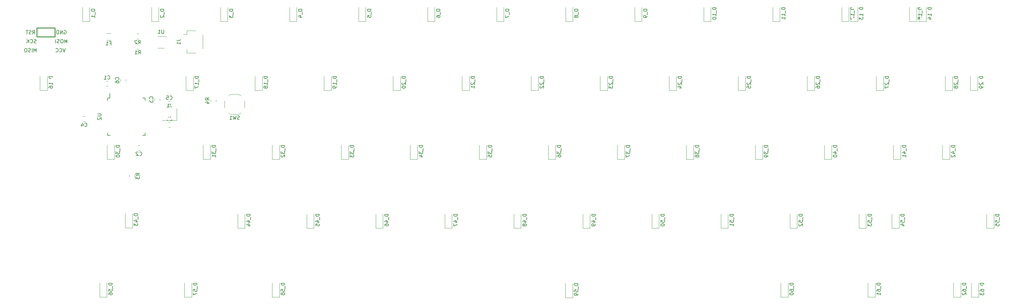
<source format=gbo>
G04 #@! TF.GenerationSoftware,KiCad,Pcbnew,(5.1.4)-1*
G04 #@! TF.CreationDate,2020-10-11T01:36:31-04:00*
G04 #@! TF.ProjectId,keyboard,6b657962-6f61-4726-942e-6b696361645f,rev?*
G04 #@! TF.SameCoordinates,Original*
G04 #@! TF.FileFunction,Legend,Bot*
G04 #@! TF.FilePolarity,Positive*
%FSLAX46Y46*%
G04 Gerber Fmt 4.6, Leading zero omitted, Abs format (unit mm)*
G04 Created by KiCad (PCBNEW (5.1.4)-1) date 2020-10-11 01:36:31*
%MOMM*%
%LPD*%
G04 APERTURE LIST*
%ADD10C,0.120000*%
%ADD11C,0.150000*%
%ADD12C,0.250000*%
%ADD13C,3.987800*%
%ADD14C,3.048000*%
%ADD15C,1.750000*%
%ADD16C,2.250000*%
%ADD17R,1.200000X0.900000*%
%ADD18R,1.400000X1.200000*%
%ADD19R,0.550000X1.500000*%
%ADD20R,1.500000X0.550000*%
%ADD21R,1.060000X0.650000*%
%ADD22R,1.700000X1.000000*%
%ADD23C,0.100000*%
%ADD24C,0.975000*%
%ADD25R,1.700000X1.700000*%
%ADD26C,1.700000*%
%ADD27C,0.600000*%
%ADD28C,1.200000*%
%ADD29C,1.250000*%
G04 APERTURE END LIST*
D10*
X268589000Y-69433000D02*
X268589000Y-65533000D01*
X266589000Y-69433000D02*
X266589000Y-65533000D01*
X268589000Y-69433000D02*
X266589000Y-69433000D01*
X43105000Y-39662000D02*
X39105000Y-39662000D01*
X43105000Y-36362000D02*
X43105000Y-39662000D01*
D11*
X24035000Y-33433000D02*
X24610000Y-33433000D01*
X24035000Y-43783000D02*
X24710000Y-43783000D01*
X34385000Y-43783000D02*
X33710000Y-43783000D01*
X34385000Y-33433000D02*
X33710000Y-33433000D01*
X24035000Y-33433000D02*
X24035000Y-34108000D01*
X34385000Y-33433000D02*
X34385000Y-34108000D01*
X34385000Y-43783000D02*
X34385000Y-43108000D01*
X24035000Y-43783000D02*
X24035000Y-43108000D01*
X24610000Y-33433000D02*
X24610000Y-32158000D01*
D10*
X37835000Y-16424000D02*
X40285000Y-16424000D01*
X39635000Y-19644000D02*
X37835000Y-19644000D01*
X57805000Y-37929000D02*
X60305000Y-37929000D01*
X56305000Y-36179000D02*
X56305000Y-34179000D01*
X57805000Y-32429000D02*
X60305000Y-32429000D01*
X61805000Y-36179000D02*
X61805000Y-34179000D01*
X57355000Y-37479000D02*
X57805000Y-37929000D01*
X60755000Y-37479000D02*
X60305000Y-37929000D01*
X60755000Y-32879000D02*
X60305000Y-32429000D01*
X57355000Y-32879000D02*
X57805000Y-32429000D01*
X53923000Y-33952922D02*
X53923000Y-34470078D01*
X52503000Y-33952922D02*
X52503000Y-34470078D01*
X30024000Y-55249578D02*
X30024000Y-54732422D01*
X31444000Y-55249578D02*
X31444000Y-54732422D01*
X32047922Y-15673000D02*
X32565078Y-15673000D01*
X32047922Y-17093000D02*
X32565078Y-17093000D01*
X32077922Y-18467000D02*
X32595078Y-18467000D01*
X32077922Y-19887000D02*
X32595078Y-19887000D01*
D12*
X4485000Y-16530000D02*
X9485000Y-16530000D01*
X9485000Y-16530000D02*
X9485000Y-14030000D01*
X9485000Y-14030000D02*
X4485000Y-14030000D01*
X4485000Y-14030000D02*
X4485000Y-16530000D01*
D10*
X48340000Y-14797000D02*
X45840000Y-14797000D01*
X45840000Y-14797000D02*
X45840000Y-15847000D01*
X45840000Y-15847000D02*
X44850000Y-15847000D01*
X48340000Y-21017000D02*
X45840000Y-21017000D01*
X45840000Y-21017000D02*
X45840000Y-19967000D01*
X50310000Y-15967000D02*
X50310000Y-19847000D01*
X23657936Y-15600000D02*
X24862064Y-15600000D01*
X23657936Y-17420000D02*
X24862064Y-17420000D01*
X41328078Y-41604000D02*
X40810922Y-41604000D01*
X41328078Y-40184000D02*
X40810922Y-40184000D01*
X29031000Y-28267922D02*
X29031000Y-28785078D01*
X27611000Y-28267922D02*
X27611000Y-28785078D01*
X41279578Y-35762000D02*
X40762422Y-35762000D01*
X41279578Y-34342000D02*
X40762422Y-34342000D01*
X17267422Y-38533000D02*
X17784578Y-38533000D01*
X17267422Y-39953000D02*
X17784578Y-39953000D01*
X38429000Y-33601922D02*
X38429000Y-34119078D01*
X37009000Y-33601922D02*
X37009000Y-34119078D01*
X32380422Y-46534000D02*
X32897578Y-46534000D01*
X32380422Y-47954000D02*
X32897578Y-47954000D01*
X24086078Y-30174000D02*
X23568922Y-30174000D01*
X24086078Y-28754000D02*
X23568922Y-28754000D01*
X19050000Y-12275000D02*
X19050000Y-8375000D01*
X17050000Y-12275000D02*
X17050000Y-8375000D01*
X19050000Y-12275000D02*
X17050000Y-12275000D01*
X38100000Y-12275000D02*
X38100000Y-8375000D01*
X36100000Y-12275000D02*
X36100000Y-8375000D01*
X38100000Y-12275000D02*
X36100000Y-12275000D01*
X57150000Y-12275000D02*
X57150000Y-8375000D01*
X55150000Y-12275000D02*
X55150000Y-8375000D01*
X57150000Y-12275000D02*
X55150000Y-12275000D01*
X76200000Y-12275000D02*
X76200000Y-8375000D01*
X74200000Y-12275000D02*
X74200000Y-8375000D01*
X76200000Y-12275000D02*
X74200000Y-12275000D01*
X95250000Y-12275000D02*
X95250000Y-8375000D01*
X93250000Y-12275000D02*
X93250000Y-8375000D01*
X95250000Y-12275000D02*
X93250000Y-12275000D01*
X114300000Y-12275000D02*
X114300000Y-8375000D01*
X112300000Y-12275000D02*
X112300000Y-8375000D01*
X114300000Y-12275000D02*
X112300000Y-12275000D01*
X133350000Y-12275000D02*
X133350000Y-8375000D01*
X131350000Y-12275000D02*
X131350000Y-8375000D01*
X133350000Y-12275000D02*
X131350000Y-12275000D01*
X152400000Y-12275000D02*
X152400000Y-8375000D01*
X150400000Y-12275000D02*
X150400000Y-8375000D01*
X152400000Y-12275000D02*
X150400000Y-12275000D01*
X171450000Y-12275000D02*
X171450000Y-8375000D01*
X169450000Y-12275000D02*
X169450000Y-8375000D01*
X171450000Y-12275000D02*
X169450000Y-12275000D01*
X190500000Y-12275000D02*
X190500000Y-8375000D01*
X188500000Y-12275000D02*
X188500000Y-8375000D01*
X190500000Y-12275000D02*
X188500000Y-12275000D01*
X209550000Y-12275000D02*
X209550000Y-8375000D01*
X207550000Y-12275000D02*
X207550000Y-8375000D01*
X209550000Y-12275000D02*
X207550000Y-12275000D01*
X228600000Y-12275000D02*
X228600000Y-8375000D01*
X226600000Y-12275000D02*
X226600000Y-8375000D01*
X228600000Y-12275000D02*
X226600000Y-12275000D01*
X230997000Y-12283000D02*
X230997000Y-8383000D01*
X228997000Y-12283000D02*
X228997000Y-8383000D01*
X230997000Y-12283000D02*
X228997000Y-12283000D01*
X249920000Y-12283000D02*
X249920000Y-8383000D01*
X247920000Y-12283000D02*
X247920000Y-8383000D01*
X249920000Y-12283000D02*
X247920000Y-12283000D01*
X247253000Y-12282000D02*
X247253000Y-8382000D01*
X245253000Y-12282000D02*
X245253000Y-8382000D01*
X247253000Y-12282000D02*
X245253000Y-12282000D01*
X7350000Y-31325000D02*
X7350000Y-27425000D01*
X5350000Y-31325000D02*
X5350000Y-27425000D01*
X7350000Y-31325000D02*
X5350000Y-31325000D01*
X47625000Y-31325000D02*
X47625000Y-27425000D01*
X45625000Y-31325000D02*
X45625000Y-27425000D01*
X47625000Y-31325000D02*
X45625000Y-31325000D01*
X66675000Y-31325000D02*
X66675000Y-27425000D01*
X64675000Y-31325000D02*
X64675000Y-27425000D01*
X66675000Y-31325000D02*
X64675000Y-31325000D01*
X85725000Y-31325000D02*
X85725000Y-27425000D01*
X83725000Y-31325000D02*
X83725000Y-27425000D01*
X85725000Y-31325000D02*
X83725000Y-31325000D01*
X104775000Y-31325000D02*
X104775000Y-27425000D01*
X102775000Y-31325000D02*
X102775000Y-27425000D01*
X104775000Y-31325000D02*
X102775000Y-31325000D01*
X123825000Y-31325000D02*
X123825000Y-27425000D01*
X121825000Y-31325000D02*
X121825000Y-27425000D01*
X123825000Y-31325000D02*
X121825000Y-31325000D01*
X142875000Y-31325000D02*
X142875000Y-27425000D01*
X140875000Y-31325000D02*
X140875000Y-27425000D01*
X142875000Y-31325000D02*
X140875000Y-31325000D01*
X161925000Y-31325000D02*
X161925000Y-27425000D01*
X159925000Y-31325000D02*
X159925000Y-27425000D01*
X161925000Y-31325000D02*
X159925000Y-31325000D01*
X180975000Y-31325000D02*
X180975000Y-27425000D01*
X178975000Y-31325000D02*
X178975000Y-27425000D01*
X180975000Y-31325000D02*
X178975000Y-31325000D01*
X200025000Y-31325000D02*
X200025000Y-27425000D01*
X198025000Y-31325000D02*
X198025000Y-27425000D01*
X200025000Y-31325000D02*
X198025000Y-31325000D01*
X219075000Y-31325000D02*
X219075000Y-27425000D01*
X217075000Y-31325000D02*
X217075000Y-27425000D01*
X219075000Y-31325000D02*
X217075000Y-31325000D01*
X238125000Y-31325000D02*
X238125000Y-27425000D01*
X236125000Y-31325000D02*
X236125000Y-27425000D01*
X238125000Y-31325000D02*
X236125000Y-31325000D01*
X257175000Y-31325000D02*
X257175000Y-27425000D01*
X255175000Y-31325000D02*
X255175000Y-27425000D01*
X257175000Y-31325000D02*
X255175000Y-31325000D01*
X264144000Y-31325000D02*
X264144000Y-27425000D01*
X262144000Y-31325000D02*
X262144000Y-27425000D01*
X264144000Y-31325000D02*
X262144000Y-31325000D01*
X25892000Y-50375000D02*
X23892000Y-50375000D01*
X23892000Y-50375000D02*
X23892000Y-46475000D01*
X25892000Y-50375000D02*
X25892000Y-46475000D01*
X52387500Y-50375000D02*
X50387500Y-50375000D01*
X50387500Y-50375000D02*
X50387500Y-46475000D01*
X52387500Y-50375000D02*
X52387500Y-46475000D01*
X71437500Y-50375000D02*
X69437500Y-50375000D01*
X69437500Y-50375000D02*
X69437500Y-46475000D01*
X71437500Y-50375000D02*
X71437500Y-46475000D01*
X90487500Y-50375000D02*
X88487500Y-50375000D01*
X88487500Y-50375000D02*
X88487500Y-46475000D01*
X90487500Y-50375000D02*
X90487500Y-46475000D01*
X109537500Y-50375000D02*
X107537500Y-50375000D01*
X107537500Y-50375000D02*
X107537500Y-46475000D01*
X109537500Y-50375000D02*
X109537500Y-46475000D01*
X128587500Y-50375000D02*
X126587500Y-50375000D01*
X126587500Y-50375000D02*
X126587500Y-46475000D01*
X128587500Y-50375000D02*
X128587500Y-46475000D01*
X147637500Y-50375000D02*
X145637500Y-50375000D01*
X145637500Y-50375000D02*
X145637500Y-46475000D01*
X147637500Y-50375000D02*
X147637500Y-46475000D01*
X166687500Y-50375000D02*
X164687500Y-50375000D01*
X164687500Y-50375000D02*
X164687500Y-46475000D01*
X166687500Y-50375000D02*
X166687500Y-46475000D01*
X185737500Y-50375000D02*
X183737500Y-50375000D01*
X183737500Y-50375000D02*
X183737500Y-46475000D01*
X185737500Y-50375000D02*
X185737500Y-46475000D01*
X204787500Y-50375000D02*
X202787500Y-50375000D01*
X202787500Y-50375000D02*
X202787500Y-46475000D01*
X204787500Y-50375000D02*
X204787500Y-46475000D01*
X223837500Y-50375000D02*
X221837500Y-50375000D01*
X221837500Y-50375000D02*
X221837500Y-46475000D01*
X223837500Y-50375000D02*
X223837500Y-46475000D01*
X242887500Y-50375000D02*
X240887500Y-50375000D01*
X240887500Y-50375000D02*
X240887500Y-46475000D01*
X242887500Y-50375000D02*
X242887500Y-46475000D01*
X256397000Y-50383000D02*
X254397000Y-50383000D01*
X254397000Y-50383000D02*
X254397000Y-46483000D01*
X256397000Y-50383000D02*
X256397000Y-46483000D01*
X30845000Y-69306000D02*
X30845000Y-65406000D01*
X28845000Y-69306000D02*
X28845000Y-65406000D01*
X30845000Y-69306000D02*
X28845000Y-69306000D01*
X61912500Y-69425000D02*
X61912500Y-65525000D01*
X59912500Y-69425000D02*
X59912500Y-65525000D01*
X61912500Y-69425000D02*
X59912500Y-69425000D01*
X80962500Y-69425000D02*
X80962500Y-65525000D01*
X78962500Y-69425000D02*
X78962500Y-65525000D01*
X80962500Y-69425000D02*
X78962500Y-69425000D01*
X100012500Y-69425000D02*
X100012500Y-65525000D01*
X98012500Y-69425000D02*
X98012500Y-65525000D01*
X100012500Y-69425000D02*
X98012500Y-69425000D01*
X119062500Y-69425000D02*
X119062500Y-65525000D01*
X117062500Y-69425000D02*
X117062500Y-65525000D01*
X119062500Y-69425000D02*
X117062500Y-69425000D01*
X138112500Y-69425000D02*
X138112500Y-65525000D01*
X136112500Y-69425000D02*
X136112500Y-65525000D01*
X138112500Y-69425000D02*
X136112500Y-69425000D01*
X157162500Y-69425000D02*
X157162500Y-65525000D01*
X155162500Y-69425000D02*
X155162500Y-65525000D01*
X157162500Y-69425000D02*
X155162500Y-69425000D01*
X176212500Y-69425000D02*
X176212500Y-65525000D01*
X174212500Y-69425000D02*
X174212500Y-65525000D01*
X176212500Y-69425000D02*
X174212500Y-69425000D01*
X195262500Y-69425000D02*
X195262500Y-65525000D01*
X193262500Y-69425000D02*
X193262500Y-65525000D01*
X195262500Y-69425000D02*
X193262500Y-69425000D01*
X214312500Y-69425000D02*
X214312500Y-65525000D01*
X212312500Y-69425000D02*
X212312500Y-65525000D01*
X214312500Y-69425000D02*
X212312500Y-69425000D01*
X233362500Y-69425000D02*
X233362500Y-65525000D01*
X231362500Y-69425000D02*
X231362500Y-65525000D01*
X233362500Y-69425000D02*
X231362500Y-69425000D01*
X242427000Y-69433000D02*
X242427000Y-65533000D01*
X240427000Y-69433000D02*
X240427000Y-65533000D01*
X242427000Y-69433000D02*
X240427000Y-69433000D01*
X23812500Y-88475000D02*
X23812500Y-84575000D01*
X21812500Y-88475000D02*
X21812500Y-84575000D01*
X23812500Y-88475000D02*
X21812500Y-88475000D01*
X47228000Y-88483000D02*
X47228000Y-84583000D01*
X45228000Y-88483000D02*
X45228000Y-84583000D01*
X47228000Y-88483000D02*
X45228000Y-88483000D01*
X71437500Y-88475000D02*
X71437500Y-84575000D01*
X69437500Y-88475000D02*
X69437500Y-84575000D01*
X71437500Y-88475000D02*
X69437500Y-88475000D01*
X152384000Y-88610000D02*
X152384000Y-84710000D01*
X150384000Y-88610000D02*
X150384000Y-84710000D01*
X152384000Y-88610000D02*
X150384000Y-88610000D01*
X211820000Y-88475000D02*
X211820000Y-84575000D01*
X209820000Y-88475000D02*
X209820000Y-84575000D01*
X211820000Y-88475000D02*
X209820000Y-88475000D01*
X235823000Y-88483000D02*
X235823000Y-84583000D01*
X233823000Y-88483000D02*
X233823000Y-84583000D01*
X235823000Y-88483000D02*
X233823000Y-88483000D01*
X259445000Y-88475000D02*
X259445000Y-84575000D01*
X257445000Y-88475000D02*
X257445000Y-84575000D01*
X259445000Y-88475000D02*
X257445000Y-88475000D01*
X264398000Y-88484000D02*
X264398000Y-84584000D01*
X262398000Y-88484000D02*
X262398000Y-84584000D01*
X264398000Y-88484000D02*
X262398000Y-88484000D01*
D11*
X270041380Y-65587761D02*
X269041380Y-65587761D01*
X269041380Y-65825857D01*
X269089000Y-65968714D01*
X269184238Y-66063952D01*
X269279476Y-66111571D01*
X269469952Y-66159190D01*
X269612809Y-66159190D01*
X269803285Y-66111571D01*
X269898523Y-66063952D01*
X269993761Y-65968714D01*
X270041380Y-65825857D01*
X270041380Y-65587761D01*
X270136619Y-66349666D02*
X270136619Y-67111571D01*
X269041380Y-67825857D02*
X269041380Y-67349666D01*
X269517571Y-67302047D01*
X269469952Y-67349666D01*
X269422333Y-67444904D01*
X269422333Y-67683000D01*
X269469952Y-67778238D01*
X269517571Y-67825857D01*
X269612809Y-67873476D01*
X269850904Y-67873476D01*
X269946142Y-67825857D01*
X269993761Y-67778238D01*
X270041380Y-67683000D01*
X270041380Y-67444904D01*
X269993761Y-67349666D01*
X269946142Y-67302047D01*
X269041380Y-68778238D02*
X269041380Y-68302047D01*
X269517571Y-68254428D01*
X269469952Y-68302047D01*
X269422333Y-68397285D01*
X269422333Y-68635380D01*
X269469952Y-68730619D01*
X269517571Y-68778238D01*
X269612809Y-68825857D01*
X269850904Y-68825857D01*
X269946142Y-68778238D01*
X269993761Y-68730619D01*
X270041380Y-68635380D01*
X270041380Y-68397285D01*
X269993761Y-68302047D01*
X269946142Y-68254428D01*
X41581190Y-35538190D02*
X41581190Y-36014380D01*
X41914523Y-35014380D02*
X41581190Y-35538190D01*
X41247857Y-35014380D01*
X40390714Y-36014380D02*
X40962142Y-36014380D01*
X40676428Y-36014380D02*
X40676428Y-35014380D01*
X40771666Y-35157238D01*
X40866904Y-35252476D01*
X40962142Y-35300095D01*
X21212380Y-37846095D02*
X22021904Y-37846095D01*
X22117142Y-37893714D01*
X22164761Y-37941333D01*
X22212380Y-38036571D01*
X22212380Y-38227047D01*
X22164761Y-38322285D01*
X22117142Y-38369904D01*
X22021904Y-38417523D01*
X21212380Y-38417523D01*
X21307619Y-38846095D02*
X21260000Y-38893714D01*
X21212380Y-38988952D01*
X21212380Y-39227047D01*
X21260000Y-39322285D01*
X21307619Y-39369904D01*
X21402857Y-39417523D01*
X21498095Y-39417523D01*
X21640952Y-39369904D01*
X22212380Y-38798476D01*
X22212380Y-39417523D01*
X39496904Y-14586380D02*
X39496904Y-15395904D01*
X39449285Y-15491142D01*
X39401666Y-15538761D01*
X39306428Y-15586380D01*
X39115952Y-15586380D01*
X39020714Y-15538761D01*
X38973095Y-15491142D01*
X38925476Y-15395904D01*
X38925476Y-14586380D01*
X37925476Y-15586380D02*
X38496904Y-15586380D01*
X38211190Y-15586380D02*
X38211190Y-14586380D01*
X38306428Y-14729238D01*
X38401666Y-14824476D01*
X38496904Y-14872095D01*
X60388333Y-39333761D02*
X60245476Y-39381380D01*
X60007380Y-39381380D01*
X59912142Y-39333761D01*
X59864523Y-39286142D01*
X59816904Y-39190904D01*
X59816904Y-39095666D01*
X59864523Y-39000428D01*
X59912142Y-38952809D01*
X60007380Y-38905190D01*
X60197857Y-38857571D01*
X60293095Y-38809952D01*
X60340714Y-38762333D01*
X60388333Y-38667095D01*
X60388333Y-38571857D01*
X60340714Y-38476619D01*
X60293095Y-38429000D01*
X60197857Y-38381380D01*
X59959761Y-38381380D01*
X59816904Y-38429000D01*
X59483571Y-38381380D02*
X59245476Y-39381380D01*
X59055000Y-38667095D01*
X58864523Y-39381380D01*
X58626428Y-38381380D01*
X57721666Y-39381380D02*
X58293095Y-39381380D01*
X58007380Y-39381380D02*
X58007380Y-38381380D01*
X58102619Y-38524238D01*
X58197857Y-38619476D01*
X58293095Y-38667095D01*
X52015380Y-34044833D02*
X51539190Y-33711500D01*
X52015380Y-33473404D02*
X51015380Y-33473404D01*
X51015380Y-33854357D01*
X51063000Y-33949595D01*
X51110619Y-33997214D01*
X51205857Y-34044833D01*
X51348714Y-34044833D01*
X51443952Y-33997214D01*
X51491571Y-33949595D01*
X51539190Y-33854357D01*
X51539190Y-33473404D01*
X51348714Y-34901976D02*
X52015380Y-34901976D01*
X50967761Y-34663880D02*
X51682047Y-34425785D01*
X51682047Y-35044833D01*
X32836380Y-54824333D02*
X32360190Y-54491000D01*
X32836380Y-54252904D02*
X31836380Y-54252904D01*
X31836380Y-54633857D01*
X31884000Y-54729095D01*
X31931619Y-54776714D01*
X32026857Y-54824333D01*
X32169714Y-54824333D01*
X32264952Y-54776714D01*
X32312571Y-54729095D01*
X32360190Y-54633857D01*
X32360190Y-54252904D01*
X31836380Y-55157666D02*
X31836380Y-55776714D01*
X32217333Y-55443380D01*
X32217333Y-55586238D01*
X32264952Y-55681476D01*
X32312571Y-55729095D01*
X32407809Y-55776714D01*
X32645904Y-55776714D01*
X32741142Y-55729095D01*
X32788761Y-55681476D01*
X32836380Y-55586238D01*
X32836380Y-55300523D01*
X32788761Y-55205285D01*
X32741142Y-55157666D01*
X32473166Y-18485380D02*
X32806500Y-18009190D01*
X33044595Y-18485380D02*
X33044595Y-17485380D01*
X32663642Y-17485380D01*
X32568404Y-17533000D01*
X32520785Y-17580619D01*
X32473166Y-17675857D01*
X32473166Y-17818714D01*
X32520785Y-17913952D01*
X32568404Y-17961571D01*
X32663642Y-18009190D01*
X33044595Y-18009190D01*
X32092214Y-17580619D02*
X32044595Y-17533000D01*
X31949357Y-17485380D01*
X31711261Y-17485380D01*
X31616023Y-17533000D01*
X31568404Y-17580619D01*
X31520785Y-17675857D01*
X31520785Y-17771095D01*
X31568404Y-17913952D01*
X32139833Y-18485380D01*
X31520785Y-18485380D01*
X32503166Y-21279380D02*
X32836500Y-20803190D01*
X33074595Y-21279380D02*
X33074595Y-20279380D01*
X32693642Y-20279380D01*
X32598404Y-20327000D01*
X32550785Y-20374619D01*
X32503166Y-20469857D01*
X32503166Y-20612714D01*
X32550785Y-20707952D01*
X32598404Y-20755571D01*
X32693642Y-20803190D01*
X33074595Y-20803190D01*
X31550785Y-21279380D02*
X32122214Y-21279380D01*
X31836500Y-21279380D02*
X31836500Y-20279380D01*
X31931738Y-20422238D01*
X32026976Y-20517476D01*
X32122214Y-20565095D01*
X4306428Y-20732380D02*
X4306428Y-19732380D01*
X3973095Y-20446666D01*
X3639761Y-19732380D01*
X3639761Y-20732380D01*
X3163571Y-20732380D02*
X3163571Y-19732380D01*
X2735000Y-20684761D02*
X2592142Y-20732380D01*
X2354047Y-20732380D01*
X2258809Y-20684761D01*
X2211190Y-20637142D01*
X2163571Y-20541904D01*
X2163571Y-20446666D01*
X2211190Y-20351428D01*
X2258809Y-20303809D01*
X2354047Y-20256190D01*
X2544523Y-20208571D01*
X2639761Y-20160952D01*
X2687380Y-20113333D01*
X2735000Y-20018095D01*
X2735000Y-19922857D01*
X2687380Y-19827619D01*
X2639761Y-19780000D01*
X2544523Y-19732380D01*
X2306428Y-19732380D01*
X2163571Y-19780000D01*
X1544523Y-19732380D02*
X1354047Y-19732380D01*
X1258809Y-19780000D01*
X1163571Y-19875238D01*
X1115952Y-20065714D01*
X1115952Y-20399047D01*
X1163571Y-20589523D01*
X1258809Y-20684761D01*
X1354047Y-20732380D01*
X1544523Y-20732380D01*
X1639761Y-20684761D01*
X1735000Y-20589523D01*
X1782619Y-20399047D01*
X1782619Y-20065714D01*
X1735000Y-19875238D01*
X1639761Y-19780000D01*
X1544523Y-19732380D01*
X12318333Y-19732380D02*
X11985000Y-20732380D01*
X11651666Y-19732380D01*
X10746904Y-20637142D02*
X10794523Y-20684761D01*
X10937380Y-20732380D01*
X11032619Y-20732380D01*
X11175476Y-20684761D01*
X11270714Y-20589523D01*
X11318333Y-20494285D01*
X11365952Y-20303809D01*
X11365952Y-20160952D01*
X11318333Y-19970476D01*
X11270714Y-19875238D01*
X11175476Y-19780000D01*
X11032619Y-19732380D01*
X10937380Y-19732380D01*
X10794523Y-19780000D01*
X10746904Y-19827619D01*
X9746904Y-20637142D02*
X9794523Y-20684761D01*
X9937380Y-20732380D01*
X10032619Y-20732380D01*
X10175476Y-20684761D01*
X10270714Y-20589523D01*
X10318333Y-20494285D01*
X10365952Y-20303809D01*
X10365952Y-20160952D01*
X10318333Y-19970476D01*
X10270714Y-19875238D01*
X10175476Y-19780000D01*
X10032619Y-19732380D01*
X9937380Y-19732380D01*
X9794523Y-19780000D01*
X9746904Y-19827619D01*
X4270714Y-18184761D02*
X4127857Y-18232380D01*
X3889761Y-18232380D01*
X3794523Y-18184761D01*
X3746904Y-18137142D01*
X3699285Y-18041904D01*
X3699285Y-17946666D01*
X3746904Y-17851428D01*
X3794523Y-17803809D01*
X3889761Y-17756190D01*
X4080238Y-17708571D01*
X4175476Y-17660952D01*
X4223095Y-17613333D01*
X4270714Y-17518095D01*
X4270714Y-17422857D01*
X4223095Y-17327619D01*
X4175476Y-17280000D01*
X4080238Y-17232380D01*
X3842142Y-17232380D01*
X3699285Y-17280000D01*
X2699285Y-18137142D02*
X2746904Y-18184761D01*
X2889761Y-18232380D01*
X2985000Y-18232380D01*
X3127857Y-18184761D01*
X3223095Y-18089523D01*
X3270714Y-17994285D01*
X3318333Y-17803809D01*
X3318333Y-17660952D01*
X3270714Y-17470476D01*
X3223095Y-17375238D01*
X3127857Y-17280000D01*
X2985000Y-17232380D01*
X2889761Y-17232380D01*
X2746904Y-17280000D01*
X2699285Y-17327619D01*
X2270714Y-18232380D02*
X2270714Y-17232380D01*
X1699285Y-18232380D02*
X2127857Y-17660952D01*
X1699285Y-17232380D02*
X2270714Y-17803809D01*
X12806428Y-18232380D02*
X12806428Y-17232380D01*
X12473095Y-17946666D01*
X12139761Y-17232380D01*
X12139761Y-18232380D01*
X11473095Y-17232380D02*
X11282619Y-17232380D01*
X11187380Y-17280000D01*
X11092142Y-17375238D01*
X11044523Y-17565714D01*
X11044523Y-17899047D01*
X11092142Y-18089523D01*
X11187380Y-18184761D01*
X11282619Y-18232380D01*
X11473095Y-18232380D01*
X11568333Y-18184761D01*
X11663571Y-18089523D01*
X11711190Y-17899047D01*
X11711190Y-17565714D01*
X11663571Y-17375238D01*
X11568333Y-17280000D01*
X11473095Y-17232380D01*
X10663571Y-18184761D02*
X10520714Y-18232380D01*
X10282619Y-18232380D01*
X10187380Y-18184761D01*
X10139761Y-18137142D01*
X10092142Y-18041904D01*
X10092142Y-17946666D01*
X10139761Y-17851428D01*
X10187380Y-17803809D01*
X10282619Y-17756190D01*
X10473095Y-17708571D01*
X10568333Y-17660952D01*
X10615952Y-17613333D01*
X10663571Y-17518095D01*
X10663571Y-17422857D01*
X10615952Y-17327619D01*
X10568333Y-17280000D01*
X10473095Y-17232380D01*
X10235000Y-17232380D01*
X10092142Y-17280000D01*
X9663571Y-18232380D02*
X9663571Y-17232380D01*
X3282619Y-15732380D02*
X3615952Y-15256190D01*
X3854047Y-15732380D02*
X3854047Y-14732380D01*
X3473095Y-14732380D01*
X3377857Y-14780000D01*
X3330238Y-14827619D01*
X3282619Y-14922857D01*
X3282619Y-15065714D01*
X3330238Y-15160952D01*
X3377857Y-15208571D01*
X3473095Y-15256190D01*
X3854047Y-15256190D01*
X2901666Y-15684761D02*
X2758809Y-15732380D01*
X2520714Y-15732380D01*
X2425476Y-15684761D01*
X2377857Y-15637142D01*
X2330238Y-15541904D01*
X2330238Y-15446666D01*
X2377857Y-15351428D01*
X2425476Y-15303809D01*
X2520714Y-15256190D01*
X2711190Y-15208571D01*
X2806428Y-15160952D01*
X2854047Y-15113333D01*
X2901666Y-15018095D01*
X2901666Y-14922857D01*
X2854047Y-14827619D01*
X2806428Y-14780000D01*
X2711190Y-14732380D01*
X2473095Y-14732380D01*
X2330238Y-14780000D01*
X2044523Y-14732380D02*
X1473095Y-14732380D01*
X1758809Y-15732380D02*
X1758809Y-14732380D01*
X11996904Y-14780000D02*
X12092142Y-14732380D01*
X12235000Y-14732380D01*
X12377857Y-14780000D01*
X12473095Y-14875238D01*
X12520714Y-14970476D01*
X12568333Y-15160952D01*
X12568333Y-15303809D01*
X12520714Y-15494285D01*
X12473095Y-15589523D01*
X12377857Y-15684761D01*
X12235000Y-15732380D01*
X12139761Y-15732380D01*
X11996904Y-15684761D01*
X11949285Y-15637142D01*
X11949285Y-15303809D01*
X12139761Y-15303809D01*
X11520714Y-15732380D02*
X11520714Y-14732380D01*
X10949285Y-15732380D01*
X10949285Y-14732380D01*
X10473095Y-15732380D02*
X10473095Y-14732380D01*
X10235000Y-14732380D01*
X10092142Y-14780000D01*
X9996904Y-14875238D01*
X9949285Y-14970476D01*
X9901666Y-15160952D01*
X9901666Y-15303809D01*
X9949285Y-15494285D01*
X9996904Y-15589523D01*
X10092142Y-15684761D01*
X10235000Y-15732380D01*
X10473095Y-15732380D01*
X43097380Y-17573666D02*
X43811666Y-17573666D01*
X43954523Y-17526047D01*
X44049761Y-17430809D01*
X44097380Y-17287952D01*
X44097380Y-17192714D01*
X44097380Y-18573666D02*
X44097380Y-18002238D01*
X44097380Y-18287952D02*
X43097380Y-18287952D01*
X43240238Y-18192714D01*
X43335476Y-18097476D01*
X43383095Y-18002238D01*
X24593333Y-18258571D02*
X24926666Y-18258571D01*
X24926666Y-18782380D02*
X24926666Y-17782380D01*
X24450476Y-17782380D01*
X23545714Y-18782380D02*
X24117142Y-18782380D01*
X23831428Y-18782380D02*
X23831428Y-17782380D01*
X23926666Y-17925238D01*
X24021904Y-18020476D01*
X24117142Y-18068095D01*
X41236166Y-39601142D02*
X41283785Y-39648761D01*
X41426642Y-39696380D01*
X41521880Y-39696380D01*
X41664738Y-39648761D01*
X41759976Y-39553523D01*
X41807595Y-39458285D01*
X41855214Y-39267809D01*
X41855214Y-39124952D01*
X41807595Y-38934476D01*
X41759976Y-38839238D01*
X41664738Y-38744000D01*
X41521880Y-38696380D01*
X41426642Y-38696380D01*
X41283785Y-38744000D01*
X41236166Y-38791619D01*
X40902833Y-38696380D02*
X40236166Y-38696380D01*
X40664738Y-39696380D01*
X27028142Y-28359833D02*
X27075761Y-28312214D01*
X27123380Y-28169357D01*
X27123380Y-28074119D01*
X27075761Y-27931261D01*
X26980523Y-27836023D01*
X26885285Y-27788404D01*
X26694809Y-27740785D01*
X26551952Y-27740785D01*
X26361476Y-27788404D01*
X26266238Y-27836023D01*
X26171000Y-27931261D01*
X26123380Y-28074119D01*
X26123380Y-28169357D01*
X26171000Y-28312214D01*
X26218619Y-28359833D01*
X26123380Y-29216976D02*
X26123380Y-29026500D01*
X26171000Y-28931261D01*
X26218619Y-28883642D01*
X26361476Y-28788404D01*
X26551952Y-28740785D01*
X26932904Y-28740785D01*
X27028142Y-28788404D01*
X27075761Y-28836023D01*
X27123380Y-28931261D01*
X27123380Y-29121738D01*
X27075761Y-29216976D01*
X27028142Y-29264595D01*
X26932904Y-29312214D01*
X26694809Y-29312214D01*
X26599571Y-29264595D01*
X26551952Y-29216976D01*
X26504333Y-29121738D01*
X26504333Y-28931261D01*
X26551952Y-28836023D01*
X26599571Y-28788404D01*
X26694809Y-28740785D01*
X41187666Y-33759142D02*
X41235285Y-33806761D01*
X41378142Y-33854380D01*
X41473380Y-33854380D01*
X41616238Y-33806761D01*
X41711476Y-33711523D01*
X41759095Y-33616285D01*
X41806714Y-33425809D01*
X41806714Y-33282952D01*
X41759095Y-33092476D01*
X41711476Y-32997238D01*
X41616238Y-32902000D01*
X41473380Y-32854380D01*
X41378142Y-32854380D01*
X41235285Y-32902000D01*
X41187666Y-32949619D01*
X40282904Y-32854380D02*
X40759095Y-32854380D01*
X40806714Y-33330571D01*
X40759095Y-33282952D01*
X40663857Y-33235333D01*
X40425761Y-33235333D01*
X40330523Y-33282952D01*
X40282904Y-33330571D01*
X40235285Y-33425809D01*
X40235285Y-33663904D01*
X40282904Y-33759142D01*
X40330523Y-33806761D01*
X40425761Y-33854380D01*
X40663857Y-33854380D01*
X40759095Y-33806761D01*
X40806714Y-33759142D01*
X17692666Y-41250142D02*
X17740285Y-41297761D01*
X17883142Y-41345380D01*
X17978380Y-41345380D01*
X18121238Y-41297761D01*
X18216476Y-41202523D01*
X18264095Y-41107285D01*
X18311714Y-40916809D01*
X18311714Y-40773952D01*
X18264095Y-40583476D01*
X18216476Y-40488238D01*
X18121238Y-40393000D01*
X17978380Y-40345380D01*
X17883142Y-40345380D01*
X17740285Y-40393000D01*
X17692666Y-40440619D01*
X16835523Y-40678714D02*
X16835523Y-41345380D01*
X17073619Y-40297761D02*
X17311714Y-41012047D01*
X16692666Y-41012047D01*
X36426142Y-33693833D02*
X36473761Y-33646214D01*
X36521380Y-33503357D01*
X36521380Y-33408119D01*
X36473761Y-33265261D01*
X36378523Y-33170023D01*
X36283285Y-33122404D01*
X36092809Y-33074785D01*
X35949952Y-33074785D01*
X35759476Y-33122404D01*
X35664238Y-33170023D01*
X35569000Y-33265261D01*
X35521380Y-33408119D01*
X35521380Y-33503357D01*
X35569000Y-33646214D01*
X35616619Y-33693833D01*
X35521380Y-34027166D02*
X35521380Y-34646214D01*
X35902333Y-34312880D01*
X35902333Y-34455738D01*
X35949952Y-34550976D01*
X35997571Y-34598595D01*
X36092809Y-34646214D01*
X36330904Y-34646214D01*
X36426142Y-34598595D01*
X36473761Y-34550976D01*
X36521380Y-34455738D01*
X36521380Y-34170023D01*
X36473761Y-34074785D01*
X36426142Y-34027166D01*
X32805666Y-49251142D02*
X32853285Y-49298761D01*
X32996142Y-49346380D01*
X33091380Y-49346380D01*
X33234238Y-49298761D01*
X33329476Y-49203523D01*
X33377095Y-49108285D01*
X33424714Y-48917809D01*
X33424714Y-48774952D01*
X33377095Y-48584476D01*
X33329476Y-48489238D01*
X33234238Y-48394000D01*
X33091380Y-48346380D01*
X32996142Y-48346380D01*
X32853285Y-48394000D01*
X32805666Y-48441619D01*
X32424714Y-48441619D02*
X32377095Y-48394000D01*
X32281857Y-48346380D01*
X32043761Y-48346380D01*
X31948523Y-48394000D01*
X31900904Y-48441619D01*
X31853285Y-48536857D01*
X31853285Y-48632095D01*
X31900904Y-48774952D01*
X32472333Y-49346380D01*
X31853285Y-49346380D01*
X23994166Y-28171142D02*
X24041785Y-28218761D01*
X24184642Y-28266380D01*
X24279880Y-28266380D01*
X24422738Y-28218761D01*
X24517976Y-28123523D01*
X24565595Y-28028285D01*
X24613214Y-27837809D01*
X24613214Y-27694952D01*
X24565595Y-27504476D01*
X24517976Y-27409238D01*
X24422738Y-27314000D01*
X24279880Y-27266380D01*
X24184642Y-27266380D01*
X24041785Y-27314000D01*
X23994166Y-27361619D01*
X23041785Y-28266380D02*
X23613214Y-28266380D01*
X23327500Y-28266380D02*
X23327500Y-27266380D01*
X23422738Y-27409238D01*
X23517976Y-27504476D01*
X23613214Y-27552095D01*
X20502380Y-8905952D02*
X19502380Y-8905952D01*
X19502380Y-9144047D01*
X19550000Y-9286904D01*
X19645238Y-9382142D01*
X19740476Y-9429761D01*
X19930952Y-9477380D01*
X20073809Y-9477380D01*
X20264285Y-9429761D01*
X20359523Y-9382142D01*
X20454761Y-9286904D01*
X20502380Y-9144047D01*
X20502380Y-8905952D01*
X20597619Y-9667857D02*
X20597619Y-10429761D01*
X20502380Y-11191666D02*
X20502380Y-10620238D01*
X20502380Y-10905952D02*
X19502380Y-10905952D01*
X19645238Y-10810714D01*
X19740476Y-10715476D01*
X19788095Y-10620238D01*
X39552380Y-8905952D02*
X38552380Y-8905952D01*
X38552380Y-9144047D01*
X38600000Y-9286904D01*
X38695238Y-9382142D01*
X38790476Y-9429761D01*
X38980952Y-9477380D01*
X39123809Y-9477380D01*
X39314285Y-9429761D01*
X39409523Y-9382142D01*
X39504761Y-9286904D01*
X39552380Y-9144047D01*
X39552380Y-8905952D01*
X39647619Y-9667857D02*
X39647619Y-10429761D01*
X38647619Y-10620238D02*
X38600000Y-10667857D01*
X38552380Y-10763095D01*
X38552380Y-11001190D01*
X38600000Y-11096428D01*
X38647619Y-11144047D01*
X38742857Y-11191666D01*
X38838095Y-11191666D01*
X38980952Y-11144047D01*
X39552380Y-10572619D01*
X39552380Y-11191666D01*
X58602380Y-8905952D02*
X57602380Y-8905952D01*
X57602380Y-9144047D01*
X57650000Y-9286904D01*
X57745238Y-9382142D01*
X57840476Y-9429761D01*
X58030952Y-9477380D01*
X58173809Y-9477380D01*
X58364285Y-9429761D01*
X58459523Y-9382142D01*
X58554761Y-9286904D01*
X58602380Y-9144047D01*
X58602380Y-8905952D01*
X58697619Y-9667857D02*
X58697619Y-10429761D01*
X57602380Y-10572619D02*
X57602380Y-11191666D01*
X57983333Y-10858333D01*
X57983333Y-11001190D01*
X58030952Y-11096428D01*
X58078571Y-11144047D01*
X58173809Y-11191666D01*
X58411904Y-11191666D01*
X58507142Y-11144047D01*
X58554761Y-11096428D01*
X58602380Y-11001190D01*
X58602380Y-10715476D01*
X58554761Y-10620238D01*
X58507142Y-10572619D01*
X77652380Y-8905952D02*
X76652380Y-8905952D01*
X76652380Y-9144047D01*
X76700000Y-9286904D01*
X76795238Y-9382142D01*
X76890476Y-9429761D01*
X77080952Y-9477380D01*
X77223809Y-9477380D01*
X77414285Y-9429761D01*
X77509523Y-9382142D01*
X77604761Y-9286904D01*
X77652380Y-9144047D01*
X77652380Y-8905952D01*
X77747619Y-9667857D02*
X77747619Y-10429761D01*
X76985714Y-11096428D02*
X77652380Y-11096428D01*
X76604761Y-10858333D02*
X77319047Y-10620238D01*
X77319047Y-11239285D01*
X96702380Y-8905952D02*
X95702380Y-8905952D01*
X95702380Y-9144047D01*
X95750000Y-9286904D01*
X95845238Y-9382142D01*
X95940476Y-9429761D01*
X96130952Y-9477380D01*
X96273809Y-9477380D01*
X96464285Y-9429761D01*
X96559523Y-9382142D01*
X96654761Y-9286904D01*
X96702380Y-9144047D01*
X96702380Y-8905952D01*
X96797619Y-9667857D02*
X96797619Y-10429761D01*
X95702380Y-11144047D02*
X95702380Y-10667857D01*
X96178571Y-10620238D01*
X96130952Y-10667857D01*
X96083333Y-10763095D01*
X96083333Y-11001190D01*
X96130952Y-11096428D01*
X96178571Y-11144047D01*
X96273809Y-11191666D01*
X96511904Y-11191666D01*
X96607142Y-11144047D01*
X96654761Y-11096428D01*
X96702380Y-11001190D01*
X96702380Y-10763095D01*
X96654761Y-10667857D01*
X96607142Y-10620238D01*
X115752380Y-8905952D02*
X114752380Y-8905952D01*
X114752380Y-9144047D01*
X114800000Y-9286904D01*
X114895238Y-9382142D01*
X114990476Y-9429761D01*
X115180952Y-9477380D01*
X115323809Y-9477380D01*
X115514285Y-9429761D01*
X115609523Y-9382142D01*
X115704761Y-9286904D01*
X115752380Y-9144047D01*
X115752380Y-8905952D01*
X115847619Y-9667857D02*
X115847619Y-10429761D01*
X114752380Y-11096428D02*
X114752380Y-10905952D01*
X114800000Y-10810714D01*
X114847619Y-10763095D01*
X114990476Y-10667857D01*
X115180952Y-10620238D01*
X115561904Y-10620238D01*
X115657142Y-10667857D01*
X115704761Y-10715476D01*
X115752380Y-10810714D01*
X115752380Y-11001190D01*
X115704761Y-11096428D01*
X115657142Y-11144047D01*
X115561904Y-11191666D01*
X115323809Y-11191666D01*
X115228571Y-11144047D01*
X115180952Y-11096428D01*
X115133333Y-11001190D01*
X115133333Y-10810714D01*
X115180952Y-10715476D01*
X115228571Y-10667857D01*
X115323809Y-10620238D01*
X134802380Y-8905952D02*
X133802380Y-8905952D01*
X133802380Y-9144047D01*
X133850000Y-9286904D01*
X133945238Y-9382142D01*
X134040476Y-9429761D01*
X134230952Y-9477380D01*
X134373809Y-9477380D01*
X134564285Y-9429761D01*
X134659523Y-9382142D01*
X134754761Y-9286904D01*
X134802380Y-9144047D01*
X134802380Y-8905952D01*
X134897619Y-9667857D02*
X134897619Y-10429761D01*
X133802380Y-10572619D02*
X133802380Y-11239285D01*
X134802380Y-10810714D01*
X153852380Y-8905952D02*
X152852380Y-8905952D01*
X152852380Y-9144047D01*
X152900000Y-9286904D01*
X152995238Y-9382142D01*
X153090476Y-9429761D01*
X153280952Y-9477380D01*
X153423809Y-9477380D01*
X153614285Y-9429761D01*
X153709523Y-9382142D01*
X153804761Y-9286904D01*
X153852380Y-9144047D01*
X153852380Y-8905952D01*
X153947619Y-9667857D02*
X153947619Y-10429761D01*
X153280952Y-10810714D02*
X153233333Y-10715476D01*
X153185714Y-10667857D01*
X153090476Y-10620238D01*
X153042857Y-10620238D01*
X152947619Y-10667857D01*
X152900000Y-10715476D01*
X152852380Y-10810714D01*
X152852380Y-11001190D01*
X152900000Y-11096428D01*
X152947619Y-11144047D01*
X153042857Y-11191666D01*
X153090476Y-11191666D01*
X153185714Y-11144047D01*
X153233333Y-11096428D01*
X153280952Y-11001190D01*
X153280952Y-10810714D01*
X153328571Y-10715476D01*
X153376190Y-10667857D01*
X153471428Y-10620238D01*
X153661904Y-10620238D01*
X153757142Y-10667857D01*
X153804761Y-10715476D01*
X153852380Y-10810714D01*
X153852380Y-11001190D01*
X153804761Y-11096428D01*
X153757142Y-11144047D01*
X153661904Y-11191666D01*
X153471428Y-11191666D01*
X153376190Y-11144047D01*
X153328571Y-11096428D01*
X153280952Y-11001190D01*
X172902380Y-8905952D02*
X171902380Y-8905952D01*
X171902380Y-9144047D01*
X171950000Y-9286904D01*
X172045238Y-9382142D01*
X172140476Y-9429761D01*
X172330952Y-9477380D01*
X172473809Y-9477380D01*
X172664285Y-9429761D01*
X172759523Y-9382142D01*
X172854761Y-9286904D01*
X172902380Y-9144047D01*
X172902380Y-8905952D01*
X172997619Y-9667857D02*
X172997619Y-10429761D01*
X172902380Y-10715476D02*
X172902380Y-10905952D01*
X172854761Y-11001190D01*
X172807142Y-11048809D01*
X172664285Y-11144047D01*
X172473809Y-11191666D01*
X172092857Y-11191666D01*
X171997619Y-11144047D01*
X171950000Y-11096428D01*
X171902380Y-11001190D01*
X171902380Y-10810714D01*
X171950000Y-10715476D01*
X171997619Y-10667857D01*
X172092857Y-10620238D01*
X172330952Y-10620238D01*
X172426190Y-10667857D01*
X172473809Y-10715476D01*
X172521428Y-10810714D01*
X172521428Y-11001190D01*
X172473809Y-11096428D01*
X172426190Y-11144047D01*
X172330952Y-11191666D01*
X191952380Y-8429761D02*
X190952380Y-8429761D01*
X190952380Y-8667857D01*
X191000000Y-8810714D01*
X191095238Y-8905952D01*
X191190476Y-8953571D01*
X191380952Y-9001190D01*
X191523809Y-9001190D01*
X191714285Y-8953571D01*
X191809523Y-8905952D01*
X191904761Y-8810714D01*
X191952380Y-8667857D01*
X191952380Y-8429761D01*
X192047619Y-9191666D02*
X192047619Y-9953571D01*
X191952380Y-10715476D02*
X191952380Y-10144047D01*
X191952380Y-10429761D02*
X190952380Y-10429761D01*
X191095238Y-10334523D01*
X191190476Y-10239285D01*
X191238095Y-10144047D01*
X190952380Y-11334523D02*
X190952380Y-11429761D01*
X191000000Y-11525000D01*
X191047619Y-11572619D01*
X191142857Y-11620238D01*
X191333333Y-11667857D01*
X191571428Y-11667857D01*
X191761904Y-11620238D01*
X191857142Y-11572619D01*
X191904761Y-11525000D01*
X191952380Y-11429761D01*
X191952380Y-11334523D01*
X191904761Y-11239285D01*
X191857142Y-11191666D01*
X191761904Y-11144047D01*
X191571428Y-11096428D01*
X191333333Y-11096428D01*
X191142857Y-11144047D01*
X191047619Y-11191666D01*
X191000000Y-11239285D01*
X190952380Y-11334523D01*
X211002380Y-8429761D02*
X210002380Y-8429761D01*
X210002380Y-8667857D01*
X210050000Y-8810714D01*
X210145238Y-8905952D01*
X210240476Y-8953571D01*
X210430952Y-9001190D01*
X210573809Y-9001190D01*
X210764285Y-8953571D01*
X210859523Y-8905952D01*
X210954761Y-8810714D01*
X211002380Y-8667857D01*
X211002380Y-8429761D01*
X211097619Y-9191666D02*
X211097619Y-9953571D01*
X211002380Y-10715476D02*
X211002380Y-10144047D01*
X211002380Y-10429761D02*
X210002380Y-10429761D01*
X210145238Y-10334523D01*
X210240476Y-10239285D01*
X210288095Y-10144047D01*
X211002380Y-11667857D02*
X211002380Y-11096428D01*
X211002380Y-11382142D02*
X210002380Y-11382142D01*
X210145238Y-11286904D01*
X210240476Y-11191666D01*
X210288095Y-11096428D01*
X230052380Y-8429761D02*
X229052380Y-8429761D01*
X229052380Y-8667857D01*
X229100000Y-8810714D01*
X229195238Y-8905952D01*
X229290476Y-8953571D01*
X229480952Y-9001190D01*
X229623809Y-9001190D01*
X229814285Y-8953571D01*
X229909523Y-8905952D01*
X230004761Y-8810714D01*
X230052380Y-8667857D01*
X230052380Y-8429761D01*
X230147619Y-9191666D02*
X230147619Y-9953571D01*
X230052380Y-10715476D02*
X230052380Y-10144047D01*
X230052380Y-10429761D02*
X229052380Y-10429761D01*
X229195238Y-10334523D01*
X229290476Y-10239285D01*
X229338095Y-10144047D01*
X229147619Y-11096428D02*
X229100000Y-11144047D01*
X229052380Y-11239285D01*
X229052380Y-11477380D01*
X229100000Y-11572619D01*
X229147619Y-11620238D01*
X229242857Y-11667857D01*
X229338095Y-11667857D01*
X229480952Y-11620238D01*
X230052380Y-11048809D01*
X230052380Y-11667857D01*
X232449380Y-8437761D02*
X231449380Y-8437761D01*
X231449380Y-8675857D01*
X231497000Y-8818714D01*
X231592238Y-8913952D01*
X231687476Y-8961571D01*
X231877952Y-9009190D01*
X232020809Y-9009190D01*
X232211285Y-8961571D01*
X232306523Y-8913952D01*
X232401761Y-8818714D01*
X232449380Y-8675857D01*
X232449380Y-8437761D01*
X232544619Y-9199666D02*
X232544619Y-9961571D01*
X232449380Y-10723476D02*
X232449380Y-10152047D01*
X232449380Y-10437761D02*
X231449380Y-10437761D01*
X231592238Y-10342523D01*
X231687476Y-10247285D01*
X231735095Y-10152047D01*
X231449380Y-11056809D02*
X231449380Y-11675857D01*
X231830333Y-11342523D01*
X231830333Y-11485380D01*
X231877952Y-11580619D01*
X231925571Y-11628238D01*
X232020809Y-11675857D01*
X232258904Y-11675857D01*
X232354142Y-11628238D01*
X232401761Y-11580619D01*
X232449380Y-11485380D01*
X232449380Y-11199666D01*
X232401761Y-11104428D01*
X232354142Y-11056809D01*
X251372380Y-8437761D02*
X250372380Y-8437761D01*
X250372380Y-8675857D01*
X250420000Y-8818714D01*
X250515238Y-8913952D01*
X250610476Y-8961571D01*
X250800952Y-9009190D01*
X250943809Y-9009190D01*
X251134285Y-8961571D01*
X251229523Y-8913952D01*
X251324761Y-8818714D01*
X251372380Y-8675857D01*
X251372380Y-8437761D01*
X251467619Y-9199666D02*
X251467619Y-9961571D01*
X251372380Y-10723476D02*
X251372380Y-10152047D01*
X251372380Y-10437761D02*
X250372380Y-10437761D01*
X250515238Y-10342523D01*
X250610476Y-10247285D01*
X250658095Y-10152047D01*
X250705714Y-11580619D02*
X251372380Y-11580619D01*
X250324761Y-11342523D02*
X251039047Y-11104428D01*
X251039047Y-11723476D01*
X248705380Y-8436761D02*
X247705380Y-8436761D01*
X247705380Y-8674857D01*
X247753000Y-8817714D01*
X247848238Y-8912952D01*
X247943476Y-8960571D01*
X248133952Y-9008190D01*
X248276809Y-9008190D01*
X248467285Y-8960571D01*
X248562523Y-8912952D01*
X248657761Y-8817714D01*
X248705380Y-8674857D01*
X248705380Y-8436761D01*
X248800619Y-9198666D02*
X248800619Y-9960571D01*
X248705380Y-10722476D02*
X248705380Y-10151047D01*
X248705380Y-10436761D02*
X247705380Y-10436761D01*
X247848238Y-10341523D01*
X247943476Y-10246285D01*
X247991095Y-10151047D01*
X247705380Y-11627238D02*
X247705380Y-11151047D01*
X248181571Y-11103428D01*
X248133952Y-11151047D01*
X248086333Y-11246285D01*
X248086333Y-11484380D01*
X248133952Y-11579619D01*
X248181571Y-11627238D01*
X248276809Y-11674857D01*
X248514904Y-11674857D01*
X248610142Y-11627238D01*
X248657761Y-11579619D01*
X248705380Y-11484380D01*
X248705380Y-11246285D01*
X248657761Y-11151047D01*
X248610142Y-11103428D01*
X8802380Y-27479761D02*
X7802380Y-27479761D01*
X7802380Y-27717857D01*
X7850000Y-27860714D01*
X7945238Y-27955952D01*
X8040476Y-28003571D01*
X8230952Y-28051190D01*
X8373809Y-28051190D01*
X8564285Y-28003571D01*
X8659523Y-27955952D01*
X8754761Y-27860714D01*
X8802380Y-27717857D01*
X8802380Y-27479761D01*
X8897619Y-28241666D02*
X8897619Y-29003571D01*
X8802380Y-29765476D02*
X8802380Y-29194047D01*
X8802380Y-29479761D02*
X7802380Y-29479761D01*
X7945238Y-29384523D01*
X8040476Y-29289285D01*
X8088095Y-29194047D01*
X7802380Y-30622619D02*
X7802380Y-30432142D01*
X7850000Y-30336904D01*
X7897619Y-30289285D01*
X8040476Y-30194047D01*
X8230952Y-30146428D01*
X8611904Y-30146428D01*
X8707142Y-30194047D01*
X8754761Y-30241666D01*
X8802380Y-30336904D01*
X8802380Y-30527380D01*
X8754761Y-30622619D01*
X8707142Y-30670238D01*
X8611904Y-30717857D01*
X8373809Y-30717857D01*
X8278571Y-30670238D01*
X8230952Y-30622619D01*
X8183333Y-30527380D01*
X8183333Y-30336904D01*
X8230952Y-30241666D01*
X8278571Y-30194047D01*
X8373809Y-30146428D01*
X49077380Y-27479761D02*
X48077380Y-27479761D01*
X48077380Y-27717857D01*
X48125000Y-27860714D01*
X48220238Y-27955952D01*
X48315476Y-28003571D01*
X48505952Y-28051190D01*
X48648809Y-28051190D01*
X48839285Y-28003571D01*
X48934523Y-27955952D01*
X49029761Y-27860714D01*
X49077380Y-27717857D01*
X49077380Y-27479761D01*
X49172619Y-28241666D02*
X49172619Y-29003571D01*
X49077380Y-29765476D02*
X49077380Y-29194047D01*
X49077380Y-29479761D02*
X48077380Y-29479761D01*
X48220238Y-29384523D01*
X48315476Y-29289285D01*
X48363095Y-29194047D01*
X48077380Y-30098809D02*
X48077380Y-30765476D01*
X49077380Y-30336904D01*
X68127380Y-27479761D02*
X67127380Y-27479761D01*
X67127380Y-27717857D01*
X67175000Y-27860714D01*
X67270238Y-27955952D01*
X67365476Y-28003571D01*
X67555952Y-28051190D01*
X67698809Y-28051190D01*
X67889285Y-28003571D01*
X67984523Y-27955952D01*
X68079761Y-27860714D01*
X68127380Y-27717857D01*
X68127380Y-27479761D01*
X68222619Y-28241666D02*
X68222619Y-29003571D01*
X68127380Y-29765476D02*
X68127380Y-29194047D01*
X68127380Y-29479761D02*
X67127380Y-29479761D01*
X67270238Y-29384523D01*
X67365476Y-29289285D01*
X67413095Y-29194047D01*
X67555952Y-30336904D02*
X67508333Y-30241666D01*
X67460714Y-30194047D01*
X67365476Y-30146428D01*
X67317857Y-30146428D01*
X67222619Y-30194047D01*
X67175000Y-30241666D01*
X67127380Y-30336904D01*
X67127380Y-30527380D01*
X67175000Y-30622619D01*
X67222619Y-30670238D01*
X67317857Y-30717857D01*
X67365476Y-30717857D01*
X67460714Y-30670238D01*
X67508333Y-30622619D01*
X67555952Y-30527380D01*
X67555952Y-30336904D01*
X67603571Y-30241666D01*
X67651190Y-30194047D01*
X67746428Y-30146428D01*
X67936904Y-30146428D01*
X68032142Y-30194047D01*
X68079761Y-30241666D01*
X68127380Y-30336904D01*
X68127380Y-30527380D01*
X68079761Y-30622619D01*
X68032142Y-30670238D01*
X67936904Y-30717857D01*
X67746428Y-30717857D01*
X67651190Y-30670238D01*
X67603571Y-30622619D01*
X67555952Y-30527380D01*
X87177380Y-27479761D02*
X86177380Y-27479761D01*
X86177380Y-27717857D01*
X86225000Y-27860714D01*
X86320238Y-27955952D01*
X86415476Y-28003571D01*
X86605952Y-28051190D01*
X86748809Y-28051190D01*
X86939285Y-28003571D01*
X87034523Y-27955952D01*
X87129761Y-27860714D01*
X87177380Y-27717857D01*
X87177380Y-27479761D01*
X87272619Y-28241666D02*
X87272619Y-29003571D01*
X87177380Y-29765476D02*
X87177380Y-29194047D01*
X87177380Y-29479761D02*
X86177380Y-29479761D01*
X86320238Y-29384523D01*
X86415476Y-29289285D01*
X86463095Y-29194047D01*
X87177380Y-30241666D02*
X87177380Y-30432142D01*
X87129761Y-30527380D01*
X87082142Y-30575000D01*
X86939285Y-30670238D01*
X86748809Y-30717857D01*
X86367857Y-30717857D01*
X86272619Y-30670238D01*
X86225000Y-30622619D01*
X86177380Y-30527380D01*
X86177380Y-30336904D01*
X86225000Y-30241666D01*
X86272619Y-30194047D01*
X86367857Y-30146428D01*
X86605952Y-30146428D01*
X86701190Y-30194047D01*
X86748809Y-30241666D01*
X86796428Y-30336904D01*
X86796428Y-30527380D01*
X86748809Y-30622619D01*
X86701190Y-30670238D01*
X86605952Y-30717857D01*
X106227380Y-27479761D02*
X105227380Y-27479761D01*
X105227380Y-27717857D01*
X105275000Y-27860714D01*
X105370238Y-27955952D01*
X105465476Y-28003571D01*
X105655952Y-28051190D01*
X105798809Y-28051190D01*
X105989285Y-28003571D01*
X106084523Y-27955952D01*
X106179761Y-27860714D01*
X106227380Y-27717857D01*
X106227380Y-27479761D01*
X106322619Y-28241666D02*
X106322619Y-29003571D01*
X105322619Y-29194047D02*
X105275000Y-29241666D01*
X105227380Y-29336904D01*
X105227380Y-29575000D01*
X105275000Y-29670238D01*
X105322619Y-29717857D01*
X105417857Y-29765476D01*
X105513095Y-29765476D01*
X105655952Y-29717857D01*
X106227380Y-29146428D01*
X106227380Y-29765476D01*
X105227380Y-30384523D02*
X105227380Y-30479761D01*
X105275000Y-30575000D01*
X105322619Y-30622619D01*
X105417857Y-30670238D01*
X105608333Y-30717857D01*
X105846428Y-30717857D01*
X106036904Y-30670238D01*
X106132142Y-30622619D01*
X106179761Y-30575000D01*
X106227380Y-30479761D01*
X106227380Y-30384523D01*
X106179761Y-30289285D01*
X106132142Y-30241666D01*
X106036904Y-30194047D01*
X105846428Y-30146428D01*
X105608333Y-30146428D01*
X105417857Y-30194047D01*
X105322619Y-30241666D01*
X105275000Y-30289285D01*
X105227380Y-30384523D01*
X125277380Y-27479761D02*
X124277380Y-27479761D01*
X124277380Y-27717857D01*
X124325000Y-27860714D01*
X124420238Y-27955952D01*
X124515476Y-28003571D01*
X124705952Y-28051190D01*
X124848809Y-28051190D01*
X125039285Y-28003571D01*
X125134523Y-27955952D01*
X125229761Y-27860714D01*
X125277380Y-27717857D01*
X125277380Y-27479761D01*
X125372619Y-28241666D02*
X125372619Y-29003571D01*
X124372619Y-29194047D02*
X124325000Y-29241666D01*
X124277380Y-29336904D01*
X124277380Y-29575000D01*
X124325000Y-29670238D01*
X124372619Y-29717857D01*
X124467857Y-29765476D01*
X124563095Y-29765476D01*
X124705952Y-29717857D01*
X125277380Y-29146428D01*
X125277380Y-29765476D01*
X125277380Y-30717857D02*
X125277380Y-30146428D01*
X125277380Y-30432142D02*
X124277380Y-30432142D01*
X124420238Y-30336904D01*
X124515476Y-30241666D01*
X124563095Y-30146428D01*
X144327380Y-27479761D02*
X143327380Y-27479761D01*
X143327380Y-27717857D01*
X143375000Y-27860714D01*
X143470238Y-27955952D01*
X143565476Y-28003571D01*
X143755952Y-28051190D01*
X143898809Y-28051190D01*
X144089285Y-28003571D01*
X144184523Y-27955952D01*
X144279761Y-27860714D01*
X144327380Y-27717857D01*
X144327380Y-27479761D01*
X144422619Y-28241666D02*
X144422619Y-29003571D01*
X143422619Y-29194047D02*
X143375000Y-29241666D01*
X143327380Y-29336904D01*
X143327380Y-29575000D01*
X143375000Y-29670238D01*
X143422619Y-29717857D01*
X143517857Y-29765476D01*
X143613095Y-29765476D01*
X143755952Y-29717857D01*
X144327380Y-29146428D01*
X144327380Y-29765476D01*
X143422619Y-30146428D02*
X143375000Y-30194047D01*
X143327380Y-30289285D01*
X143327380Y-30527380D01*
X143375000Y-30622619D01*
X143422619Y-30670238D01*
X143517857Y-30717857D01*
X143613095Y-30717857D01*
X143755952Y-30670238D01*
X144327380Y-30098809D01*
X144327380Y-30717857D01*
X163377380Y-27479761D02*
X162377380Y-27479761D01*
X162377380Y-27717857D01*
X162425000Y-27860714D01*
X162520238Y-27955952D01*
X162615476Y-28003571D01*
X162805952Y-28051190D01*
X162948809Y-28051190D01*
X163139285Y-28003571D01*
X163234523Y-27955952D01*
X163329761Y-27860714D01*
X163377380Y-27717857D01*
X163377380Y-27479761D01*
X163472619Y-28241666D02*
X163472619Y-29003571D01*
X162472619Y-29194047D02*
X162425000Y-29241666D01*
X162377380Y-29336904D01*
X162377380Y-29575000D01*
X162425000Y-29670238D01*
X162472619Y-29717857D01*
X162567857Y-29765476D01*
X162663095Y-29765476D01*
X162805952Y-29717857D01*
X163377380Y-29146428D01*
X163377380Y-29765476D01*
X162377380Y-30098809D02*
X162377380Y-30717857D01*
X162758333Y-30384523D01*
X162758333Y-30527380D01*
X162805952Y-30622619D01*
X162853571Y-30670238D01*
X162948809Y-30717857D01*
X163186904Y-30717857D01*
X163282142Y-30670238D01*
X163329761Y-30622619D01*
X163377380Y-30527380D01*
X163377380Y-30241666D01*
X163329761Y-30146428D01*
X163282142Y-30098809D01*
X182427380Y-27479761D02*
X181427380Y-27479761D01*
X181427380Y-27717857D01*
X181475000Y-27860714D01*
X181570238Y-27955952D01*
X181665476Y-28003571D01*
X181855952Y-28051190D01*
X181998809Y-28051190D01*
X182189285Y-28003571D01*
X182284523Y-27955952D01*
X182379761Y-27860714D01*
X182427380Y-27717857D01*
X182427380Y-27479761D01*
X182522619Y-28241666D02*
X182522619Y-29003571D01*
X181522619Y-29194047D02*
X181475000Y-29241666D01*
X181427380Y-29336904D01*
X181427380Y-29575000D01*
X181475000Y-29670238D01*
X181522619Y-29717857D01*
X181617857Y-29765476D01*
X181713095Y-29765476D01*
X181855952Y-29717857D01*
X182427380Y-29146428D01*
X182427380Y-29765476D01*
X181760714Y-30622619D02*
X182427380Y-30622619D01*
X181379761Y-30384523D02*
X182094047Y-30146428D01*
X182094047Y-30765476D01*
X201477380Y-27479761D02*
X200477380Y-27479761D01*
X200477380Y-27717857D01*
X200525000Y-27860714D01*
X200620238Y-27955952D01*
X200715476Y-28003571D01*
X200905952Y-28051190D01*
X201048809Y-28051190D01*
X201239285Y-28003571D01*
X201334523Y-27955952D01*
X201429761Y-27860714D01*
X201477380Y-27717857D01*
X201477380Y-27479761D01*
X201572619Y-28241666D02*
X201572619Y-29003571D01*
X200572619Y-29194047D02*
X200525000Y-29241666D01*
X200477380Y-29336904D01*
X200477380Y-29575000D01*
X200525000Y-29670238D01*
X200572619Y-29717857D01*
X200667857Y-29765476D01*
X200763095Y-29765476D01*
X200905952Y-29717857D01*
X201477380Y-29146428D01*
X201477380Y-29765476D01*
X200477380Y-30670238D02*
X200477380Y-30194047D01*
X200953571Y-30146428D01*
X200905952Y-30194047D01*
X200858333Y-30289285D01*
X200858333Y-30527380D01*
X200905952Y-30622619D01*
X200953571Y-30670238D01*
X201048809Y-30717857D01*
X201286904Y-30717857D01*
X201382142Y-30670238D01*
X201429761Y-30622619D01*
X201477380Y-30527380D01*
X201477380Y-30289285D01*
X201429761Y-30194047D01*
X201382142Y-30146428D01*
X220527380Y-27479761D02*
X219527380Y-27479761D01*
X219527380Y-27717857D01*
X219575000Y-27860714D01*
X219670238Y-27955952D01*
X219765476Y-28003571D01*
X219955952Y-28051190D01*
X220098809Y-28051190D01*
X220289285Y-28003571D01*
X220384523Y-27955952D01*
X220479761Y-27860714D01*
X220527380Y-27717857D01*
X220527380Y-27479761D01*
X220622619Y-28241666D02*
X220622619Y-29003571D01*
X219622619Y-29194047D02*
X219575000Y-29241666D01*
X219527380Y-29336904D01*
X219527380Y-29575000D01*
X219575000Y-29670238D01*
X219622619Y-29717857D01*
X219717857Y-29765476D01*
X219813095Y-29765476D01*
X219955952Y-29717857D01*
X220527380Y-29146428D01*
X220527380Y-29765476D01*
X219527380Y-30622619D02*
X219527380Y-30432142D01*
X219575000Y-30336904D01*
X219622619Y-30289285D01*
X219765476Y-30194047D01*
X219955952Y-30146428D01*
X220336904Y-30146428D01*
X220432142Y-30194047D01*
X220479761Y-30241666D01*
X220527380Y-30336904D01*
X220527380Y-30527380D01*
X220479761Y-30622619D01*
X220432142Y-30670238D01*
X220336904Y-30717857D01*
X220098809Y-30717857D01*
X220003571Y-30670238D01*
X219955952Y-30622619D01*
X219908333Y-30527380D01*
X219908333Y-30336904D01*
X219955952Y-30241666D01*
X220003571Y-30194047D01*
X220098809Y-30146428D01*
X239577380Y-27479761D02*
X238577380Y-27479761D01*
X238577380Y-27717857D01*
X238625000Y-27860714D01*
X238720238Y-27955952D01*
X238815476Y-28003571D01*
X239005952Y-28051190D01*
X239148809Y-28051190D01*
X239339285Y-28003571D01*
X239434523Y-27955952D01*
X239529761Y-27860714D01*
X239577380Y-27717857D01*
X239577380Y-27479761D01*
X239672619Y-28241666D02*
X239672619Y-29003571D01*
X238672619Y-29194047D02*
X238625000Y-29241666D01*
X238577380Y-29336904D01*
X238577380Y-29575000D01*
X238625000Y-29670238D01*
X238672619Y-29717857D01*
X238767857Y-29765476D01*
X238863095Y-29765476D01*
X239005952Y-29717857D01*
X239577380Y-29146428D01*
X239577380Y-29765476D01*
X238577380Y-30098809D02*
X238577380Y-30765476D01*
X239577380Y-30336904D01*
X258627380Y-27479761D02*
X257627380Y-27479761D01*
X257627380Y-27717857D01*
X257675000Y-27860714D01*
X257770238Y-27955952D01*
X257865476Y-28003571D01*
X258055952Y-28051190D01*
X258198809Y-28051190D01*
X258389285Y-28003571D01*
X258484523Y-27955952D01*
X258579761Y-27860714D01*
X258627380Y-27717857D01*
X258627380Y-27479761D01*
X258722619Y-28241666D02*
X258722619Y-29003571D01*
X257722619Y-29194047D02*
X257675000Y-29241666D01*
X257627380Y-29336904D01*
X257627380Y-29575000D01*
X257675000Y-29670238D01*
X257722619Y-29717857D01*
X257817857Y-29765476D01*
X257913095Y-29765476D01*
X258055952Y-29717857D01*
X258627380Y-29146428D01*
X258627380Y-29765476D01*
X258055952Y-30336904D02*
X258008333Y-30241666D01*
X257960714Y-30194047D01*
X257865476Y-30146428D01*
X257817857Y-30146428D01*
X257722619Y-30194047D01*
X257675000Y-30241666D01*
X257627380Y-30336904D01*
X257627380Y-30527380D01*
X257675000Y-30622619D01*
X257722619Y-30670238D01*
X257817857Y-30717857D01*
X257865476Y-30717857D01*
X257960714Y-30670238D01*
X258008333Y-30622619D01*
X258055952Y-30527380D01*
X258055952Y-30336904D01*
X258103571Y-30241666D01*
X258151190Y-30194047D01*
X258246428Y-30146428D01*
X258436904Y-30146428D01*
X258532142Y-30194047D01*
X258579761Y-30241666D01*
X258627380Y-30336904D01*
X258627380Y-30527380D01*
X258579761Y-30622619D01*
X258532142Y-30670238D01*
X258436904Y-30717857D01*
X258246428Y-30717857D01*
X258151190Y-30670238D01*
X258103571Y-30622619D01*
X258055952Y-30527380D01*
X265596380Y-27479761D02*
X264596380Y-27479761D01*
X264596380Y-27717857D01*
X264644000Y-27860714D01*
X264739238Y-27955952D01*
X264834476Y-28003571D01*
X265024952Y-28051190D01*
X265167809Y-28051190D01*
X265358285Y-28003571D01*
X265453523Y-27955952D01*
X265548761Y-27860714D01*
X265596380Y-27717857D01*
X265596380Y-27479761D01*
X265691619Y-28241666D02*
X265691619Y-29003571D01*
X264691619Y-29194047D02*
X264644000Y-29241666D01*
X264596380Y-29336904D01*
X264596380Y-29575000D01*
X264644000Y-29670238D01*
X264691619Y-29717857D01*
X264786857Y-29765476D01*
X264882095Y-29765476D01*
X265024952Y-29717857D01*
X265596380Y-29146428D01*
X265596380Y-29765476D01*
X265596380Y-30241666D02*
X265596380Y-30432142D01*
X265548761Y-30527380D01*
X265501142Y-30575000D01*
X265358285Y-30670238D01*
X265167809Y-30717857D01*
X264786857Y-30717857D01*
X264691619Y-30670238D01*
X264644000Y-30622619D01*
X264596380Y-30527380D01*
X264596380Y-30336904D01*
X264644000Y-30241666D01*
X264691619Y-30194047D01*
X264786857Y-30146428D01*
X265024952Y-30146428D01*
X265120190Y-30194047D01*
X265167809Y-30241666D01*
X265215428Y-30336904D01*
X265215428Y-30527380D01*
X265167809Y-30622619D01*
X265120190Y-30670238D01*
X265024952Y-30717857D01*
X27344380Y-46529761D02*
X26344380Y-46529761D01*
X26344380Y-46767857D01*
X26392000Y-46910714D01*
X26487238Y-47005952D01*
X26582476Y-47053571D01*
X26772952Y-47101190D01*
X26915809Y-47101190D01*
X27106285Y-47053571D01*
X27201523Y-47005952D01*
X27296761Y-46910714D01*
X27344380Y-46767857D01*
X27344380Y-46529761D01*
X27439619Y-47291666D02*
X27439619Y-48053571D01*
X26344380Y-48196428D02*
X26344380Y-48815476D01*
X26725333Y-48482142D01*
X26725333Y-48625000D01*
X26772952Y-48720238D01*
X26820571Y-48767857D01*
X26915809Y-48815476D01*
X27153904Y-48815476D01*
X27249142Y-48767857D01*
X27296761Y-48720238D01*
X27344380Y-48625000D01*
X27344380Y-48339285D01*
X27296761Y-48244047D01*
X27249142Y-48196428D01*
X26344380Y-49434523D02*
X26344380Y-49529761D01*
X26392000Y-49625000D01*
X26439619Y-49672619D01*
X26534857Y-49720238D01*
X26725333Y-49767857D01*
X26963428Y-49767857D01*
X27153904Y-49720238D01*
X27249142Y-49672619D01*
X27296761Y-49625000D01*
X27344380Y-49529761D01*
X27344380Y-49434523D01*
X27296761Y-49339285D01*
X27249142Y-49291666D01*
X27153904Y-49244047D01*
X26963428Y-49196428D01*
X26725333Y-49196428D01*
X26534857Y-49244047D01*
X26439619Y-49291666D01*
X26392000Y-49339285D01*
X26344380Y-49434523D01*
X53839880Y-46529761D02*
X52839880Y-46529761D01*
X52839880Y-46767857D01*
X52887500Y-46910714D01*
X52982738Y-47005952D01*
X53077976Y-47053571D01*
X53268452Y-47101190D01*
X53411309Y-47101190D01*
X53601785Y-47053571D01*
X53697023Y-47005952D01*
X53792261Y-46910714D01*
X53839880Y-46767857D01*
X53839880Y-46529761D01*
X53935119Y-47291666D02*
X53935119Y-48053571D01*
X52839880Y-48196428D02*
X52839880Y-48815476D01*
X53220833Y-48482142D01*
X53220833Y-48625000D01*
X53268452Y-48720238D01*
X53316071Y-48767857D01*
X53411309Y-48815476D01*
X53649404Y-48815476D01*
X53744642Y-48767857D01*
X53792261Y-48720238D01*
X53839880Y-48625000D01*
X53839880Y-48339285D01*
X53792261Y-48244047D01*
X53744642Y-48196428D01*
X53839880Y-49767857D02*
X53839880Y-49196428D01*
X53839880Y-49482142D02*
X52839880Y-49482142D01*
X52982738Y-49386904D01*
X53077976Y-49291666D01*
X53125595Y-49196428D01*
X72889880Y-46529761D02*
X71889880Y-46529761D01*
X71889880Y-46767857D01*
X71937500Y-46910714D01*
X72032738Y-47005952D01*
X72127976Y-47053571D01*
X72318452Y-47101190D01*
X72461309Y-47101190D01*
X72651785Y-47053571D01*
X72747023Y-47005952D01*
X72842261Y-46910714D01*
X72889880Y-46767857D01*
X72889880Y-46529761D01*
X72985119Y-47291666D02*
X72985119Y-48053571D01*
X71889880Y-48196428D02*
X71889880Y-48815476D01*
X72270833Y-48482142D01*
X72270833Y-48625000D01*
X72318452Y-48720238D01*
X72366071Y-48767857D01*
X72461309Y-48815476D01*
X72699404Y-48815476D01*
X72794642Y-48767857D01*
X72842261Y-48720238D01*
X72889880Y-48625000D01*
X72889880Y-48339285D01*
X72842261Y-48244047D01*
X72794642Y-48196428D01*
X71985119Y-49196428D02*
X71937500Y-49244047D01*
X71889880Y-49339285D01*
X71889880Y-49577380D01*
X71937500Y-49672619D01*
X71985119Y-49720238D01*
X72080357Y-49767857D01*
X72175595Y-49767857D01*
X72318452Y-49720238D01*
X72889880Y-49148809D01*
X72889880Y-49767857D01*
X91939880Y-46529761D02*
X90939880Y-46529761D01*
X90939880Y-46767857D01*
X90987500Y-46910714D01*
X91082738Y-47005952D01*
X91177976Y-47053571D01*
X91368452Y-47101190D01*
X91511309Y-47101190D01*
X91701785Y-47053571D01*
X91797023Y-47005952D01*
X91892261Y-46910714D01*
X91939880Y-46767857D01*
X91939880Y-46529761D01*
X92035119Y-47291666D02*
X92035119Y-48053571D01*
X90939880Y-48196428D02*
X90939880Y-48815476D01*
X91320833Y-48482142D01*
X91320833Y-48625000D01*
X91368452Y-48720238D01*
X91416071Y-48767857D01*
X91511309Y-48815476D01*
X91749404Y-48815476D01*
X91844642Y-48767857D01*
X91892261Y-48720238D01*
X91939880Y-48625000D01*
X91939880Y-48339285D01*
X91892261Y-48244047D01*
X91844642Y-48196428D01*
X90939880Y-49148809D02*
X90939880Y-49767857D01*
X91320833Y-49434523D01*
X91320833Y-49577380D01*
X91368452Y-49672619D01*
X91416071Y-49720238D01*
X91511309Y-49767857D01*
X91749404Y-49767857D01*
X91844642Y-49720238D01*
X91892261Y-49672619D01*
X91939880Y-49577380D01*
X91939880Y-49291666D01*
X91892261Y-49196428D01*
X91844642Y-49148809D01*
X110989880Y-46529761D02*
X109989880Y-46529761D01*
X109989880Y-46767857D01*
X110037500Y-46910714D01*
X110132738Y-47005952D01*
X110227976Y-47053571D01*
X110418452Y-47101190D01*
X110561309Y-47101190D01*
X110751785Y-47053571D01*
X110847023Y-47005952D01*
X110942261Y-46910714D01*
X110989880Y-46767857D01*
X110989880Y-46529761D01*
X111085119Y-47291666D02*
X111085119Y-48053571D01*
X109989880Y-48196428D02*
X109989880Y-48815476D01*
X110370833Y-48482142D01*
X110370833Y-48625000D01*
X110418452Y-48720238D01*
X110466071Y-48767857D01*
X110561309Y-48815476D01*
X110799404Y-48815476D01*
X110894642Y-48767857D01*
X110942261Y-48720238D01*
X110989880Y-48625000D01*
X110989880Y-48339285D01*
X110942261Y-48244047D01*
X110894642Y-48196428D01*
X110323214Y-49672619D02*
X110989880Y-49672619D01*
X109942261Y-49434523D02*
X110656547Y-49196428D01*
X110656547Y-49815476D01*
X130039880Y-46529761D02*
X129039880Y-46529761D01*
X129039880Y-46767857D01*
X129087500Y-46910714D01*
X129182738Y-47005952D01*
X129277976Y-47053571D01*
X129468452Y-47101190D01*
X129611309Y-47101190D01*
X129801785Y-47053571D01*
X129897023Y-47005952D01*
X129992261Y-46910714D01*
X130039880Y-46767857D01*
X130039880Y-46529761D01*
X130135119Y-47291666D02*
X130135119Y-48053571D01*
X129039880Y-48196428D02*
X129039880Y-48815476D01*
X129420833Y-48482142D01*
X129420833Y-48625000D01*
X129468452Y-48720238D01*
X129516071Y-48767857D01*
X129611309Y-48815476D01*
X129849404Y-48815476D01*
X129944642Y-48767857D01*
X129992261Y-48720238D01*
X130039880Y-48625000D01*
X130039880Y-48339285D01*
X129992261Y-48244047D01*
X129944642Y-48196428D01*
X129039880Y-49720238D02*
X129039880Y-49244047D01*
X129516071Y-49196428D01*
X129468452Y-49244047D01*
X129420833Y-49339285D01*
X129420833Y-49577380D01*
X129468452Y-49672619D01*
X129516071Y-49720238D01*
X129611309Y-49767857D01*
X129849404Y-49767857D01*
X129944642Y-49720238D01*
X129992261Y-49672619D01*
X130039880Y-49577380D01*
X130039880Y-49339285D01*
X129992261Y-49244047D01*
X129944642Y-49196428D01*
X149089880Y-46529761D02*
X148089880Y-46529761D01*
X148089880Y-46767857D01*
X148137500Y-46910714D01*
X148232738Y-47005952D01*
X148327976Y-47053571D01*
X148518452Y-47101190D01*
X148661309Y-47101190D01*
X148851785Y-47053571D01*
X148947023Y-47005952D01*
X149042261Y-46910714D01*
X149089880Y-46767857D01*
X149089880Y-46529761D01*
X149185119Y-47291666D02*
X149185119Y-48053571D01*
X148089880Y-48196428D02*
X148089880Y-48815476D01*
X148470833Y-48482142D01*
X148470833Y-48625000D01*
X148518452Y-48720238D01*
X148566071Y-48767857D01*
X148661309Y-48815476D01*
X148899404Y-48815476D01*
X148994642Y-48767857D01*
X149042261Y-48720238D01*
X149089880Y-48625000D01*
X149089880Y-48339285D01*
X149042261Y-48244047D01*
X148994642Y-48196428D01*
X148089880Y-49672619D02*
X148089880Y-49482142D01*
X148137500Y-49386904D01*
X148185119Y-49339285D01*
X148327976Y-49244047D01*
X148518452Y-49196428D01*
X148899404Y-49196428D01*
X148994642Y-49244047D01*
X149042261Y-49291666D01*
X149089880Y-49386904D01*
X149089880Y-49577380D01*
X149042261Y-49672619D01*
X148994642Y-49720238D01*
X148899404Y-49767857D01*
X148661309Y-49767857D01*
X148566071Y-49720238D01*
X148518452Y-49672619D01*
X148470833Y-49577380D01*
X148470833Y-49386904D01*
X148518452Y-49291666D01*
X148566071Y-49244047D01*
X148661309Y-49196428D01*
X168139880Y-46529761D02*
X167139880Y-46529761D01*
X167139880Y-46767857D01*
X167187500Y-46910714D01*
X167282738Y-47005952D01*
X167377976Y-47053571D01*
X167568452Y-47101190D01*
X167711309Y-47101190D01*
X167901785Y-47053571D01*
X167997023Y-47005952D01*
X168092261Y-46910714D01*
X168139880Y-46767857D01*
X168139880Y-46529761D01*
X168235119Y-47291666D02*
X168235119Y-48053571D01*
X167139880Y-48196428D02*
X167139880Y-48815476D01*
X167520833Y-48482142D01*
X167520833Y-48625000D01*
X167568452Y-48720238D01*
X167616071Y-48767857D01*
X167711309Y-48815476D01*
X167949404Y-48815476D01*
X168044642Y-48767857D01*
X168092261Y-48720238D01*
X168139880Y-48625000D01*
X168139880Y-48339285D01*
X168092261Y-48244047D01*
X168044642Y-48196428D01*
X167139880Y-49148809D02*
X167139880Y-49815476D01*
X168139880Y-49386904D01*
X187189880Y-46529761D02*
X186189880Y-46529761D01*
X186189880Y-46767857D01*
X186237500Y-46910714D01*
X186332738Y-47005952D01*
X186427976Y-47053571D01*
X186618452Y-47101190D01*
X186761309Y-47101190D01*
X186951785Y-47053571D01*
X187047023Y-47005952D01*
X187142261Y-46910714D01*
X187189880Y-46767857D01*
X187189880Y-46529761D01*
X187285119Y-47291666D02*
X187285119Y-48053571D01*
X186189880Y-48196428D02*
X186189880Y-48815476D01*
X186570833Y-48482142D01*
X186570833Y-48625000D01*
X186618452Y-48720238D01*
X186666071Y-48767857D01*
X186761309Y-48815476D01*
X186999404Y-48815476D01*
X187094642Y-48767857D01*
X187142261Y-48720238D01*
X187189880Y-48625000D01*
X187189880Y-48339285D01*
X187142261Y-48244047D01*
X187094642Y-48196428D01*
X186618452Y-49386904D02*
X186570833Y-49291666D01*
X186523214Y-49244047D01*
X186427976Y-49196428D01*
X186380357Y-49196428D01*
X186285119Y-49244047D01*
X186237500Y-49291666D01*
X186189880Y-49386904D01*
X186189880Y-49577380D01*
X186237500Y-49672619D01*
X186285119Y-49720238D01*
X186380357Y-49767857D01*
X186427976Y-49767857D01*
X186523214Y-49720238D01*
X186570833Y-49672619D01*
X186618452Y-49577380D01*
X186618452Y-49386904D01*
X186666071Y-49291666D01*
X186713690Y-49244047D01*
X186808928Y-49196428D01*
X186999404Y-49196428D01*
X187094642Y-49244047D01*
X187142261Y-49291666D01*
X187189880Y-49386904D01*
X187189880Y-49577380D01*
X187142261Y-49672619D01*
X187094642Y-49720238D01*
X186999404Y-49767857D01*
X186808928Y-49767857D01*
X186713690Y-49720238D01*
X186666071Y-49672619D01*
X186618452Y-49577380D01*
X206239880Y-46529761D02*
X205239880Y-46529761D01*
X205239880Y-46767857D01*
X205287500Y-46910714D01*
X205382738Y-47005952D01*
X205477976Y-47053571D01*
X205668452Y-47101190D01*
X205811309Y-47101190D01*
X206001785Y-47053571D01*
X206097023Y-47005952D01*
X206192261Y-46910714D01*
X206239880Y-46767857D01*
X206239880Y-46529761D01*
X206335119Y-47291666D02*
X206335119Y-48053571D01*
X205239880Y-48196428D02*
X205239880Y-48815476D01*
X205620833Y-48482142D01*
X205620833Y-48625000D01*
X205668452Y-48720238D01*
X205716071Y-48767857D01*
X205811309Y-48815476D01*
X206049404Y-48815476D01*
X206144642Y-48767857D01*
X206192261Y-48720238D01*
X206239880Y-48625000D01*
X206239880Y-48339285D01*
X206192261Y-48244047D01*
X206144642Y-48196428D01*
X206239880Y-49291666D02*
X206239880Y-49482142D01*
X206192261Y-49577380D01*
X206144642Y-49625000D01*
X206001785Y-49720238D01*
X205811309Y-49767857D01*
X205430357Y-49767857D01*
X205335119Y-49720238D01*
X205287500Y-49672619D01*
X205239880Y-49577380D01*
X205239880Y-49386904D01*
X205287500Y-49291666D01*
X205335119Y-49244047D01*
X205430357Y-49196428D01*
X205668452Y-49196428D01*
X205763690Y-49244047D01*
X205811309Y-49291666D01*
X205858928Y-49386904D01*
X205858928Y-49577380D01*
X205811309Y-49672619D01*
X205763690Y-49720238D01*
X205668452Y-49767857D01*
X225289880Y-46529761D02*
X224289880Y-46529761D01*
X224289880Y-46767857D01*
X224337500Y-46910714D01*
X224432738Y-47005952D01*
X224527976Y-47053571D01*
X224718452Y-47101190D01*
X224861309Y-47101190D01*
X225051785Y-47053571D01*
X225147023Y-47005952D01*
X225242261Y-46910714D01*
X225289880Y-46767857D01*
X225289880Y-46529761D01*
X225385119Y-47291666D02*
X225385119Y-48053571D01*
X224623214Y-48720238D02*
X225289880Y-48720238D01*
X224242261Y-48482142D02*
X224956547Y-48244047D01*
X224956547Y-48863095D01*
X224289880Y-49434523D02*
X224289880Y-49529761D01*
X224337500Y-49625000D01*
X224385119Y-49672619D01*
X224480357Y-49720238D01*
X224670833Y-49767857D01*
X224908928Y-49767857D01*
X225099404Y-49720238D01*
X225194642Y-49672619D01*
X225242261Y-49625000D01*
X225289880Y-49529761D01*
X225289880Y-49434523D01*
X225242261Y-49339285D01*
X225194642Y-49291666D01*
X225099404Y-49244047D01*
X224908928Y-49196428D01*
X224670833Y-49196428D01*
X224480357Y-49244047D01*
X224385119Y-49291666D01*
X224337500Y-49339285D01*
X224289880Y-49434523D01*
X244339880Y-46529761D02*
X243339880Y-46529761D01*
X243339880Y-46767857D01*
X243387500Y-46910714D01*
X243482738Y-47005952D01*
X243577976Y-47053571D01*
X243768452Y-47101190D01*
X243911309Y-47101190D01*
X244101785Y-47053571D01*
X244197023Y-47005952D01*
X244292261Y-46910714D01*
X244339880Y-46767857D01*
X244339880Y-46529761D01*
X244435119Y-47291666D02*
X244435119Y-48053571D01*
X243673214Y-48720238D02*
X244339880Y-48720238D01*
X243292261Y-48482142D02*
X244006547Y-48244047D01*
X244006547Y-48863095D01*
X244339880Y-49767857D02*
X244339880Y-49196428D01*
X244339880Y-49482142D02*
X243339880Y-49482142D01*
X243482738Y-49386904D01*
X243577976Y-49291666D01*
X243625595Y-49196428D01*
X257849380Y-46537761D02*
X256849380Y-46537761D01*
X256849380Y-46775857D01*
X256897000Y-46918714D01*
X256992238Y-47013952D01*
X257087476Y-47061571D01*
X257277952Y-47109190D01*
X257420809Y-47109190D01*
X257611285Y-47061571D01*
X257706523Y-47013952D01*
X257801761Y-46918714D01*
X257849380Y-46775857D01*
X257849380Y-46537761D01*
X257944619Y-47299666D02*
X257944619Y-48061571D01*
X257182714Y-48728238D02*
X257849380Y-48728238D01*
X256801761Y-48490142D02*
X257516047Y-48252047D01*
X257516047Y-48871095D01*
X256944619Y-49204428D02*
X256897000Y-49252047D01*
X256849380Y-49347285D01*
X256849380Y-49585380D01*
X256897000Y-49680619D01*
X256944619Y-49728238D01*
X257039857Y-49775857D01*
X257135095Y-49775857D01*
X257277952Y-49728238D01*
X257849380Y-49156809D01*
X257849380Y-49775857D01*
X32297380Y-65460761D02*
X31297380Y-65460761D01*
X31297380Y-65698857D01*
X31345000Y-65841714D01*
X31440238Y-65936952D01*
X31535476Y-65984571D01*
X31725952Y-66032190D01*
X31868809Y-66032190D01*
X32059285Y-65984571D01*
X32154523Y-65936952D01*
X32249761Y-65841714D01*
X32297380Y-65698857D01*
X32297380Y-65460761D01*
X32392619Y-66222666D02*
X32392619Y-66984571D01*
X31630714Y-67651238D02*
X32297380Y-67651238D01*
X31249761Y-67413142D02*
X31964047Y-67175047D01*
X31964047Y-67794095D01*
X31297380Y-68079809D02*
X31297380Y-68698857D01*
X31678333Y-68365523D01*
X31678333Y-68508380D01*
X31725952Y-68603619D01*
X31773571Y-68651238D01*
X31868809Y-68698857D01*
X32106904Y-68698857D01*
X32202142Y-68651238D01*
X32249761Y-68603619D01*
X32297380Y-68508380D01*
X32297380Y-68222666D01*
X32249761Y-68127428D01*
X32202142Y-68079809D01*
X63364880Y-65579761D02*
X62364880Y-65579761D01*
X62364880Y-65817857D01*
X62412500Y-65960714D01*
X62507738Y-66055952D01*
X62602976Y-66103571D01*
X62793452Y-66151190D01*
X62936309Y-66151190D01*
X63126785Y-66103571D01*
X63222023Y-66055952D01*
X63317261Y-65960714D01*
X63364880Y-65817857D01*
X63364880Y-65579761D01*
X63460119Y-66341666D02*
X63460119Y-67103571D01*
X62698214Y-67770238D02*
X63364880Y-67770238D01*
X62317261Y-67532142D02*
X63031547Y-67294047D01*
X63031547Y-67913095D01*
X62698214Y-68722619D02*
X63364880Y-68722619D01*
X62317261Y-68484523D02*
X63031547Y-68246428D01*
X63031547Y-68865476D01*
X82414880Y-65579761D02*
X81414880Y-65579761D01*
X81414880Y-65817857D01*
X81462500Y-65960714D01*
X81557738Y-66055952D01*
X81652976Y-66103571D01*
X81843452Y-66151190D01*
X81986309Y-66151190D01*
X82176785Y-66103571D01*
X82272023Y-66055952D01*
X82367261Y-65960714D01*
X82414880Y-65817857D01*
X82414880Y-65579761D01*
X82510119Y-66341666D02*
X82510119Y-67103571D01*
X81748214Y-67770238D02*
X82414880Y-67770238D01*
X81367261Y-67532142D02*
X82081547Y-67294047D01*
X82081547Y-67913095D01*
X81414880Y-68770238D02*
X81414880Y-68294047D01*
X81891071Y-68246428D01*
X81843452Y-68294047D01*
X81795833Y-68389285D01*
X81795833Y-68627380D01*
X81843452Y-68722619D01*
X81891071Y-68770238D01*
X81986309Y-68817857D01*
X82224404Y-68817857D01*
X82319642Y-68770238D01*
X82367261Y-68722619D01*
X82414880Y-68627380D01*
X82414880Y-68389285D01*
X82367261Y-68294047D01*
X82319642Y-68246428D01*
X101464880Y-65579761D02*
X100464880Y-65579761D01*
X100464880Y-65817857D01*
X100512500Y-65960714D01*
X100607738Y-66055952D01*
X100702976Y-66103571D01*
X100893452Y-66151190D01*
X101036309Y-66151190D01*
X101226785Y-66103571D01*
X101322023Y-66055952D01*
X101417261Y-65960714D01*
X101464880Y-65817857D01*
X101464880Y-65579761D01*
X101560119Y-66341666D02*
X101560119Y-67103571D01*
X100798214Y-67770238D02*
X101464880Y-67770238D01*
X100417261Y-67532142D02*
X101131547Y-67294047D01*
X101131547Y-67913095D01*
X100464880Y-68722619D02*
X100464880Y-68532142D01*
X100512500Y-68436904D01*
X100560119Y-68389285D01*
X100702976Y-68294047D01*
X100893452Y-68246428D01*
X101274404Y-68246428D01*
X101369642Y-68294047D01*
X101417261Y-68341666D01*
X101464880Y-68436904D01*
X101464880Y-68627380D01*
X101417261Y-68722619D01*
X101369642Y-68770238D01*
X101274404Y-68817857D01*
X101036309Y-68817857D01*
X100941071Y-68770238D01*
X100893452Y-68722619D01*
X100845833Y-68627380D01*
X100845833Y-68436904D01*
X100893452Y-68341666D01*
X100941071Y-68294047D01*
X101036309Y-68246428D01*
X120514880Y-65579761D02*
X119514880Y-65579761D01*
X119514880Y-65817857D01*
X119562500Y-65960714D01*
X119657738Y-66055952D01*
X119752976Y-66103571D01*
X119943452Y-66151190D01*
X120086309Y-66151190D01*
X120276785Y-66103571D01*
X120372023Y-66055952D01*
X120467261Y-65960714D01*
X120514880Y-65817857D01*
X120514880Y-65579761D01*
X120610119Y-66341666D02*
X120610119Y-67103571D01*
X119848214Y-67770238D02*
X120514880Y-67770238D01*
X119467261Y-67532142D02*
X120181547Y-67294047D01*
X120181547Y-67913095D01*
X119514880Y-68198809D02*
X119514880Y-68865476D01*
X120514880Y-68436904D01*
X139564880Y-65579761D02*
X138564880Y-65579761D01*
X138564880Y-65817857D01*
X138612500Y-65960714D01*
X138707738Y-66055952D01*
X138802976Y-66103571D01*
X138993452Y-66151190D01*
X139136309Y-66151190D01*
X139326785Y-66103571D01*
X139422023Y-66055952D01*
X139517261Y-65960714D01*
X139564880Y-65817857D01*
X139564880Y-65579761D01*
X139660119Y-66341666D02*
X139660119Y-67103571D01*
X138898214Y-67770238D02*
X139564880Y-67770238D01*
X138517261Y-67532142D02*
X139231547Y-67294047D01*
X139231547Y-67913095D01*
X138993452Y-68436904D02*
X138945833Y-68341666D01*
X138898214Y-68294047D01*
X138802976Y-68246428D01*
X138755357Y-68246428D01*
X138660119Y-68294047D01*
X138612500Y-68341666D01*
X138564880Y-68436904D01*
X138564880Y-68627380D01*
X138612500Y-68722619D01*
X138660119Y-68770238D01*
X138755357Y-68817857D01*
X138802976Y-68817857D01*
X138898214Y-68770238D01*
X138945833Y-68722619D01*
X138993452Y-68627380D01*
X138993452Y-68436904D01*
X139041071Y-68341666D01*
X139088690Y-68294047D01*
X139183928Y-68246428D01*
X139374404Y-68246428D01*
X139469642Y-68294047D01*
X139517261Y-68341666D01*
X139564880Y-68436904D01*
X139564880Y-68627380D01*
X139517261Y-68722619D01*
X139469642Y-68770238D01*
X139374404Y-68817857D01*
X139183928Y-68817857D01*
X139088690Y-68770238D01*
X139041071Y-68722619D01*
X138993452Y-68627380D01*
X158614880Y-65579761D02*
X157614880Y-65579761D01*
X157614880Y-65817857D01*
X157662500Y-65960714D01*
X157757738Y-66055952D01*
X157852976Y-66103571D01*
X158043452Y-66151190D01*
X158186309Y-66151190D01*
X158376785Y-66103571D01*
X158472023Y-66055952D01*
X158567261Y-65960714D01*
X158614880Y-65817857D01*
X158614880Y-65579761D01*
X158710119Y-66341666D02*
X158710119Y-67103571D01*
X157948214Y-67770238D02*
X158614880Y-67770238D01*
X157567261Y-67532142D02*
X158281547Y-67294047D01*
X158281547Y-67913095D01*
X158614880Y-68341666D02*
X158614880Y-68532142D01*
X158567261Y-68627380D01*
X158519642Y-68675000D01*
X158376785Y-68770238D01*
X158186309Y-68817857D01*
X157805357Y-68817857D01*
X157710119Y-68770238D01*
X157662500Y-68722619D01*
X157614880Y-68627380D01*
X157614880Y-68436904D01*
X157662500Y-68341666D01*
X157710119Y-68294047D01*
X157805357Y-68246428D01*
X158043452Y-68246428D01*
X158138690Y-68294047D01*
X158186309Y-68341666D01*
X158233928Y-68436904D01*
X158233928Y-68627380D01*
X158186309Y-68722619D01*
X158138690Y-68770238D01*
X158043452Y-68817857D01*
X177664880Y-65579761D02*
X176664880Y-65579761D01*
X176664880Y-65817857D01*
X176712500Y-65960714D01*
X176807738Y-66055952D01*
X176902976Y-66103571D01*
X177093452Y-66151190D01*
X177236309Y-66151190D01*
X177426785Y-66103571D01*
X177522023Y-66055952D01*
X177617261Y-65960714D01*
X177664880Y-65817857D01*
X177664880Y-65579761D01*
X177760119Y-66341666D02*
X177760119Y-67103571D01*
X176664880Y-67817857D02*
X176664880Y-67341666D01*
X177141071Y-67294047D01*
X177093452Y-67341666D01*
X177045833Y-67436904D01*
X177045833Y-67675000D01*
X177093452Y-67770238D01*
X177141071Y-67817857D01*
X177236309Y-67865476D01*
X177474404Y-67865476D01*
X177569642Y-67817857D01*
X177617261Y-67770238D01*
X177664880Y-67675000D01*
X177664880Y-67436904D01*
X177617261Y-67341666D01*
X177569642Y-67294047D01*
X176664880Y-68484523D02*
X176664880Y-68579761D01*
X176712500Y-68675000D01*
X176760119Y-68722619D01*
X176855357Y-68770238D01*
X177045833Y-68817857D01*
X177283928Y-68817857D01*
X177474404Y-68770238D01*
X177569642Y-68722619D01*
X177617261Y-68675000D01*
X177664880Y-68579761D01*
X177664880Y-68484523D01*
X177617261Y-68389285D01*
X177569642Y-68341666D01*
X177474404Y-68294047D01*
X177283928Y-68246428D01*
X177045833Y-68246428D01*
X176855357Y-68294047D01*
X176760119Y-68341666D01*
X176712500Y-68389285D01*
X176664880Y-68484523D01*
X196714880Y-65579761D02*
X195714880Y-65579761D01*
X195714880Y-65817857D01*
X195762500Y-65960714D01*
X195857738Y-66055952D01*
X195952976Y-66103571D01*
X196143452Y-66151190D01*
X196286309Y-66151190D01*
X196476785Y-66103571D01*
X196572023Y-66055952D01*
X196667261Y-65960714D01*
X196714880Y-65817857D01*
X196714880Y-65579761D01*
X196810119Y-66341666D02*
X196810119Y-67103571D01*
X195714880Y-67817857D02*
X195714880Y-67341666D01*
X196191071Y-67294047D01*
X196143452Y-67341666D01*
X196095833Y-67436904D01*
X196095833Y-67675000D01*
X196143452Y-67770238D01*
X196191071Y-67817857D01*
X196286309Y-67865476D01*
X196524404Y-67865476D01*
X196619642Y-67817857D01*
X196667261Y-67770238D01*
X196714880Y-67675000D01*
X196714880Y-67436904D01*
X196667261Y-67341666D01*
X196619642Y-67294047D01*
X196714880Y-68817857D02*
X196714880Y-68246428D01*
X196714880Y-68532142D02*
X195714880Y-68532142D01*
X195857738Y-68436904D01*
X195952976Y-68341666D01*
X196000595Y-68246428D01*
X215764880Y-65579761D02*
X214764880Y-65579761D01*
X214764880Y-65817857D01*
X214812500Y-65960714D01*
X214907738Y-66055952D01*
X215002976Y-66103571D01*
X215193452Y-66151190D01*
X215336309Y-66151190D01*
X215526785Y-66103571D01*
X215622023Y-66055952D01*
X215717261Y-65960714D01*
X215764880Y-65817857D01*
X215764880Y-65579761D01*
X215860119Y-66341666D02*
X215860119Y-67103571D01*
X214764880Y-67817857D02*
X214764880Y-67341666D01*
X215241071Y-67294047D01*
X215193452Y-67341666D01*
X215145833Y-67436904D01*
X215145833Y-67675000D01*
X215193452Y-67770238D01*
X215241071Y-67817857D01*
X215336309Y-67865476D01*
X215574404Y-67865476D01*
X215669642Y-67817857D01*
X215717261Y-67770238D01*
X215764880Y-67675000D01*
X215764880Y-67436904D01*
X215717261Y-67341666D01*
X215669642Y-67294047D01*
X214860119Y-68246428D02*
X214812500Y-68294047D01*
X214764880Y-68389285D01*
X214764880Y-68627380D01*
X214812500Y-68722619D01*
X214860119Y-68770238D01*
X214955357Y-68817857D01*
X215050595Y-68817857D01*
X215193452Y-68770238D01*
X215764880Y-68198809D01*
X215764880Y-68817857D01*
X234814880Y-65579761D02*
X233814880Y-65579761D01*
X233814880Y-65817857D01*
X233862500Y-65960714D01*
X233957738Y-66055952D01*
X234052976Y-66103571D01*
X234243452Y-66151190D01*
X234386309Y-66151190D01*
X234576785Y-66103571D01*
X234672023Y-66055952D01*
X234767261Y-65960714D01*
X234814880Y-65817857D01*
X234814880Y-65579761D01*
X234910119Y-66341666D02*
X234910119Y-67103571D01*
X233814880Y-67817857D02*
X233814880Y-67341666D01*
X234291071Y-67294047D01*
X234243452Y-67341666D01*
X234195833Y-67436904D01*
X234195833Y-67675000D01*
X234243452Y-67770238D01*
X234291071Y-67817857D01*
X234386309Y-67865476D01*
X234624404Y-67865476D01*
X234719642Y-67817857D01*
X234767261Y-67770238D01*
X234814880Y-67675000D01*
X234814880Y-67436904D01*
X234767261Y-67341666D01*
X234719642Y-67294047D01*
X233814880Y-68198809D02*
X233814880Y-68817857D01*
X234195833Y-68484523D01*
X234195833Y-68627380D01*
X234243452Y-68722619D01*
X234291071Y-68770238D01*
X234386309Y-68817857D01*
X234624404Y-68817857D01*
X234719642Y-68770238D01*
X234767261Y-68722619D01*
X234814880Y-68627380D01*
X234814880Y-68341666D01*
X234767261Y-68246428D01*
X234719642Y-68198809D01*
X243879380Y-65587761D02*
X242879380Y-65587761D01*
X242879380Y-65825857D01*
X242927000Y-65968714D01*
X243022238Y-66063952D01*
X243117476Y-66111571D01*
X243307952Y-66159190D01*
X243450809Y-66159190D01*
X243641285Y-66111571D01*
X243736523Y-66063952D01*
X243831761Y-65968714D01*
X243879380Y-65825857D01*
X243879380Y-65587761D01*
X243974619Y-66349666D02*
X243974619Y-67111571D01*
X242879380Y-67825857D02*
X242879380Y-67349666D01*
X243355571Y-67302047D01*
X243307952Y-67349666D01*
X243260333Y-67444904D01*
X243260333Y-67683000D01*
X243307952Y-67778238D01*
X243355571Y-67825857D01*
X243450809Y-67873476D01*
X243688904Y-67873476D01*
X243784142Y-67825857D01*
X243831761Y-67778238D01*
X243879380Y-67683000D01*
X243879380Y-67444904D01*
X243831761Y-67349666D01*
X243784142Y-67302047D01*
X243212714Y-68730619D02*
X243879380Y-68730619D01*
X242831761Y-68492523D02*
X243546047Y-68254428D01*
X243546047Y-68873476D01*
X25264880Y-84629761D02*
X24264880Y-84629761D01*
X24264880Y-84867857D01*
X24312500Y-85010714D01*
X24407738Y-85105952D01*
X24502976Y-85153571D01*
X24693452Y-85201190D01*
X24836309Y-85201190D01*
X25026785Y-85153571D01*
X25122023Y-85105952D01*
X25217261Y-85010714D01*
X25264880Y-84867857D01*
X25264880Y-84629761D01*
X25360119Y-85391666D02*
X25360119Y-86153571D01*
X24264880Y-86867857D02*
X24264880Y-86391666D01*
X24741071Y-86344047D01*
X24693452Y-86391666D01*
X24645833Y-86486904D01*
X24645833Y-86725000D01*
X24693452Y-86820238D01*
X24741071Y-86867857D01*
X24836309Y-86915476D01*
X25074404Y-86915476D01*
X25169642Y-86867857D01*
X25217261Y-86820238D01*
X25264880Y-86725000D01*
X25264880Y-86486904D01*
X25217261Y-86391666D01*
X25169642Y-86344047D01*
X24264880Y-87772619D02*
X24264880Y-87582142D01*
X24312500Y-87486904D01*
X24360119Y-87439285D01*
X24502976Y-87344047D01*
X24693452Y-87296428D01*
X25074404Y-87296428D01*
X25169642Y-87344047D01*
X25217261Y-87391666D01*
X25264880Y-87486904D01*
X25264880Y-87677380D01*
X25217261Y-87772619D01*
X25169642Y-87820238D01*
X25074404Y-87867857D01*
X24836309Y-87867857D01*
X24741071Y-87820238D01*
X24693452Y-87772619D01*
X24645833Y-87677380D01*
X24645833Y-87486904D01*
X24693452Y-87391666D01*
X24741071Y-87344047D01*
X24836309Y-87296428D01*
X48680380Y-84637761D02*
X47680380Y-84637761D01*
X47680380Y-84875857D01*
X47728000Y-85018714D01*
X47823238Y-85113952D01*
X47918476Y-85161571D01*
X48108952Y-85209190D01*
X48251809Y-85209190D01*
X48442285Y-85161571D01*
X48537523Y-85113952D01*
X48632761Y-85018714D01*
X48680380Y-84875857D01*
X48680380Y-84637761D01*
X48775619Y-85399666D02*
X48775619Y-86161571D01*
X47680380Y-86875857D02*
X47680380Y-86399666D01*
X48156571Y-86352047D01*
X48108952Y-86399666D01*
X48061333Y-86494904D01*
X48061333Y-86733000D01*
X48108952Y-86828238D01*
X48156571Y-86875857D01*
X48251809Y-86923476D01*
X48489904Y-86923476D01*
X48585142Y-86875857D01*
X48632761Y-86828238D01*
X48680380Y-86733000D01*
X48680380Y-86494904D01*
X48632761Y-86399666D01*
X48585142Y-86352047D01*
X47680380Y-87256809D02*
X47680380Y-87923476D01*
X48680380Y-87494904D01*
X72889880Y-84629761D02*
X71889880Y-84629761D01*
X71889880Y-84867857D01*
X71937500Y-85010714D01*
X72032738Y-85105952D01*
X72127976Y-85153571D01*
X72318452Y-85201190D01*
X72461309Y-85201190D01*
X72651785Y-85153571D01*
X72747023Y-85105952D01*
X72842261Y-85010714D01*
X72889880Y-84867857D01*
X72889880Y-84629761D01*
X72985119Y-85391666D02*
X72985119Y-86153571D01*
X71889880Y-86867857D02*
X71889880Y-86391666D01*
X72366071Y-86344047D01*
X72318452Y-86391666D01*
X72270833Y-86486904D01*
X72270833Y-86725000D01*
X72318452Y-86820238D01*
X72366071Y-86867857D01*
X72461309Y-86915476D01*
X72699404Y-86915476D01*
X72794642Y-86867857D01*
X72842261Y-86820238D01*
X72889880Y-86725000D01*
X72889880Y-86486904D01*
X72842261Y-86391666D01*
X72794642Y-86344047D01*
X72318452Y-87486904D02*
X72270833Y-87391666D01*
X72223214Y-87344047D01*
X72127976Y-87296428D01*
X72080357Y-87296428D01*
X71985119Y-87344047D01*
X71937500Y-87391666D01*
X71889880Y-87486904D01*
X71889880Y-87677380D01*
X71937500Y-87772619D01*
X71985119Y-87820238D01*
X72080357Y-87867857D01*
X72127976Y-87867857D01*
X72223214Y-87820238D01*
X72270833Y-87772619D01*
X72318452Y-87677380D01*
X72318452Y-87486904D01*
X72366071Y-87391666D01*
X72413690Y-87344047D01*
X72508928Y-87296428D01*
X72699404Y-87296428D01*
X72794642Y-87344047D01*
X72842261Y-87391666D01*
X72889880Y-87486904D01*
X72889880Y-87677380D01*
X72842261Y-87772619D01*
X72794642Y-87820238D01*
X72699404Y-87867857D01*
X72508928Y-87867857D01*
X72413690Y-87820238D01*
X72366071Y-87772619D01*
X72318452Y-87677380D01*
X153836380Y-84764761D02*
X152836380Y-84764761D01*
X152836380Y-85002857D01*
X152884000Y-85145714D01*
X152979238Y-85240952D01*
X153074476Y-85288571D01*
X153264952Y-85336190D01*
X153407809Y-85336190D01*
X153598285Y-85288571D01*
X153693523Y-85240952D01*
X153788761Y-85145714D01*
X153836380Y-85002857D01*
X153836380Y-84764761D01*
X153931619Y-85526666D02*
X153931619Y-86288571D01*
X152836380Y-87002857D02*
X152836380Y-86526666D01*
X153312571Y-86479047D01*
X153264952Y-86526666D01*
X153217333Y-86621904D01*
X153217333Y-86860000D01*
X153264952Y-86955238D01*
X153312571Y-87002857D01*
X153407809Y-87050476D01*
X153645904Y-87050476D01*
X153741142Y-87002857D01*
X153788761Y-86955238D01*
X153836380Y-86860000D01*
X153836380Y-86621904D01*
X153788761Y-86526666D01*
X153741142Y-86479047D01*
X153836380Y-87526666D02*
X153836380Y-87717142D01*
X153788761Y-87812380D01*
X153741142Y-87860000D01*
X153598285Y-87955238D01*
X153407809Y-88002857D01*
X153026857Y-88002857D01*
X152931619Y-87955238D01*
X152884000Y-87907619D01*
X152836380Y-87812380D01*
X152836380Y-87621904D01*
X152884000Y-87526666D01*
X152931619Y-87479047D01*
X153026857Y-87431428D01*
X153264952Y-87431428D01*
X153360190Y-87479047D01*
X153407809Y-87526666D01*
X153455428Y-87621904D01*
X153455428Y-87812380D01*
X153407809Y-87907619D01*
X153360190Y-87955238D01*
X153264952Y-88002857D01*
X213272380Y-84629761D02*
X212272380Y-84629761D01*
X212272380Y-84867857D01*
X212320000Y-85010714D01*
X212415238Y-85105952D01*
X212510476Y-85153571D01*
X212700952Y-85201190D01*
X212843809Y-85201190D01*
X213034285Y-85153571D01*
X213129523Y-85105952D01*
X213224761Y-85010714D01*
X213272380Y-84867857D01*
X213272380Y-84629761D01*
X213367619Y-85391666D02*
X213367619Y-86153571D01*
X212272380Y-86820238D02*
X212272380Y-86629761D01*
X212320000Y-86534523D01*
X212367619Y-86486904D01*
X212510476Y-86391666D01*
X212700952Y-86344047D01*
X213081904Y-86344047D01*
X213177142Y-86391666D01*
X213224761Y-86439285D01*
X213272380Y-86534523D01*
X213272380Y-86725000D01*
X213224761Y-86820238D01*
X213177142Y-86867857D01*
X213081904Y-86915476D01*
X212843809Y-86915476D01*
X212748571Y-86867857D01*
X212700952Y-86820238D01*
X212653333Y-86725000D01*
X212653333Y-86534523D01*
X212700952Y-86439285D01*
X212748571Y-86391666D01*
X212843809Y-86344047D01*
X212272380Y-87534523D02*
X212272380Y-87629761D01*
X212320000Y-87725000D01*
X212367619Y-87772619D01*
X212462857Y-87820238D01*
X212653333Y-87867857D01*
X212891428Y-87867857D01*
X213081904Y-87820238D01*
X213177142Y-87772619D01*
X213224761Y-87725000D01*
X213272380Y-87629761D01*
X213272380Y-87534523D01*
X213224761Y-87439285D01*
X213177142Y-87391666D01*
X213081904Y-87344047D01*
X212891428Y-87296428D01*
X212653333Y-87296428D01*
X212462857Y-87344047D01*
X212367619Y-87391666D01*
X212320000Y-87439285D01*
X212272380Y-87534523D01*
X237275380Y-84637761D02*
X236275380Y-84637761D01*
X236275380Y-84875857D01*
X236323000Y-85018714D01*
X236418238Y-85113952D01*
X236513476Y-85161571D01*
X236703952Y-85209190D01*
X236846809Y-85209190D01*
X237037285Y-85161571D01*
X237132523Y-85113952D01*
X237227761Y-85018714D01*
X237275380Y-84875857D01*
X237275380Y-84637761D01*
X237370619Y-85399666D02*
X237370619Y-86161571D01*
X236275380Y-86828238D02*
X236275380Y-86637761D01*
X236323000Y-86542523D01*
X236370619Y-86494904D01*
X236513476Y-86399666D01*
X236703952Y-86352047D01*
X237084904Y-86352047D01*
X237180142Y-86399666D01*
X237227761Y-86447285D01*
X237275380Y-86542523D01*
X237275380Y-86733000D01*
X237227761Y-86828238D01*
X237180142Y-86875857D01*
X237084904Y-86923476D01*
X236846809Y-86923476D01*
X236751571Y-86875857D01*
X236703952Y-86828238D01*
X236656333Y-86733000D01*
X236656333Y-86542523D01*
X236703952Y-86447285D01*
X236751571Y-86399666D01*
X236846809Y-86352047D01*
X237275380Y-87875857D02*
X237275380Y-87304428D01*
X237275380Y-87590142D02*
X236275380Y-87590142D01*
X236418238Y-87494904D01*
X236513476Y-87399666D01*
X236561095Y-87304428D01*
X260897380Y-84629761D02*
X259897380Y-84629761D01*
X259897380Y-84867857D01*
X259945000Y-85010714D01*
X260040238Y-85105952D01*
X260135476Y-85153571D01*
X260325952Y-85201190D01*
X260468809Y-85201190D01*
X260659285Y-85153571D01*
X260754523Y-85105952D01*
X260849761Y-85010714D01*
X260897380Y-84867857D01*
X260897380Y-84629761D01*
X260992619Y-85391666D02*
X260992619Y-86153571D01*
X259897380Y-86820238D02*
X259897380Y-86629761D01*
X259945000Y-86534523D01*
X259992619Y-86486904D01*
X260135476Y-86391666D01*
X260325952Y-86344047D01*
X260706904Y-86344047D01*
X260802142Y-86391666D01*
X260849761Y-86439285D01*
X260897380Y-86534523D01*
X260897380Y-86725000D01*
X260849761Y-86820238D01*
X260802142Y-86867857D01*
X260706904Y-86915476D01*
X260468809Y-86915476D01*
X260373571Y-86867857D01*
X260325952Y-86820238D01*
X260278333Y-86725000D01*
X260278333Y-86534523D01*
X260325952Y-86439285D01*
X260373571Y-86391666D01*
X260468809Y-86344047D01*
X259992619Y-87296428D02*
X259945000Y-87344047D01*
X259897380Y-87439285D01*
X259897380Y-87677380D01*
X259945000Y-87772619D01*
X259992619Y-87820238D01*
X260087857Y-87867857D01*
X260183095Y-87867857D01*
X260325952Y-87820238D01*
X260897380Y-87248809D01*
X260897380Y-87867857D01*
X265850380Y-84638761D02*
X264850380Y-84638761D01*
X264850380Y-84876857D01*
X264898000Y-85019714D01*
X264993238Y-85114952D01*
X265088476Y-85162571D01*
X265278952Y-85210190D01*
X265421809Y-85210190D01*
X265612285Y-85162571D01*
X265707523Y-85114952D01*
X265802761Y-85019714D01*
X265850380Y-84876857D01*
X265850380Y-84638761D01*
X265945619Y-85400666D02*
X265945619Y-86162571D01*
X264850380Y-86829238D02*
X264850380Y-86638761D01*
X264898000Y-86543523D01*
X264945619Y-86495904D01*
X265088476Y-86400666D01*
X265278952Y-86353047D01*
X265659904Y-86353047D01*
X265755142Y-86400666D01*
X265802761Y-86448285D01*
X265850380Y-86543523D01*
X265850380Y-86734000D01*
X265802761Y-86829238D01*
X265755142Y-86876857D01*
X265659904Y-86924476D01*
X265421809Y-86924476D01*
X265326571Y-86876857D01*
X265278952Y-86829238D01*
X265231333Y-86734000D01*
X265231333Y-86543523D01*
X265278952Y-86448285D01*
X265326571Y-86400666D01*
X265421809Y-86353047D01*
X264850380Y-87257809D02*
X264850380Y-87876857D01*
X265231333Y-87543523D01*
X265231333Y-87686380D01*
X265278952Y-87781619D01*
X265326571Y-87829238D01*
X265421809Y-87876857D01*
X265659904Y-87876857D01*
X265755142Y-87829238D01*
X265802761Y-87781619D01*
X265850380Y-87686380D01*
X265850380Y-87400666D01*
X265802761Y-87305428D01*
X265755142Y-87257809D01*
%LPC*%
D13*
X200025000Y-77470000D03*
X85725000Y-77470000D03*
D14*
X200025000Y-92710000D03*
X85725000Y-92710000D03*
D15*
X147955000Y-85725000D03*
X137795000Y-85725000D03*
D16*
X139065000Y-83185000D03*
D13*
X142875000Y-85725000D03*
D16*
X145415000Y-80645000D03*
D15*
X133667500Y-66675000D03*
X123507500Y-66675000D03*
D16*
X124777500Y-64135000D03*
D13*
X128587500Y-66675000D03*
D16*
X131127500Y-61595000D03*
D15*
X143192500Y-47625000D03*
X133032500Y-47625000D03*
D16*
X134302500Y-45085000D03*
D13*
X138112500Y-47625000D03*
D16*
X140652500Y-42545000D03*
D15*
X171767500Y-66675000D03*
X161607500Y-66675000D03*
D16*
X162877500Y-64135000D03*
D13*
X166687500Y-66675000D03*
D16*
X169227500Y-61595000D03*
D15*
X207486250Y-85725000D03*
X197326250Y-85725000D03*
D16*
X198596250Y-83185000D03*
D13*
X202406250Y-85725000D03*
D16*
X204946250Y-80645000D03*
D15*
X238442500Y-47625000D03*
X228282500Y-47625000D03*
D16*
X229552500Y-45085000D03*
D13*
X233362500Y-47625000D03*
D16*
X235902500Y-42545000D03*
D15*
X228917500Y-85725000D03*
X218757500Y-85725000D03*
D16*
X220027500Y-83185000D03*
D13*
X223837500Y-85725000D03*
D16*
X226377500Y-80645000D03*
D15*
X228917500Y-66675000D03*
X218757500Y-66675000D03*
D16*
X220027500Y-64135000D03*
D13*
X223837500Y-66675000D03*
D16*
X226377500Y-61595000D03*
D15*
X243205000Y-9525000D03*
X233045000Y-9525000D03*
D16*
X234315000Y-6985000D03*
D13*
X238125000Y-9525000D03*
D16*
X240665000Y-4445000D03*
D15*
X252730000Y-85725000D03*
X242570000Y-85725000D03*
D16*
X243840000Y-83185000D03*
D13*
X247650000Y-85725000D03*
D16*
X250190000Y-80645000D03*
D13*
X278606250Y-17780000D03*
X254793750Y-17780000D03*
D14*
X278606250Y-2540000D03*
X254793750Y-2540000D03*
D15*
X271780000Y-9525000D03*
X261620000Y-9525000D03*
D16*
X262890000Y-6985000D03*
D13*
X266700000Y-9525000D03*
D16*
X269240000Y-4445000D03*
D13*
X271462500Y-74930000D03*
X247650000Y-74930000D03*
D14*
X271462500Y-59690000D03*
X247650000Y-59690000D03*
D15*
X264636250Y-66675000D03*
X254476250Y-66675000D03*
D16*
X255746250Y-64135000D03*
D13*
X259556250Y-66675000D03*
D16*
X262096250Y-61595000D03*
D15*
X262255000Y-9525000D03*
X252095000Y-9525000D03*
D16*
X253365000Y-6985000D03*
D13*
X257175000Y-9525000D03*
D16*
X259715000Y-4445000D03*
D15*
X281305000Y-9525000D03*
X271145000Y-9525000D03*
D16*
X272415000Y-6985000D03*
D13*
X276225000Y-9525000D03*
D16*
X278765000Y-4445000D03*
D15*
X252730000Y-28575000D03*
X242570000Y-28575000D03*
D16*
X243840000Y-26035000D03*
D13*
X247650000Y-28575000D03*
D16*
X250190000Y-23495000D03*
D15*
X276542500Y-28575000D03*
X266382500Y-28575000D03*
D16*
X267652500Y-26035000D03*
D13*
X271462500Y-28575000D03*
D16*
X274002500Y-23495000D03*
D15*
X281305000Y-66675000D03*
X271145000Y-66675000D03*
D16*
X272415000Y-64135000D03*
D13*
X276225000Y-66675000D03*
D16*
X278765000Y-61595000D03*
D15*
X255111250Y-66675000D03*
X244951250Y-66675000D03*
D16*
X246221250Y-64135000D03*
D13*
X250031250Y-66675000D03*
D16*
X252571250Y-61595000D03*
D17*
X267589000Y-65533000D03*
X267589000Y-68833000D03*
D15*
X19367500Y-28575000D03*
X9207500Y-28575000D03*
D16*
X10477500Y-26035000D03*
D13*
X14287500Y-28575000D03*
D16*
X16827500Y-23495000D03*
D15*
X43180000Y-28575000D03*
X33020000Y-28575000D03*
D16*
X34290000Y-26035000D03*
D13*
X38100000Y-28575000D03*
D16*
X40640000Y-23495000D03*
D15*
X16986250Y-47625000D03*
X6826250Y-47625000D03*
D16*
X8096250Y-45085000D03*
D13*
X11906250Y-47625000D03*
D16*
X14446250Y-42545000D03*
D15*
X47942500Y-47625000D03*
X37782500Y-47625000D03*
D16*
X39052500Y-45085000D03*
D13*
X42862500Y-47625000D03*
D16*
X45402500Y-42545000D03*
D13*
X276225000Y-55880000D03*
X252412500Y-55880000D03*
D14*
X276225000Y-40640000D03*
X252412500Y-40640000D03*
D15*
X269398750Y-47625000D03*
X259238750Y-47625000D03*
D16*
X260508750Y-45085000D03*
D13*
X264318750Y-47625000D03*
D16*
X266858750Y-42545000D03*
D15*
X57467500Y-66675000D03*
X47307500Y-66675000D03*
D16*
X48577500Y-64135000D03*
D13*
X52387500Y-66675000D03*
D16*
X54927500Y-61595000D03*
D15*
X16986250Y-85725000D03*
X6826250Y-85725000D03*
D16*
X8096250Y-83185000D03*
D13*
X11906250Y-85725000D03*
D16*
X14446250Y-80645000D03*
D15*
X19367500Y-85725000D03*
X9207500Y-85725000D03*
D16*
X10477500Y-83185000D03*
D13*
X14287500Y-85725000D03*
D16*
X16827500Y-80645000D03*
D15*
X43180000Y-85725000D03*
X33020000Y-85725000D03*
D16*
X34290000Y-83185000D03*
D13*
X38100000Y-85725000D03*
D16*
X40640000Y-80645000D03*
D15*
X64611250Y-85725000D03*
X54451250Y-85725000D03*
D16*
X55721250Y-83185000D03*
D13*
X59531250Y-85725000D03*
D16*
X62071250Y-80645000D03*
D15*
X66992500Y-85725000D03*
X56832500Y-85725000D03*
D16*
X58102500Y-83185000D03*
D13*
X61912500Y-85725000D03*
D16*
X64452500Y-80645000D03*
D13*
X180968650Y-77470000D03*
X80968850Y-77470000D03*
D14*
X180968650Y-92710000D03*
X80968850Y-92710000D03*
D15*
X136048750Y-85725000D03*
X125888750Y-85725000D03*
D16*
X127158750Y-83185000D03*
D13*
X130968750Y-85725000D03*
D16*
X133508750Y-80645000D03*
D15*
X231298750Y-85725000D03*
X221138750Y-85725000D03*
D16*
X222408750Y-83185000D03*
D13*
X226218750Y-85725000D03*
D16*
X228758750Y-80645000D03*
D15*
X255111250Y-85725000D03*
X244951250Y-85725000D03*
D16*
X246221250Y-83185000D03*
D13*
X250031250Y-85725000D03*
D16*
X252571250Y-80645000D03*
D15*
X276542500Y-85725000D03*
X266382500Y-85725000D03*
D16*
X267652500Y-83185000D03*
D13*
X271462500Y-85725000D03*
D16*
X274002500Y-80645000D03*
D15*
X278923750Y-85725000D03*
X268763750Y-85725000D03*
D16*
X270033750Y-83185000D03*
D13*
X273843750Y-85725000D03*
D16*
X276383750Y-80645000D03*
D15*
X40798750Y-85725000D03*
X30638750Y-85725000D03*
D16*
X31908750Y-83185000D03*
D13*
X35718750Y-85725000D03*
D16*
X38258750Y-80645000D03*
D18*
X42205000Y-37162000D03*
X40005000Y-37162000D03*
X40005000Y-38862000D03*
X42205000Y-38862000D03*
D19*
X25210000Y-32908000D03*
X26010000Y-32908000D03*
X26810000Y-32908000D03*
X27610000Y-32908000D03*
X28410000Y-32908000D03*
X29210000Y-32908000D03*
X30010000Y-32908000D03*
X30810000Y-32908000D03*
X31610000Y-32908000D03*
X32410000Y-32908000D03*
X33210000Y-32908000D03*
D20*
X34910000Y-34608000D03*
X34910000Y-35408000D03*
X34910000Y-36208000D03*
X34910000Y-37008000D03*
X34910000Y-37808000D03*
X34910000Y-38608000D03*
X34910000Y-39408000D03*
X34910000Y-40208000D03*
X34910000Y-41008000D03*
X34910000Y-41808000D03*
X34910000Y-42608000D03*
D19*
X33210000Y-44308000D03*
X32410000Y-44308000D03*
X31610000Y-44308000D03*
X30810000Y-44308000D03*
X30010000Y-44308000D03*
X29210000Y-44308000D03*
X28410000Y-44308000D03*
X27610000Y-44308000D03*
X26810000Y-44308000D03*
X26010000Y-44308000D03*
X25210000Y-44308000D03*
D20*
X23510000Y-42608000D03*
X23510000Y-41808000D03*
X23510000Y-41008000D03*
X23510000Y-40208000D03*
X23510000Y-39408000D03*
X23510000Y-38608000D03*
X23510000Y-37808000D03*
X23510000Y-37008000D03*
X23510000Y-36208000D03*
X23510000Y-35408000D03*
X23510000Y-34608000D03*
D21*
X37635000Y-18034000D03*
X37635000Y-17084000D03*
X37635000Y-18984000D03*
X39835000Y-18984000D03*
X39835000Y-18034000D03*
X39835000Y-17084000D03*
D22*
X62205000Y-33279000D03*
X55905000Y-33279000D03*
X62205000Y-37079000D03*
X55905000Y-37079000D03*
D23*
G36*
X53693142Y-34662674D02*
G01*
X53716803Y-34666184D01*
X53740007Y-34671996D01*
X53762529Y-34680054D01*
X53784153Y-34690282D01*
X53804670Y-34702579D01*
X53823883Y-34716829D01*
X53841607Y-34732893D01*
X53857671Y-34750617D01*
X53871921Y-34769830D01*
X53884218Y-34790347D01*
X53894446Y-34811971D01*
X53902504Y-34834493D01*
X53908316Y-34857697D01*
X53911826Y-34881358D01*
X53913000Y-34905250D01*
X53913000Y-35392750D01*
X53911826Y-35416642D01*
X53908316Y-35440303D01*
X53902504Y-35463507D01*
X53894446Y-35486029D01*
X53884218Y-35507653D01*
X53871921Y-35528170D01*
X53857671Y-35547383D01*
X53841607Y-35565107D01*
X53823883Y-35581171D01*
X53804670Y-35595421D01*
X53784153Y-35607718D01*
X53762529Y-35617946D01*
X53740007Y-35626004D01*
X53716803Y-35631816D01*
X53693142Y-35635326D01*
X53669250Y-35636500D01*
X52756750Y-35636500D01*
X52732858Y-35635326D01*
X52709197Y-35631816D01*
X52685993Y-35626004D01*
X52663471Y-35617946D01*
X52641847Y-35607718D01*
X52621330Y-35595421D01*
X52602117Y-35581171D01*
X52584393Y-35565107D01*
X52568329Y-35547383D01*
X52554079Y-35528170D01*
X52541782Y-35507653D01*
X52531554Y-35486029D01*
X52523496Y-35463507D01*
X52517684Y-35440303D01*
X52514174Y-35416642D01*
X52513000Y-35392750D01*
X52513000Y-34905250D01*
X52514174Y-34881358D01*
X52517684Y-34857697D01*
X52523496Y-34834493D01*
X52531554Y-34811971D01*
X52541782Y-34790347D01*
X52554079Y-34769830D01*
X52568329Y-34750617D01*
X52584393Y-34732893D01*
X52602117Y-34716829D01*
X52621330Y-34702579D01*
X52641847Y-34690282D01*
X52663471Y-34680054D01*
X52685993Y-34671996D01*
X52709197Y-34666184D01*
X52732858Y-34662674D01*
X52756750Y-34661500D01*
X53669250Y-34661500D01*
X53693142Y-34662674D01*
X53693142Y-34662674D01*
G37*
D24*
X53213000Y-35149000D03*
D23*
G36*
X53693142Y-32787674D02*
G01*
X53716803Y-32791184D01*
X53740007Y-32796996D01*
X53762529Y-32805054D01*
X53784153Y-32815282D01*
X53804670Y-32827579D01*
X53823883Y-32841829D01*
X53841607Y-32857893D01*
X53857671Y-32875617D01*
X53871921Y-32894830D01*
X53884218Y-32915347D01*
X53894446Y-32936971D01*
X53902504Y-32959493D01*
X53908316Y-32982697D01*
X53911826Y-33006358D01*
X53913000Y-33030250D01*
X53913000Y-33517750D01*
X53911826Y-33541642D01*
X53908316Y-33565303D01*
X53902504Y-33588507D01*
X53894446Y-33611029D01*
X53884218Y-33632653D01*
X53871921Y-33653170D01*
X53857671Y-33672383D01*
X53841607Y-33690107D01*
X53823883Y-33706171D01*
X53804670Y-33720421D01*
X53784153Y-33732718D01*
X53762529Y-33742946D01*
X53740007Y-33751004D01*
X53716803Y-33756816D01*
X53693142Y-33760326D01*
X53669250Y-33761500D01*
X52756750Y-33761500D01*
X52732858Y-33760326D01*
X52709197Y-33756816D01*
X52685993Y-33751004D01*
X52663471Y-33742946D01*
X52641847Y-33732718D01*
X52621330Y-33720421D01*
X52602117Y-33706171D01*
X52584393Y-33690107D01*
X52568329Y-33672383D01*
X52554079Y-33653170D01*
X52541782Y-33632653D01*
X52531554Y-33611029D01*
X52523496Y-33588507D01*
X52517684Y-33565303D01*
X52514174Y-33541642D01*
X52513000Y-33517750D01*
X52513000Y-33030250D01*
X52514174Y-33006358D01*
X52517684Y-32982697D01*
X52523496Y-32959493D01*
X52531554Y-32936971D01*
X52541782Y-32915347D01*
X52554079Y-32894830D01*
X52568329Y-32875617D01*
X52584393Y-32857893D01*
X52602117Y-32841829D01*
X52621330Y-32827579D01*
X52641847Y-32815282D01*
X52663471Y-32805054D01*
X52685993Y-32796996D01*
X52709197Y-32791184D01*
X52732858Y-32787674D01*
X52756750Y-32786500D01*
X53669250Y-32786500D01*
X53693142Y-32787674D01*
X53693142Y-32787674D01*
G37*
D24*
X53213000Y-33274000D03*
D23*
G36*
X31214142Y-53567174D02*
G01*
X31237803Y-53570684D01*
X31261007Y-53576496D01*
X31283529Y-53584554D01*
X31305153Y-53594782D01*
X31325670Y-53607079D01*
X31344883Y-53621329D01*
X31362607Y-53637393D01*
X31378671Y-53655117D01*
X31392921Y-53674330D01*
X31405218Y-53694847D01*
X31415446Y-53716471D01*
X31423504Y-53738993D01*
X31429316Y-53762197D01*
X31432826Y-53785858D01*
X31434000Y-53809750D01*
X31434000Y-54297250D01*
X31432826Y-54321142D01*
X31429316Y-54344803D01*
X31423504Y-54368007D01*
X31415446Y-54390529D01*
X31405218Y-54412153D01*
X31392921Y-54432670D01*
X31378671Y-54451883D01*
X31362607Y-54469607D01*
X31344883Y-54485671D01*
X31325670Y-54499921D01*
X31305153Y-54512218D01*
X31283529Y-54522446D01*
X31261007Y-54530504D01*
X31237803Y-54536316D01*
X31214142Y-54539826D01*
X31190250Y-54541000D01*
X30277750Y-54541000D01*
X30253858Y-54539826D01*
X30230197Y-54536316D01*
X30206993Y-54530504D01*
X30184471Y-54522446D01*
X30162847Y-54512218D01*
X30142330Y-54499921D01*
X30123117Y-54485671D01*
X30105393Y-54469607D01*
X30089329Y-54451883D01*
X30075079Y-54432670D01*
X30062782Y-54412153D01*
X30052554Y-54390529D01*
X30044496Y-54368007D01*
X30038684Y-54344803D01*
X30035174Y-54321142D01*
X30034000Y-54297250D01*
X30034000Y-53809750D01*
X30035174Y-53785858D01*
X30038684Y-53762197D01*
X30044496Y-53738993D01*
X30052554Y-53716471D01*
X30062782Y-53694847D01*
X30075079Y-53674330D01*
X30089329Y-53655117D01*
X30105393Y-53637393D01*
X30123117Y-53621329D01*
X30142330Y-53607079D01*
X30162847Y-53594782D01*
X30184471Y-53584554D01*
X30206993Y-53576496D01*
X30230197Y-53570684D01*
X30253858Y-53567174D01*
X30277750Y-53566000D01*
X31190250Y-53566000D01*
X31214142Y-53567174D01*
X31214142Y-53567174D01*
G37*
D24*
X30734000Y-54053500D03*
D23*
G36*
X31214142Y-55442174D02*
G01*
X31237803Y-55445684D01*
X31261007Y-55451496D01*
X31283529Y-55459554D01*
X31305153Y-55469782D01*
X31325670Y-55482079D01*
X31344883Y-55496329D01*
X31362607Y-55512393D01*
X31378671Y-55530117D01*
X31392921Y-55549330D01*
X31405218Y-55569847D01*
X31415446Y-55591471D01*
X31423504Y-55613993D01*
X31429316Y-55637197D01*
X31432826Y-55660858D01*
X31434000Y-55684750D01*
X31434000Y-56172250D01*
X31432826Y-56196142D01*
X31429316Y-56219803D01*
X31423504Y-56243007D01*
X31415446Y-56265529D01*
X31405218Y-56287153D01*
X31392921Y-56307670D01*
X31378671Y-56326883D01*
X31362607Y-56344607D01*
X31344883Y-56360671D01*
X31325670Y-56374921D01*
X31305153Y-56387218D01*
X31283529Y-56397446D01*
X31261007Y-56405504D01*
X31237803Y-56411316D01*
X31214142Y-56414826D01*
X31190250Y-56416000D01*
X30277750Y-56416000D01*
X30253858Y-56414826D01*
X30230197Y-56411316D01*
X30206993Y-56405504D01*
X30184471Y-56397446D01*
X30162847Y-56387218D01*
X30142330Y-56374921D01*
X30123117Y-56360671D01*
X30105393Y-56344607D01*
X30089329Y-56326883D01*
X30075079Y-56307670D01*
X30062782Y-56287153D01*
X30052554Y-56265529D01*
X30044496Y-56243007D01*
X30038684Y-56219803D01*
X30035174Y-56196142D01*
X30034000Y-56172250D01*
X30034000Y-55684750D01*
X30035174Y-55660858D01*
X30038684Y-55637197D01*
X30044496Y-55613993D01*
X30052554Y-55591471D01*
X30062782Y-55569847D01*
X30075079Y-55549330D01*
X30089329Y-55530117D01*
X30105393Y-55512393D01*
X30123117Y-55496329D01*
X30142330Y-55482079D01*
X30162847Y-55469782D01*
X30184471Y-55459554D01*
X30206993Y-55451496D01*
X30230197Y-55445684D01*
X30253858Y-55442174D01*
X30277750Y-55441000D01*
X31190250Y-55441000D01*
X31214142Y-55442174D01*
X31214142Y-55442174D01*
G37*
D24*
X30734000Y-55928500D03*
D23*
G36*
X33511642Y-15684174D02*
G01*
X33535303Y-15687684D01*
X33558507Y-15693496D01*
X33581029Y-15701554D01*
X33602653Y-15711782D01*
X33623170Y-15724079D01*
X33642383Y-15738329D01*
X33660107Y-15754393D01*
X33676171Y-15772117D01*
X33690421Y-15791330D01*
X33702718Y-15811847D01*
X33712946Y-15833471D01*
X33721004Y-15855993D01*
X33726816Y-15879197D01*
X33730326Y-15902858D01*
X33731500Y-15926750D01*
X33731500Y-16839250D01*
X33730326Y-16863142D01*
X33726816Y-16886803D01*
X33721004Y-16910007D01*
X33712946Y-16932529D01*
X33702718Y-16954153D01*
X33690421Y-16974670D01*
X33676171Y-16993883D01*
X33660107Y-17011607D01*
X33642383Y-17027671D01*
X33623170Y-17041921D01*
X33602653Y-17054218D01*
X33581029Y-17064446D01*
X33558507Y-17072504D01*
X33535303Y-17078316D01*
X33511642Y-17081826D01*
X33487750Y-17083000D01*
X33000250Y-17083000D01*
X32976358Y-17081826D01*
X32952697Y-17078316D01*
X32929493Y-17072504D01*
X32906971Y-17064446D01*
X32885347Y-17054218D01*
X32864830Y-17041921D01*
X32845617Y-17027671D01*
X32827893Y-17011607D01*
X32811829Y-16993883D01*
X32797579Y-16974670D01*
X32785282Y-16954153D01*
X32775054Y-16932529D01*
X32766996Y-16910007D01*
X32761184Y-16886803D01*
X32757674Y-16863142D01*
X32756500Y-16839250D01*
X32756500Y-15926750D01*
X32757674Y-15902858D01*
X32761184Y-15879197D01*
X32766996Y-15855993D01*
X32775054Y-15833471D01*
X32785282Y-15811847D01*
X32797579Y-15791330D01*
X32811829Y-15772117D01*
X32827893Y-15754393D01*
X32845617Y-15738329D01*
X32864830Y-15724079D01*
X32885347Y-15711782D01*
X32906971Y-15701554D01*
X32929493Y-15693496D01*
X32952697Y-15687684D01*
X32976358Y-15684174D01*
X33000250Y-15683000D01*
X33487750Y-15683000D01*
X33511642Y-15684174D01*
X33511642Y-15684174D01*
G37*
D24*
X33244000Y-16383000D03*
D23*
G36*
X31636642Y-15684174D02*
G01*
X31660303Y-15687684D01*
X31683507Y-15693496D01*
X31706029Y-15701554D01*
X31727653Y-15711782D01*
X31748170Y-15724079D01*
X31767383Y-15738329D01*
X31785107Y-15754393D01*
X31801171Y-15772117D01*
X31815421Y-15791330D01*
X31827718Y-15811847D01*
X31837946Y-15833471D01*
X31846004Y-15855993D01*
X31851816Y-15879197D01*
X31855326Y-15902858D01*
X31856500Y-15926750D01*
X31856500Y-16839250D01*
X31855326Y-16863142D01*
X31851816Y-16886803D01*
X31846004Y-16910007D01*
X31837946Y-16932529D01*
X31827718Y-16954153D01*
X31815421Y-16974670D01*
X31801171Y-16993883D01*
X31785107Y-17011607D01*
X31767383Y-17027671D01*
X31748170Y-17041921D01*
X31727653Y-17054218D01*
X31706029Y-17064446D01*
X31683507Y-17072504D01*
X31660303Y-17078316D01*
X31636642Y-17081826D01*
X31612750Y-17083000D01*
X31125250Y-17083000D01*
X31101358Y-17081826D01*
X31077697Y-17078316D01*
X31054493Y-17072504D01*
X31031971Y-17064446D01*
X31010347Y-17054218D01*
X30989830Y-17041921D01*
X30970617Y-17027671D01*
X30952893Y-17011607D01*
X30936829Y-16993883D01*
X30922579Y-16974670D01*
X30910282Y-16954153D01*
X30900054Y-16932529D01*
X30891996Y-16910007D01*
X30886184Y-16886803D01*
X30882674Y-16863142D01*
X30881500Y-16839250D01*
X30881500Y-15926750D01*
X30882674Y-15902858D01*
X30886184Y-15879197D01*
X30891996Y-15855993D01*
X30900054Y-15833471D01*
X30910282Y-15811847D01*
X30922579Y-15791330D01*
X30936829Y-15772117D01*
X30952893Y-15754393D01*
X30970617Y-15738329D01*
X30989830Y-15724079D01*
X31010347Y-15711782D01*
X31031971Y-15701554D01*
X31054493Y-15693496D01*
X31077697Y-15687684D01*
X31101358Y-15684174D01*
X31125250Y-15683000D01*
X31612750Y-15683000D01*
X31636642Y-15684174D01*
X31636642Y-15684174D01*
G37*
D24*
X31369000Y-16383000D03*
D23*
G36*
X33541642Y-18478174D02*
G01*
X33565303Y-18481684D01*
X33588507Y-18487496D01*
X33611029Y-18495554D01*
X33632653Y-18505782D01*
X33653170Y-18518079D01*
X33672383Y-18532329D01*
X33690107Y-18548393D01*
X33706171Y-18566117D01*
X33720421Y-18585330D01*
X33732718Y-18605847D01*
X33742946Y-18627471D01*
X33751004Y-18649993D01*
X33756816Y-18673197D01*
X33760326Y-18696858D01*
X33761500Y-18720750D01*
X33761500Y-19633250D01*
X33760326Y-19657142D01*
X33756816Y-19680803D01*
X33751004Y-19704007D01*
X33742946Y-19726529D01*
X33732718Y-19748153D01*
X33720421Y-19768670D01*
X33706171Y-19787883D01*
X33690107Y-19805607D01*
X33672383Y-19821671D01*
X33653170Y-19835921D01*
X33632653Y-19848218D01*
X33611029Y-19858446D01*
X33588507Y-19866504D01*
X33565303Y-19872316D01*
X33541642Y-19875826D01*
X33517750Y-19877000D01*
X33030250Y-19877000D01*
X33006358Y-19875826D01*
X32982697Y-19872316D01*
X32959493Y-19866504D01*
X32936971Y-19858446D01*
X32915347Y-19848218D01*
X32894830Y-19835921D01*
X32875617Y-19821671D01*
X32857893Y-19805607D01*
X32841829Y-19787883D01*
X32827579Y-19768670D01*
X32815282Y-19748153D01*
X32805054Y-19726529D01*
X32796996Y-19704007D01*
X32791184Y-19680803D01*
X32787674Y-19657142D01*
X32786500Y-19633250D01*
X32786500Y-18720750D01*
X32787674Y-18696858D01*
X32791184Y-18673197D01*
X32796996Y-18649993D01*
X32805054Y-18627471D01*
X32815282Y-18605847D01*
X32827579Y-18585330D01*
X32841829Y-18566117D01*
X32857893Y-18548393D01*
X32875617Y-18532329D01*
X32894830Y-18518079D01*
X32915347Y-18505782D01*
X32936971Y-18495554D01*
X32959493Y-18487496D01*
X32982697Y-18481684D01*
X33006358Y-18478174D01*
X33030250Y-18477000D01*
X33517750Y-18477000D01*
X33541642Y-18478174D01*
X33541642Y-18478174D01*
G37*
D24*
X33274000Y-19177000D03*
D23*
G36*
X31666642Y-18478174D02*
G01*
X31690303Y-18481684D01*
X31713507Y-18487496D01*
X31736029Y-18495554D01*
X31757653Y-18505782D01*
X31778170Y-18518079D01*
X31797383Y-18532329D01*
X31815107Y-18548393D01*
X31831171Y-18566117D01*
X31845421Y-18585330D01*
X31857718Y-18605847D01*
X31867946Y-18627471D01*
X31876004Y-18649993D01*
X31881816Y-18673197D01*
X31885326Y-18696858D01*
X31886500Y-18720750D01*
X31886500Y-19633250D01*
X31885326Y-19657142D01*
X31881816Y-19680803D01*
X31876004Y-19704007D01*
X31867946Y-19726529D01*
X31857718Y-19748153D01*
X31845421Y-19768670D01*
X31831171Y-19787883D01*
X31815107Y-19805607D01*
X31797383Y-19821671D01*
X31778170Y-19835921D01*
X31757653Y-19848218D01*
X31736029Y-19858446D01*
X31713507Y-19866504D01*
X31690303Y-19872316D01*
X31666642Y-19875826D01*
X31642750Y-19877000D01*
X31155250Y-19877000D01*
X31131358Y-19875826D01*
X31107697Y-19872316D01*
X31084493Y-19866504D01*
X31061971Y-19858446D01*
X31040347Y-19848218D01*
X31019830Y-19835921D01*
X31000617Y-19821671D01*
X30982893Y-19805607D01*
X30966829Y-19787883D01*
X30952579Y-19768670D01*
X30940282Y-19748153D01*
X30930054Y-19726529D01*
X30921996Y-19704007D01*
X30916184Y-19680803D01*
X30912674Y-19657142D01*
X30911500Y-19633250D01*
X30911500Y-18720750D01*
X30912674Y-18696858D01*
X30916184Y-18673197D01*
X30921996Y-18649993D01*
X30930054Y-18627471D01*
X30940282Y-18605847D01*
X30952579Y-18585330D01*
X30966829Y-18566117D01*
X30982893Y-18548393D01*
X31000617Y-18532329D01*
X31019830Y-18518079D01*
X31040347Y-18505782D01*
X31061971Y-18495554D01*
X31084493Y-18487496D01*
X31107697Y-18481684D01*
X31131358Y-18478174D01*
X31155250Y-18477000D01*
X31642750Y-18477000D01*
X31666642Y-18478174D01*
X31666642Y-18478174D01*
G37*
D24*
X31399000Y-19177000D03*
D25*
X8255000Y-15240000D03*
D26*
X5715000Y-15240000D03*
X8255000Y-17780000D03*
X5715000Y-17780000D03*
X8255000Y-20320000D03*
X5715000Y-20320000D03*
D23*
G36*
X46264703Y-16107722D02*
G01*
X46279264Y-16109882D01*
X46293543Y-16113459D01*
X46307403Y-16118418D01*
X46320710Y-16124712D01*
X46333336Y-16132280D01*
X46345159Y-16141048D01*
X46356066Y-16150934D01*
X46365952Y-16161841D01*
X46374720Y-16173664D01*
X46382288Y-16186290D01*
X46388582Y-16199597D01*
X46393541Y-16213457D01*
X46397118Y-16227736D01*
X46399278Y-16242297D01*
X46400000Y-16257000D01*
X46400000Y-16557000D01*
X46399278Y-16571703D01*
X46397118Y-16586264D01*
X46393541Y-16600543D01*
X46388582Y-16614403D01*
X46382288Y-16627710D01*
X46374720Y-16640336D01*
X46365952Y-16652159D01*
X46356066Y-16663066D01*
X46345159Y-16672952D01*
X46333336Y-16681720D01*
X46320710Y-16689288D01*
X46307403Y-16695582D01*
X46293543Y-16700541D01*
X46279264Y-16704118D01*
X46264703Y-16706278D01*
X46250000Y-16707000D01*
X45000000Y-16707000D01*
X44985297Y-16706278D01*
X44970736Y-16704118D01*
X44956457Y-16700541D01*
X44942597Y-16695582D01*
X44929290Y-16689288D01*
X44916664Y-16681720D01*
X44904841Y-16672952D01*
X44893934Y-16663066D01*
X44884048Y-16652159D01*
X44875280Y-16640336D01*
X44867712Y-16627710D01*
X44861418Y-16614403D01*
X44856459Y-16600543D01*
X44852882Y-16586264D01*
X44850722Y-16571703D01*
X44850000Y-16557000D01*
X44850000Y-16257000D01*
X44850722Y-16242297D01*
X44852882Y-16227736D01*
X44856459Y-16213457D01*
X44861418Y-16199597D01*
X44867712Y-16186290D01*
X44875280Y-16173664D01*
X44884048Y-16161841D01*
X44893934Y-16150934D01*
X44904841Y-16141048D01*
X44916664Y-16132280D01*
X44929290Y-16124712D01*
X44942597Y-16118418D01*
X44956457Y-16113459D01*
X44970736Y-16109882D01*
X44985297Y-16107722D01*
X45000000Y-16107000D01*
X46250000Y-16107000D01*
X46264703Y-16107722D01*
X46264703Y-16107722D01*
G37*
D27*
X45625000Y-16407000D03*
D23*
G36*
X46264703Y-17107722D02*
G01*
X46279264Y-17109882D01*
X46293543Y-17113459D01*
X46307403Y-17118418D01*
X46320710Y-17124712D01*
X46333336Y-17132280D01*
X46345159Y-17141048D01*
X46356066Y-17150934D01*
X46365952Y-17161841D01*
X46374720Y-17173664D01*
X46382288Y-17186290D01*
X46388582Y-17199597D01*
X46393541Y-17213457D01*
X46397118Y-17227736D01*
X46399278Y-17242297D01*
X46400000Y-17257000D01*
X46400000Y-17557000D01*
X46399278Y-17571703D01*
X46397118Y-17586264D01*
X46393541Y-17600543D01*
X46388582Y-17614403D01*
X46382288Y-17627710D01*
X46374720Y-17640336D01*
X46365952Y-17652159D01*
X46356066Y-17663066D01*
X46345159Y-17672952D01*
X46333336Y-17681720D01*
X46320710Y-17689288D01*
X46307403Y-17695582D01*
X46293543Y-17700541D01*
X46279264Y-17704118D01*
X46264703Y-17706278D01*
X46250000Y-17707000D01*
X45000000Y-17707000D01*
X44985297Y-17706278D01*
X44970736Y-17704118D01*
X44956457Y-17700541D01*
X44942597Y-17695582D01*
X44929290Y-17689288D01*
X44916664Y-17681720D01*
X44904841Y-17672952D01*
X44893934Y-17663066D01*
X44884048Y-17652159D01*
X44875280Y-17640336D01*
X44867712Y-17627710D01*
X44861418Y-17614403D01*
X44856459Y-17600543D01*
X44852882Y-17586264D01*
X44850722Y-17571703D01*
X44850000Y-17557000D01*
X44850000Y-17257000D01*
X44850722Y-17242297D01*
X44852882Y-17227736D01*
X44856459Y-17213457D01*
X44861418Y-17199597D01*
X44867712Y-17186290D01*
X44875280Y-17173664D01*
X44884048Y-17161841D01*
X44893934Y-17150934D01*
X44904841Y-17141048D01*
X44916664Y-17132280D01*
X44929290Y-17124712D01*
X44942597Y-17118418D01*
X44956457Y-17113459D01*
X44970736Y-17109882D01*
X44985297Y-17107722D01*
X45000000Y-17107000D01*
X46250000Y-17107000D01*
X46264703Y-17107722D01*
X46264703Y-17107722D01*
G37*
D27*
X45625000Y-17407000D03*
D23*
G36*
X46264703Y-18107722D02*
G01*
X46279264Y-18109882D01*
X46293543Y-18113459D01*
X46307403Y-18118418D01*
X46320710Y-18124712D01*
X46333336Y-18132280D01*
X46345159Y-18141048D01*
X46356066Y-18150934D01*
X46365952Y-18161841D01*
X46374720Y-18173664D01*
X46382288Y-18186290D01*
X46388582Y-18199597D01*
X46393541Y-18213457D01*
X46397118Y-18227736D01*
X46399278Y-18242297D01*
X46400000Y-18257000D01*
X46400000Y-18557000D01*
X46399278Y-18571703D01*
X46397118Y-18586264D01*
X46393541Y-18600543D01*
X46388582Y-18614403D01*
X46382288Y-18627710D01*
X46374720Y-18640336D01*
X46365952Y-18652159D01*
X46356066Y-18663066D01*
X46345159Y-18672952D01*
X46333336Y-18681720D01*
X46320710Y-18689288D01*
X46307403Y-18695582D01*
X46293543Y-18700541D01*
X46279264Y-18704118D01*
X46264703Y-18706278D01*
X46250000Y-18707000D01*
X45000000Y-18707000D01*
X44985297Y-18706278D01*
X44970736Y-18704118D01*
X44956457Y-18700541D01*
X44942597Y-18695582D01*
X44929290Y-18689288D01*
X44916664Y-18681720D01*
X44904841Y-18672952D01*
X44893934Y-18663066D01*
X44884048Y-18652159D01*
X44875280Y-18640336D01*
X44867712Y-18627710D01*
X44861418Y-18614403D01*
X44856459Y-18600543D01*
X44852882Y-18586264D01*
X44850722Y-18571703D01*
X44850000Y-18557000D01*
X44850000Y-18257000D01*
X44850722Y-18242297D01*
X44852882Y-18227736D01*
X44856459Y-18213457D01*
X44861418Y-18199597D01*
X44867712Y-18186290D01*
X44875280Y-18173664D01*
X44884048Y-18161841D01*
X44893934Y-18150934D01*
X44904841Y-18141048D01*
X44916664Y-18132280D01*
X44929290Y-18124712D01*
X44942597Y-18118418D01*
X44956457Y-18113459D01*
X44970736Y-18109882D01*
X44985297Y-18107722D01*
X45000000Y-18107000D01*
X46250000Y-18107000D01*
X46264703Y-18107722D01*
X46264703Y-18107722D01*
G37*
D27*
X45625000Y-18407000D03*
D23*
G36*
X46264703Y-19107722D02*
G01*
X46279264Y-19109882D01*
X46293543Y-19113459D01*
X46307403Y-19118418D01*
X46320710Y-19124712D01*
X46333336Y-19132280D01*
X46345159Y-19141048D01*
X46356066Y-19150934D01*
X46365952Y-19161841D01*
X46374720Y-19173664D01*
X46382288Y-19186290D01*
X46388582Y-19199597D01*
X46393541Y-19213457D01*
X46397118Y-19227736D01*
X46399278Y-19242297D01*
X46400000Y-19257000D01*
X46400000Y-19557000D01*
X46399278Y-19571703D01*
X46397118Y-19586264D01*
X46393541Y-19600543D01*
X46388582Y-19614403D01*
X46382288Y-19627710D01*
X46374720Y-19640336D01*
X46365952Y-19652159D01*
X46356066Y-19663066D01*
X46345159Y-19672952D01*
X46333336Y-19681720D01*
X46320710Y-19689288D01*
X46307403Y-19695582D01*
X46293543Y-19700541D01*
X46279264Y-19704118D01*
X46264703Y-19706278D01*
X46250000Y-19707000D01*
X45000000Y-19707000D01*
X44985297Y-19706278D01*
X44970736Y-19704118D01*
X44956457Y-19700541D01*
X44942597Y-19695582D01*
X44929290Y-19689288D01*
X44916664Y-19681720D01*
X44904841Y-19672952D01*
X44893934Y-19663066D01*
X44884048Y-19652159D01*
X44875280Y-19640336D01*
X44867712Y-19627710D01*
X44861418Y-19614403D01*
X44856459Y-19600543D01*
X44852882Y-19586264D01*
X44850722Y-19571703D01*
X44850000Y-19557000D01*
X44850000Y-19257000D01*
X44850722Y-19242297D01*
X44852882Y-19227736D01*
X44856459Y-19213457D01*
X44861418Y-19199597D01*
X44867712Y-19186290D01*
X44875280Y-19173664D01*
X44884048Y-19161841D01*
X44893934Y-19150934D01*
X44904841Y-19141048D01*
X44916664Y-19132280D01*
X44929290Y-19124712D01*
X44942597Y-19118418D01*
X44956457Y-19113459D01*
X44970736Y-19109882D01*
X44985297Y-19107722D01*
X45000000Y-19107000D01*
X46250000Y-19107000D01*
X46264703Y-19107722D01*
X46264703Y-19107722D01*
G37*
D27*
X45625000Y-19407000D03*
D23*
G36*
X50174505Y-14508204D02*
G01*
X50198773Y-14511804D01*
X50222572Y-14517765D01*
X50245671Y-14526030D01*
X50267850Y-14536520D01*
X50288893Y-14549132D01*
X50308599Y-14563747D01*
X50326777Y-14580223D01*
X50343253Y-14598401D01*
X50357868Y-14618107D01*
X50370480Y-14639150D01*
X50380970Y-14661329D01*
X50389235Y-14684428D01*
X50395196Y-14708227D01*
X50398796Y-14732495D01*
X50400000Y-14756999D01*
X50400000Y-15457001D01*
X50398796Y-15481505D01*
X50395196Y-15505773D01*
X50389235Y-15529572D01*
X50380970Y-15552671D01*
X50370480Y-15574850D01*
X50357868Y-15595893D01*
X50343253Y-15615599D01*
X50326777Y-15633777D01*
X50308599Y-15650253D01*
X50288893Y-15664868D01*
X50267850Y-15677480D01*
X50245671Y-15687970D01*
X50222572Y-15696235D01*
X50198773Y-15702196D01*
X50174505Y-15705796D01*
X50150001Y-15707000D01*
X48849999Y-15707000D01*
X48825495Y-15705796D01*
X48801227Y-15702196D01*
X48777428Y-15696235D01*
X48754329Y-15687970D01*
X48732150Y-15677480D01*
X48711107Y-15664868D01*
X48691401Y-15650253D01*
X48673223Y-15633777D01*
X48656747Y-15615599D01*
X48642132Y-15595893D01*
X48629520Y-15574850D01*
X48619030Y-15552671D01*
X48610765Y-15529572D01*
X48604804Y-15505773D01*
X48601204Y-15481505D01*
X48600000Y-15457001D01*
X48600000Y-14756999D01*
X48601204Y-14732495D01*
X48604804Y-14708227D01*
X48610765Y-14684428D01*
X48619030Y-14661329D01*
X48629520Y-14639150D01*
X48642132Y-14618107D01*
X48656747Y-14598401D01*
X48673223Y-14580223D01*
X48691401Y-14563747D01*
X48711107Y-14549132D01*
X48732150Y-14536520D01*
X48754329Y-14526030D01*
X48777428Y-14517765D01*
X48801227Y-14511804D01*
X48825495Y-14508204D01*
X48849999Y-14507000D01*
X50150001Y-14507000D01*
X50174505Y-14508204D01*
X50174505Y-14508204D01*
G37*
D28*
X49500000Y-15107000D03*
D23*
G36*
X50174505Y-20108204D02*
G01*
X50198773Y-20111804D01*
X50222572Y-20117765D01*
X50245671Y-20126030D01*
X50267850Y-20136520D01*
X50288893Y-20149132D01*
X50308599Y-20163747D01*
X50326777Y-20180223D01*
X50343253Y-20198401D01*
X50357868Y-20218107D01*
X50370480Y-20239150D01*
X50380970Y-20261329D01*
X50389235Y-20284428D01*
X50395196Y-20308227D01*
X50398796Y-20332495D01*
X50400000Y-20356999D01*
X50400000Y-21057001D01*
X50398796Y-21081505D01*
X50395196Y-21105773D01*
X50389235Y-21129572D01*
X50380970Y-21152671D01*
X50370480Y-21174850D01*
X50357868Y-21195893D01*
X50343253Y-21215599D01*
X50326777Y-21233777D01*
X50308599Y-21250253D01*
X50288893Y-21264868D01*
X50267850Y-21277480D01*
X50245671Y-21287970D01*
X50222572Y-21296235D01*
X50198773Y-21302196D01*
X50174505Y-21305796D01*
X50150001Y-21307000D01*
X48849999Y-21307000D01*
X48825495Y-21305796D01*
X48801227Y-21302196D01*
X48777428Y-21296235D01*
X48754329Y-21287970D01*
X48732150Y-21277480D01*
X48711107Y-21264868D01*
X48691401Y-21250253D01*
X48673223Y-21233777D01*
X48656747Y-21215599D01*
X48642132Y-21195893D01*
X48629520Y-21174850D01*
X48619030Y-21152671D01*
X48610765Y-21129572D01*
X48604804Y-21105773D01*
X48601204Y-21081505D01*
X48600000Y-21057001D01*
X48600000Y-20356999D01*
X48601204Y-20332495D01*
X48604804Y-20308227D01*
X48610765Y-20284428D01*
X48619030Y-20261329D01*
X48629520Y-20239150D01*
X48642132Y-20218107D01*
X48656747Y-20198401D01*
X48673223Y-20180223D01*
X48691401Y-20163747D01*
X48711107Y-20149132D01*
X48732150Y-20136520D01*
X48754329Y-20126030D01*
X48777428Y-20117765D01*
X48801227Y-20111804D01*
X48825495Y-20108204D01*
X48849999Y-20107000D01*
X50150001Y-20107000D01*
X50174505Y-20108204D01*
X50174505Y-20108204D01*
G37*
D28*
X49500000Y-20707000D03*
D23*
G36*
X26059504Y-15636204D02*
G01*
X26083773Y-15639804D01*
X26107571Y-15645765D01*
X26130671Y-15654030D01*
X26152849Y-15664520D01*
X26173893Y-15677133D01*
X26193598Y-15691747D01*
X26211777Y-15708223D01*
X26228253Y-15726402D01*
X26242867Y-15746107D01*
X26255480Y-15767151D01*
X26265970Y-15789329D01*
X26274235Y-15812429D01*
X26280196Y-15836227D01*
X26283796Y-15860496D01*
X26285000Y-15885000D01*
X26285000Y-17135000D01*
X26283796Y-17159504D01*
X26280196Y-17183773D01*
X26274235Y-17207571D01*
X26265970Y-17230671D01*
X26255480Y-17252849D01*
X26242867Y-17273893D01*
X26228253Y-17293598D01*
X26211777Y-17311777D01*
X26193598Y-17328253D01*
X26173893Y-17342867D01*
X26152849Y-17355480D01*
X26130671Y-17365970D01*
X26107571Y-17374235D01*
X26083773Y-17380196D01*
X26059504Y-17383796D01*
X26035000Y-17385000D01*
X25285000Y-17385000D01*
X25260496Y-17383796D01*
X25236227Y-17380196D01*
X25212429Y-17374235D01*
X25189329Y-17365970D01*
X25167151Y-17355480D01*
X25146107Y-17342867D01*
X25126402Y-17328253D01*
X25108223Y-17311777D01*
X25091747Y-17293598D01*
X25077133Y-17273893D01*
X25064520Y-17252849D01*
X25054030Y-17230671D01*
X25045765Y-17207571D01*
X25039804Y-17183773D01*
X25036204Y-17159504D01*
X25035000Y-17135000D01*
X25035000Y-15885000D01*
X25036204Y-15860496D01*
X25039804Y-15836227D01*
X25045765Y-15812429D01*
X25054030Y-15789329D01*
X25064520Y-15767151D01*
X25077133Y-15746107D01*
X25091747Y-15726402D01*
X25108223Y-15708223D01*
X25126402Y-15691747D01*
X25146107Y-15677133D01*
X25167151Y-15664520D01*
X25189329Y-15654030D01*
X25212429Y-15645765D01*
X25236227Y-15639804D01*
X25260496Y-15636204D01*
X25285000Y-15635000D01*
X26035000Y-15635000D01*
X26059504Y-15636204D01*
X26059504Y-15636204D01*
G37*
D29*
X25660000Y-16510000D03*
D23*
G36*
X23259504Y-15636204D02*
G01*
X23283773Y-15639804D01*
X23307571Y-15645765D01*
X23330671Y-15654030D01*
X23352849Y-15664520D01*
X23373893Y-15677133D01*
X23393598Y-15691747D01*
X23411777Y-15708223D01*
X23428253Y-15726402D01*
X23442867Y-15746107D01*
X23455480Y-15767151D01*
X23465970Y-15789329D01*
X23474235Y-15812429D01*
X23480196Y-15836227D01*
X23483796Y-15860496D01*
X23485000Y-15885000D01*
X23485000Y-17135000D01*
X23483796Y-17159504D01*
X23480196Y-17183773D01*
X23474235Y-17207571D01*
X23465970Y-17230671D01*
X23455480Y-17252849D01*
X23442867Y-17273893D01*
X23428253Y-17293598D01*
X23411777Y-17311777D01*
X23393598Y-17328253D01*
X23373893Y-17342867D01*
X23352849Y-17355480D01*
X23330671Y-17365970D01*
X23307571Y-17374235D01*
X23283773Y-17380196D01*
X23259504Y-17383796D01*
X23235000Y-17385000D01*
X22485000Y-17385000D01*
X22460496Y-17383796D01*
X22436227Y-17380196D01*
X22412429Y-17374235D01*
X22389329Y-17365970D01*
X22367151Y-17355480D01*
X22346107Y-17342867D01*
X22326402Y-17328253D01*
X22308223Y-17311777D01*
X22291747Y-17293598D01*
X22277133Y-17273893D01*
X22264520Y-17252849D01*
X22254030Y-17230671D01*
X22245765Y-17207571D01*
X22239804Y-17183773D01*
X22236204Y-17159504D01*
X22235000Y-17135000D01*
X22235000Y-15885000D01*
X22236204Y-15860496D01*
X22239804Y-15836227D01*
X22245765Y-15812429D01*
X22254030Y-15789329D01*
X22264520Y-15767151D01*
X22277133Y-15746107D01*
X22291747Y-15726402D01*
X22308223Y-15708223D01*
X22326402Y-15691747D01*
X22346107Y-15677133D01*
X22367151Y-15664520D01*
X22389329Y-15654030D01*
X22412429Y-15645765D01*
X22436227Y-15639804D01*
X22460496Y-15636204D01*
X22485000Y-15635000D01*
X23235000Y-15635000D01*
X23259504Y-15636204D01*
X23259504Y-15636204D01*
G37*
D29*
X22860000Y-16510000D03*
D23*
G36*
X40399642Y-40195174D02*
G01*
X40423303Y-40198684D01*
X40446507Y-40204496D01*
X40469029Y-40212554D01*
X40490653Y-40222782D01*
X40511170Y-40235079D01*
X40530383Y-40249329D01*
X40548107Y-40265393D01*
X40564171Y-40283117D01*
X40578421Y-40302330D01*
X40590718Y-40322847D01*
X40600946Y-40344471D01*
X40609004Y-40366993D01*
X40614816Y-40390197D01*
X40618326Y-40413858D01*
X40619500Y-40437750D01*
X40619500Y-41350250D01*
X40618326Y-41374142D01*
X40614816Y-41397803D01*
X40609004Y-41421007D01*
X40600946Y-41443529D01*
X40590718Y-41465153D01*
X40578421Y-41485670D01*
X40564171Y-41504883D01*
X40548107Y-41522607D01*
X40530383Y-41538671D01*
X40511170Y-41552921D01*
X40490653Y-41565218D01*
X40469029Y-41575446D01*
X40446507Y-41583504D01*
X40423303Y-41589316D01*
X40399642Y-41592826D01*
X40375750Y-41594000D01*
X39888250Y-41594000D01*
X39864358Y-41592826D01*
X39840697Y-41589316D01*
X39817493Y-41583504D01*
X39794971Y-41575446D01*
X39773347Y-41565218D01*
X39752830Y-41552921D01*
X39733617Y-41538671D01*
X39715893Y-41522607D01*
X39699829Y-41504883D01*
X39685579Y-41485670D01*
X39673282Y-41465153D01*
X39663054Y-41443529D01*
X39654996Y-41421007D01*
X39649184Y-41397803D01*
X39645674Y-41374142D01*
X39644500Y-41350250D01*
X39644500Y-40437750D01*
X39645674Y-40413858D01*
X39649184Y-40390197D01*
X39654996Y-40366993D01*
X39663054Y-40344471D01*
X39673282Y-40322847D01*
X39685579Y-40302330D01*
X39699829Y-40283117D01*
X39715893Y-40265393D01*
X39733617Y-40249329D01*
X39752830Y-40235079D01*
X39773347Y-40222782D01*
X39794971Y-40212554D01*
X39817493Y-40204496D01*
X39840697Y-40198684D01*
X39864358Y-40195174D01*
X39888250Y-40194000D01*
X40375750Y-40194000D01*
X40399642Y-40195174D01*
X40399642Y-40195174D01*
G37*
D24*
X40132000Y-40894000D03*
D23*
G36*
X42274642Y-40195174D02*
G01*
X42298303Y-40198684D01*
X42321507Y-40204496D01*
X42344029Y-40212554D01*
X42365653Y-40222782D01*
X42386170Y-40235079D01*
X42405383Y-40249329D01*
X42423107Y-40265393D01*
X42439171Y-40283117D01*
X42453421Y-40302330D01*
X42465718Y-40322847D01*
X42475946Y-40344471D01*
X42484004Y-40366993D01*
X42489816Y-40390197D01*
X42493326Y-40413858D01*
X42494500Y-40437750D01*
X42494500Y-41350250D01*
X42493326Y-41374142D01*
X42489816Y-41397803D01*
X42484004Y-41421007D01*
X42475946Y-41443529D01*
X42465718Y-41465153D01*
X42453421Y-41485670D01*
X42439171Y-41504883D01*
X42423107Y-41522607D01*
X42405383Y-41538671D01*
X42386170Y-41552921D01*
X42365653Y-41565218D01*
X42344029Y-41575446D01*
X42321507Y-41583504D01*
X42298303Y-41589316D01*
X42274642Y-41592826D01*
X42250750Y-41594000D01*
X41763250Y-41594000D01*
X41739358Y-41592826D01*
X41715697Y-41589316D01*
X41692493Y-41583504D01*
X41669971Y-41575446D01*
X41648347Y-41565218D01*
X41627830Y-41552921D01*
X41608617Y-41538671D01*
X41590893Y-41522607D01*
X41574829Y-41504883D01*
X41560579Y-41485670D01*
X41548282Y-41465153D01*
X41538054Y-41443529D01*
X41529996Y-41421007D01*
X41524184Y-41397803D01*
X41520674Y-41374142D01*
X41519500Y-41350250D01*
X41519500Y-40437750D01*
X41520674Y-40413858D01*
X41524184Y-40390197D01*
X41529996Y-40366993D01*
X41538054Y-40344471D01*
X41548282Y-40322847D01*
X41560579Y-40302330D01*
X41574829Y-40283117D01*
X41590893Y-40265393D01*
X41608617Y-40249329D01*
X41627830Y-40235079D01*
X41648347Y-40222782D01*
X41669971Y-40212554D01*
X41692493Y-40204496D01*
X41715697Y-40198684D01*
X41739358Y-40195174D01*
X41763250Y-40194000D01*
X42250750Y-40194000D01*
X42274642Y-40195174D01*
X42274642Y-40195174D01*
G37*
D24*
X42007000Y-40894000D03*
D23*
G36*
X28801142Y-28977674D02*
G01*
X28824803Y-28981184D01*
X28848007Y-28986996D01*
X28870529Y-28995054D01*
X28892153Y-29005282D01*
X28912670Y-29017579D01*
X28931883Y-29031829D01*
X28949607Y-29047893D01*
X28965671Y-29065617D01*
X28979921Y-29084830D01*
X28992218Y-29105347D01*
X29002446Y-29126971D01*
X29010504Y-29149493D01*
X29016316Y-29172697D01*
X29019826Y-29196358D01*
X29021000Y-29220250D01*
X29021000Y-29707750D01*
X29019826Y-29731642D01*
X29016316Y-29755303D01*
X29010504Y-29778507D01*
X29002446Y-29801029D01*
X28992218Y-29822653D01*
X28979921Y-29843170D01*
X28965671Y-29862383D01*
X28949607Y-29880107D01*
X28931883Y-29896171D01*
X28912670Y-29910421D01*
X28892153Y-29922718D01*
X28870529Y-29932946D01*
X28848007Y-29941004D01*
X28824803Y-29946816D01*
X28801142Y-29950326D01*
X28777250Y-29951500D01*
X27864750Y-29951500D01*
X27840858Y-29950326D01*
X27817197Y-29946816D01*
X27793993Y-29941004D01*
X27771471Y-29932946D01*
X27749847Y-29922718D01*
X27729330Y-29910421D01*
X27710117Y-29896171D01*
X27692393Y-29880107D01*
X27676329Y-29862383D01*
X27662079Y-29843170D01*
X27649782Y-29822653D01*
X27639554Y-29801029D01*
X27631496Y-29778507D01*
X27625684Y-29755303D01*
X27622174Y-29731642D01*
X27621000Y-29707750D01*
X27621000Y-29220250D01*
X27622174Y-29196358D01*
X27625684Y-29172697D01*
X27631496Y-29149493D01*
X27639554Y-29126971D01*
X27649782Y-29105347D01*
X27662079Y-29084830D01*
X27676329Y-29065617D01*
X27692393Y-29047893D01*
X27710117Y-29031829D01*
X27729330Y-29017579D01*
X27749847Y-29005282D01*
X27771471Y-28995054D01*
X27793993Y-28986996D01*
X27817197Y-28981184D01*
X27840858Y-28977674D01*
X27864750Y-28976500D01*
X28777250Y-28976500D01*
X28801142Y-28977674D01*
X28801142Y-28977674D01*
G37*
D24*
X28321000Y-29464000D03*
D23*
G36*
X28801142Y-27102674D02*
G01*
X28824803Y-27106184D01*
X28848007Y-27111996D01*
X28870529Y-27120054D01*
X28892153Y-27130282D01*
X28912670Y-27142579D01*
X28931883Y-27156829D01*
X28949607Y-27172893D01*
X28965671Y-27190617D01*
X28979921Y-27209830D01*
X28992218Y-27230347D01*
X29002446Y-27251971D01*
X29010504Y-27274493D01*
X29016316Y-27297697D01*
X29019826Y-27321358D01*
X29021000Y-27345250D01*
X29021000Y-27832750D01*
X29019826Y-27856642D01*
X29016316Y-27880303D01*
X29010504Y-27903507D01*
X29002446Y-27926029D01*
X28992218Y-27947653D01*
X28979921Y-27968170D01*
X28965671Y-27987383D01*
X28949607Y-28005107D01*
X28931883Y-28021171D01*
X28912670Y-28035421D01*
X28892153Y-28047718D01*
X28870529Y-28057946D01*
X28848007Y-28066004D01*
X28824803Y-28071816D01*
X28801142Y-28075326D01*
X28777250Y-28076500D01*
X27864750Y-28076500D01*
X27840858Y-28075326D01*
X27817197Y-28071816D01*
X27793993Y-28066004D01*
X27771471Y-28057946D01*
X27749847Y-28047718D01*
X27729330Y-28035421D01*
X27710117Y-28021171D01*
X27692393Y-28005107D01*
X27676329Y-27987383D01*
X27662079Y-27968170D01*
X27649782Y-27947653D01*
X27639554Y-27926029D01*
X27631496Y-27903507D01*
X27625684Y-27880303D01*
X27622174Y-27856642D01*
X27621000Y-27832750D01*
X27621000Y-27345250D01*
X27622174Y-27321358D01*
X27625684Y-27297697D01*
X27631496Y-27274493D01*
X27639554Y-27251971D01*
X27649782Y-27230347D01*
X27662079Y-27209830D01*
X27676329Y-27190617D01*
X27692393Y-27172893D01*
X27710117Y-27156829D01*
X27729330Y-27142579D01*
X27749847Y-27130282D01*
X27771471Y-27120054D01*
X27793993Y-27111996D01*
X27817197Y-27106184D01*
X27840858Y-27102674D01*
X27864750Y-27101500D01*
X28777250Y-27101500D01*
X28801142Y-27102674D01*
X28801142Y-27102674D01*
G37*
D24*
X28321000Y-27589000D03*
D23*
G36*
X40351142Y-34353174D02*
G01*
X40374803Y-34356684D01*
X40398007Y-34362496D01*
X40420529Y-34370554D01*
X40442153Y-34380782D01*
X40462670Y-34393079D01*
X40481883Y-34407329D01*
X40499607Y-34423393D01*
X40515671Y-34441117D01*
X40529921Y-34460330D01*
X40542218Y-34480847D01*
X40552446Y-34502471D01*
X40560504Y-34524993D01*
X40566316Y-34548197D01*
X40569826Y-34571858D01*
X40571000Y-34595750D01*
X40571000Y-35508250D01*
X40569826Y-35532142D01*
X40566316Y-35555803D01*
X40560504Y-35579007D01*
X40552446Y-35601529D01*
X40542218Y-35623153D01*
X40529921Y-35643670D01*
X40515671Y-35662883D01*
X40499607Y-35680607D01*
X40481883Y-35696671D01*
X40462670Y-35710921D01*
X40442153Y-35723218D01*
X40420529Y-35733446D01*
X40398007Y-35741504D01*
X40374803Y-35747316D01*
X40351142Y-35750826D01*
X40327250Y-35752000D01*
X39839750Y-35752000D01*
X39815858Y-35750826D01*
X39792197Y-35747316D01*
X39768993Y-35741504D01*
X39746471Y-35733446D01*
X39724847Y-35723218D01*
X39704330Y-35710921D01*
X39685117Y-35696671D01*
X39667393Y-35680607D01*
X39651329Y-35662883D01*
X39637079Y-35643670D01*
X39624782Y-35623153D01*
X39614554Y-35601529D01*
X39606496Y-35579007D01*
X39600684Y-35555803D01*
X39597174Y-35532142D01*
X39596000Y-35508250D01*
X39596000Y-34595750D01*
X39597174Y-34571858D01*
X39600684Y-34548197D01*
X39606496Y-34524993D01*
X39614554Y-34502471D01*
X39624782Y-34480847D01*
X39637079Y-34460330D01*
X39651329Y-34441117D01*
X39667393Y-34423393D01*
X39685117Y-34407329D01*
X39704330Y-34393079D01*
X39724847Y-34380782D01*
X39746471Y-34370554D01*
X39768993Y-34362496D01*
X39792197Y-34356684D01*
X39815858Y-34353174D01*
X39839750Y-34352000D01*
X40327250Y-34352000D01*
X40351142Y-34353174D01*
X40351142Y-34353174D01*
G37*
D24*
X40083500Y-35052000D03*
D23*
G36*
X42226142Y-34353174D02*
G01*
X42249803Y-34356684D01*
X42273007Y-34362496D01*
X42295529Y-34370554D01*
X42317153Y-34380782D01*
X42337670Y-34393079D01*
X42356883Y-34407329D01*
X42374607Y-34423393D01*
X42390671Y-34441117D01*
X42404921Y-34460330D01*
X42417218Y-34480847D01*
X42427446Y-34502471D01*
X42435504Y-34524993D01*
X42441316Y-34548197D01*
X42444826Y-34571858D01*
X42446000Y-34595750D01*
X42446000Y-35508250D01*
X42444826Y-35532142D01*
X42441316Y-35555803D01*
X42435504Y-35579007D01*
X42427446Y-35601529D01*
X42417218Y-35623153D01*
X42404921Y-35643670D01*
X42390671Y-35662883D01*
X42374607Y-35680607D01*
X42356883Y-35696671D01*
X42337670Y-35710921D01*
X42317153Y-35723218D01*
X42295529Y-35733446D01*
X42273007Y-35741504D01*
X42249803Y-35747316D01*
X42226142Y-35750826D01*
X42202250Y-35752000D01*
X41714750Y-35752000D01*
X41690858Y-35750826D01*
X41667197Y-35747316D01*
X41643993Y-35741504D01*
X41621471Y-35733446D01*
X41599847Y-35723218D01*
X41579330Y-35710921D01*
X41560117Y-35696671D01*
X41542393Y-35680607D01*
X41526329Y-35662883D01*
X41512079Y-35643670D01*
X41499782Y-35623153D01*
X41489554Y-35601529D01*
X41481496Y-35579007D01*
X41475684Y-35555803D01*
X41472174Y-35532142D01*
X41471000Y-35508250D01*
X41471000Y-34595750D01*
X41472174Y-34571858D01*
X41475684Y-34548197D01*
X41481496Y-34524993D01*
X41489554Y-34502471D01*
X41499782Y-34480847D01*
X41512079Y-34460330D01*
X41526329Y-34441117D01*
X41542393Y-34423393D01*
X41560117Y-34407329D01*
X41579330Y-34393079D01*
X41599847Y-34380782D01*
X41621471Y-34370554D01*
X41643993Y-34362496D01*
X41667197Y-34356684D01*
X41690858Y-34353174D01*
X41714750Y-34352000D01*
X42202250Y-34352000D01*
X42226142Y-34353174D01*
X42226142Y-34353174D01*
G37*
D24*
X41958500Y-35052000D03*
D23*
G36*
X18731142Y-38544174D02*
G01*
X18754803Y-38547684D01*
X18778007Y-38553496D01*
X18800529Y-38561554D01*
X18822153Y-38571782D01*
X18842670Y-38584079D01*
X18861883Y-38598329D01*
X18879607Y-38614393D01*
X18895671Y-38632117D01*
X18909921Y-38651330D01*
X18922218Y-38671847D01*
X18932446Y-38693471D01*
X18940504Y-38715993D01*
X18946316Y-38739197D01*
X18949826Y-38762858D01*
X18951000Y-38786750D01*
X18951000Y-39699250D01*
X18949826Y-39723142D01*
X18946316Y-39746803D01*
X18940504Y-39770007D01*
X18932446Y-39792529D01*
X18922218Y-39814153D01*
X18909921Y-39834670D01*
X18895671Y-39853883D01*
X18879607Y-39871607D01*
X18861883Y-39887671D01*
X18842670Y-39901921D01*
X18822153Y-39914218D01*
X18800529Y-39924446D01*
X18778007Y-39932504D01*
X18754803Y-39938316D01*
X18731142Y-39941826D01*
X18707250Y-39943000D01*
X18219750Y-39943000D01*
X18195858Y-39941826D01*
X18172197Y-39938316D01*
X18148993Y-39932504D01*
X18126471Y-39924446D01*
X18104847Y-39914218D01*
X18084330Y-39901921D01*
X18065117Y-39887671D01*
X18047393Y-39871607D01*
X18031329Y-39853883D01*
X18017079Y-39834670D01*
X18004782Y-39814153D01*
X17994554Y-39792529D01*
X17986496Y-39770007D01*
X17980684Y-39746803D01*
X17977174Y-39723142D01*
X17976000Y-39699250D01*
X17976000Y-38786750D01*
X17977174Y-38762858D01*
X17980684Y-38739197D01*
X17986496Y-38715993D01*
X17994554Y-38693471D01*
X18004782Y-38671847D01*
X18017079Y-38651330D01*
X18031329Y-38632117D01*
X18047393Y-38614393D01*
X18065117Y-38598329D01*
X18084330Y-38584079D01*
X18104847Y-38571782D01*
X18126471Y-38561554D01*
X18148993Y-38553496D01*
X18172197Y-38547684D01*
X18195858Y-38544174D01*
X18219750Y-38543000D01*
X18707250Y-38543000D01*
X18731142Y-38544174D01*
X18731142Y-38544174D01*
G37*
D24*
X18463500Y-39243000D03*
D23*
G36*
X16856142Y-38544174D02*
G01*
X16879803Y-38547684D01*
X16903007Y-38553496D01*
X16925529Y-38561554D01*
X16947153Y-38571782D01*
X16967670Y-38584079D01*
X16986883Y-38598329D01*
X17004607Y-38614393D01*
X17020671Y-38632117D01*
X17034921Y-38651330D01*
X17047218Y-38671847D01*
X17057446Y-38693471D01*
X17065504Y-38715993D01*
X17071316Y-38739197D01*
X17074826Y-38762858D01*
X17076000Y-38786750D01*
X17076000Y-39699250D01*
X17074826Y-39723142D01*
X17071316Y-39746803D01*
X17065504Y-39770007D01*
X17057446Y-39792529D01*
X17047218Y-39814153D01*
X17034921Y-39834670D01*
X17020671Y-39853883D01*
X17004607Y-39871607D01*
X16986883Y-39887671D01*
X16967670Y-39901921D01*
X16947153Y-39914218D01*
X16925529Y-39924446D01*
X16903007Y-39932504D01*
X16879803Y-39938316D01*
X16856142Y-39941826D01*
X16832250Y-39943000D01*
X16344750Y-39943000D01*
X16320858Y-39941826D01*
X16297197Y-39938316D01*
X16273993Y-39932504D01*
X16251471Y-39924446D01*
X16229847Y-39914218D01*
X16209330Y-39901921D01*
X16190117Y-39887671D01*
X16172393Y-39871607D01*
X16156329Y-39853883D01*
X16142079Y-39834670D01*
X16129782Y-39814153D01*
X16119554Y-39792529D01*
X16111496Y-39770007D01*
X16105684Y-39746803D01*
X16102174Y-39723142D01*
X16101000Y-39699250D01*
X16101000Y-38786750D01*
X16102174Y-38762858D01*
X16105684Y-38739197D01*
X16111496Y-38715993D01*
X16119554Y-38693471D01*
X16129782Y-38671847D01*
X16142079Y-38651330D01*
X16156329Y-38632117D01*
X16172393Y-38614393D01*
X16190117Y-38598329D01*
X16209330Y-38584079D01*
X16229847Y-38571782D01*
X16251471Y-38561554D01*
X16273993Y-38553496D01*
X16297197Y-38547684D01*
X16320858Y-38544174D01*
X16344750Y-38543000D01*
X16832250Y-38543000D01*
X16856142Y-38544174D01*
X16856142Y-38544174D01*
G37*
D24*
X16588500Y-39243000D03*
D23*
G36*
X38199142Y-34311674D02*
G01*
X38222803Y-34315184D01*
X38246007Y-34320996D01*
X38268529Y-34329054D01*
X38290153Y-34339282D01*
X38310670Y-34351579D01*
X38329883Y-34365829D01*
X38347607Y-34381893D01*
X38363671Y-34399617D01*
X38377921Y-34418830D01*
X38390218Y-34439347D01*
X38400446Y-34460971D01*
X38408504Y-34483493D01*
X38414316Y-34506697D01*
X38417826Y-34530358D01*
X38419000Y-34554250D01*
X38419000Y-35041750D01*
X38417826Y-35065642D01*
X38414316Y-35089303D01*
X38408504Y-35112507D01*
X38400446Y-35135029D01*
X38390218Y-35156653D01*
X38377921Y-35177170D01*
X38363671Y-35196383D01*
X38347607Y-35214107D01*
X38329883Y-35230171D01*
X38310670Y-35244421D01*
X38290153Y-35256718D01*
X38268529Y-35266946D01*
X38246007Y-35275004D01*
X38222803Y-35280816D01*
X38199142Y-35284326D01*
X38175250Y-35285500D01*
X37262750Y-35285500D01*
X37238858Y-35284326D01*
X37215197Y-35280816D01*
X37191993Y-35275004D01*
X37169471Y-35266946D01*
X37147847Y-35256718D01*
X37127330Y-35244421D01*
X37108117Y-35230171D01*
X37090393Y-35214107D01*
X37074329Y-35196383D01*
X37060079Y-35177170D01*
X37047782Y-35156653D01*
X37037554Y-35135029D01*
X37029496Y-35112507D01*
X37023684Y-35089303D01*
X37020174Y-35065642D01*
X37019000Y-35041750D01*
X37019000Y-34554250D01*
X37020174Y-34530358D01*
X37023684Y-34506697D01*
X37029496Y-34483493D01*
X37037554Y-34460971D01*
X37047782Y-34439347D01*
X37060079Y-34418830D01*
X37074329Y-34399617D01*
X37090393Y-34381893D01*
X37108117Y-34365829D01*
X37127330Y-34351579D01*
X37147847Y-34339282D01*
X37169471Y-34329054D01*
X37191993Y-34320996D01*
X37215197Y-34315184D01*
X37238858Y-34311674D01*
X37262750Y-34310500D01*
X38175250Y-34310500D01*
X38199142Y-34311674D01*
X38199142Y-34311674D01*
G37*
D24*
X37719000Y-34798000D03*
D23*
G36*
X38199142Y-32436674D02*
G01*
X38222803Y-32440184D01*
X38246007Y-32445996D01*
X38268529Y-32454054D01*
X38290153Y-32464282D01*
X38310670Y-32476579D01*
X38329883Y-32490829D01*
X38347607Y-32506893D01*
X38363671Y-32524617D01*
X38377921Y-32543830D01*
X38390218Y-32564347D01*
X38400446Y-32585971D01*
X38408504Y-32608493D01*
X38414316Y-32631697D01*
X38417826Y-32655358D01*
X38419000Y-32679250D01*
X38419000Y-33166750D01*
X38417826Y-33190642D01*
X38414316Y-33214303D01*
X38408504Y-33237507D01*
X38400446Y-33260029D01*
X38390218Y-33281653D01*
X38377921Y-33302170D01*
X38363671Y-33321383D01*
X38347607Y-33339107D01*
X38329883Y-33355171D01*
X38310670Y-33369421D01*
X38290153Y-33381718D01*
X38268529Y-33391946D01*
X38246007Y-33400004D01*
X38222803Y-33405816D01*
X38199142Y-33409326D01*
X38175250Y-33410500D01*
X37262750Y-33410500D01*
X37238858Y-33409326D01*
X37215197Y-33405816D01*
X37191993Y-33400004D01*
X37169471Y-33391946D01*
X37147847Y-33381718D01*
X37127330Y-33369421D01*
X37108117Y-33355171D01*
X37090393Y-33339107D01*
X37074329Y-33321383D01*
X37060079Y-33302170D01*
X37047782Y-33281653D01*
X37037554Y-33260029D01*
X37029496Y-33237507D01*
X37023684Y-33214303D01*
X37020174Y-33190642D01*
X37019000Y-33166750D01*
X37019000Y-32679250D01*
X37020174Y-32655358D01*
X37023684Y-32631697D01*
X37029496Y-32608493D01*
X37037554Y-32585971D01*
X37047782Y-32564347D01*
X37060079Y-32543830D01*
X37074329Y-32524617D01*
X37090393Y-32506893D01*
X37108117Y-32490829D01*
X37127330Y-32476579D01*
X37147847Y-32464282D01*
X37169471Y-32454054D01*
X37191993Y-32445996D01*
X37215197Y-32440184D01*
X37238858Y-32436674D01*
X37262750Y-32435500D01*
X38175250Y-32435500D01*
X38199142Y-32436674D01*
X38199142Y-32436674D01*
G37*
D24*
X37719000Y-32923000D03*
D23*
G36*
X33844142Y-46545174D02*
G01*
X33867803Y-46548684D01*
X33891007Y-46554496D01*
X33913529Y-46562554D01*
X33935153Y-46572782D01*
X33955670Y-46585079D01*
X33974883Y-46599329D01*
X33992607Y-46615393D01*
X34008671Y-46633117D01*
X34022921Y-46652330D01*
X34035218Y-46672847D01*
X34045446Y-46694471D01*
X34053504Y-46716993D01*
X34059316Y-46740197D01*
X34062826Y-46763858D01*
X34064000Y-46787750D01*
X34064000Y-47700250D01*
X34062826Y-47724142D01*
X34059316Y-47747803D01*
X34053504Y-47771007D01*
X34045446Y-47793529D01*
X34035218Y-47815153D01*
X34022921Y-47835670D01*
X34008671Y-47854883D01*
X33992607Y-47872607D01*
X33974883Y-47888671D01*
X33955670Y-47902921D01*
X33935153Y-47915218D01*
X33913529Y-47925446D01*
X33891007Y-47933504D01*
X33867803Y-47939316D01*
X33844142Y-47942826D01*
X33820250Y-47944000D01*
X33332750Y-47944000D01*
X33308858Y-47942826D01*
X33285197Y-47939316D01*
X33261993Y-47933504D01*
X33239471Y-47925446D01*
X33217847Y-47915218D01*
X33197330Y-47902921D01*
X33178117Y-47888671D01*
X33160393Y-47872607D01*
X33144329Y-47854883D01*
X33130079Y-47835670D01*
X33117782Y-47815153D01*
X33107554Y-47793529D01*
X33099496Y-47771007D01*
X33093684Y-47747803D01*
X33090174Y-47724142D01*
X33089000Y-47700250D01*
X33089000Y-46787750D01*
X33090174Y-46763858D01*
X33093684Y-46740197D01*
X33099496Y-46716993D01*
X33107554Y-46694471D01*
X33117782Y-46672847D01*
X33130079Y-46652330D01*
X33144329Y-46633117D01*
X33160393Y-46615393D01*
X33178117Y-46599329D01*
X33197330Y-46585079D01*
X33217847Y-46572782D01*
X33239471Y-46562554D01*
X33261993Y-46554496D01*
X33285197Y-46548684D01*
X33308858Y-46545174D01*
X33332750Y-46544000D01*
X33820250Y-46544000D01*
X33844142Y-46545174D01*
X33844142Y-46545174D01*
G37*
D24*
X33576500Y-47244000D03*
D23*
G36*
X31969142Y-46545174D02*
G01*
X31992803Y-46548684D01*
X32016007Y-46554496D01*
X32038529Y-46562554D01*
X32060153Y-46572782D01*
X32080670Y-46585079D01*
X32099883Y-46599329D01*
X32117607Y-46615393D01*
X32133671Y-46633117D01*
X32147921Y-46652330D01*
X32160218Y-46672847D01*
X32170446Y-46694471D01*
X32178504Y-46716993D01*
X32184316Y-46740197D01*
X32187826Y-46763858D01*
X32189000Y-46787750D01*
X32189000Y-47700250D01*
X32187826Y-47724142D01*
X32184316Y-47747803D01*
X32178504Y-47771007D01*
X32170446Y-47793529D01*
X32160218Y-47815153D01*
X32147921Y-47835670D01*
X32133671Y-47854883D01*
X32117607Y-47872607D01*
X32099883Y-47888671D01*
X32080670Y-47902921D01*
X32060153Y-47915218D01*
X32038529Y-47925446D01*
X32016007Y-47933504D01*
X31992803Y-47939316D01*
X31969142Y-47942826D01*
X31945250Y-47944000D01*
X31457750Y-47944000D01*
X31433858Y-47942826D01*
X31410197Y-47939316D01*
X31386993Y-47933504D01*
X31364471Y-47925446D01*
X31342847Y-47915218D01*
X31322330Y-47902921D01*
X31303117Y-47888671D01*
X31285393Y-47872607D01*
X31269329Y-47854883D01*
X31255079Y-47835670D01*
X31242782Y-47815153D01*
X31232554Y-47793529D01*
X31224496Y-47771007D01*
X31218684Y-47747803D01*
X31215174Y-47724142D01*
X31214000Y-47700250D01*
X31214000Y-46787750D01*
X31215174Y-46763858D01*
X31218684Y-46740197D01*
X31224496Y-46716993D01*
X31232554Y-46694471D01*
X31242782Y-46672847D01*
X31255079Y-46652330D01*
X31269329Y-46633117D01*
X31285393Y-46615393D01*
X31303117Y-46599329D01*
X31322330Y-46585079D01*
X31342847Y-46572782D01*
X31364471Y-46562554D01*
X31386993Y-46554496D01*
X31410197Y-46548684D01*
X31433858Y-46545174D01*
X31457750Y-46544000D01*
X31945250Y-46544000D01*
X31969142Y-46545174D01*
X31969142Y-46545174D01*
G37*
D24*
X31701500Y-47244000D03*
D23*
G36*
X23157642Y-28765174D02*
G01*
X23181303Y-28768684D01*
X23204507Y-28774496D01*
X23227029Y-28782554D01*
X23248653Y-28792782D01*
X23269170Y-28805079D01*
X23288383Y-28819329D01*
X23306107Y-28835393D01*
X23322171Y-28853117D01*
X23336421Y-28872330D01*
X23348718Y-28892847D01*
X23358946Y-28914471D01*
X23367004Y-28936993D01*
X23372816Y-28960197D01*
X23376326Y-28983858D01*
X23377500Y-29007750D01*
X23377500Y-29920250D01*
X23376326Y-29944142D01*
X23372816Y-29967803D01*
X23367004Y-29991007D01*
X23358946Y-30013529D01*
X23348718Y-30035153D01*
X23336421Y-30055670D01*
X23322171Y-30074883D01*
X23306107Y-30092607D01*
X23288383Y-30108671D01*
X23269170Y-30122921D01*
X23248653Y-30135218D01*
X23227029Y-30145446D01*
X23204507Y-30153504D01*
X23181303Y-30159316D01*
X23157642Y-30162826D01*
X23133750Y-30164000D01*
X22646250Y-30164000D01*
X22622358Y-30162826D01*
X22598697Y-30159316D01*
X22575493Y-30153504D01*
X22552971Y-30145446D01*
X22531347Y-30135218D01*
X22510830Y-30122921D01*
X22491617Y-30108671D01*
X22473893Y-30092607D01*
X22457829Y-30074883D01*
X22443579Y-30055670D01*
X22431282Y-30035153D01*
X22421054Y-30013529D01*
X22412996Y-29991007D01*
X22407184Y-29967803D01*
X22403674Y-29944142D01*
X22402500Y-29920250D01*
X22402500Y-29007750D01*
X22403674Y-28983858D01*
X22407184Y-28960197D01*
X22412996Y-28936993D01*
X22421054Y-28914471D01*
X22431282Y-28892847D01*
X22443579Y-28872330D01*
X22457829Y-28853117D01*
X22473893Y-28835393D01*
X22491617Y-28819329D01*
X22510830Y-28805079D01*
X22531347Y-28792782D01*
X22552971Y-28782554D01*
X22575493Y-28774496D01*
X22598697Y-28768684D01*
X22622358Y-28765174D01*
X22646250Y-28764000D01*
X23133750Y-28764000D01*
X23157642Y-28765174D01*
X23157642Y-28765174D01*
G37*
D24*
X22890000Y-29464000D03*
D23*
G36*
X25032642Y-28765174D02*
G01*
X25056303Y-28768684D01*
X25079507Y-28774496D01*
X25102029Y-28782554D01*
X25123653Y-28792782D01*
X25144170Y-28805079D01*
X25163383Y-28819329D01*
X25181107Y-28835393D01*
X25197171Y-28853117D01*
X25211421Y-28872330D01*
X25223718Y-28892847D01*
X25233946Y-28914471D01*
X25242004Y-28936993D01*
X25247816Y-28960197D01*
X25251326Y-28983858D01*
X25252500Y-29007750D01*
X25252500Y-29920250D01*
X25251326Y-29944142D01*
X25247816Y-29967803D01*
X25242004Y-29991007D01*
X25233946Y-30013529D01*
X25223718Y-30035153D01*
X25211421Y-30055670D01*
X25197171Y-30074883D01*
X25181107Y-30092607D01*
X25163383Y-30108671D01*
X25144170Y-30122921D01*
X25123653Y-30135218D01*
X25102029Y-30145446D01*
X25079507Y-30153504D01*
X25056303Y-30159316D01*
X25032642Y-30162826D01*
X25008750Y-30164000D01*
X24521250Y-30164000D01*
X24497358Y-30162826D01*
X24473697Y-30159316D01*
X24450493Y-30153504D01*
X24427971Y-30145446D01*
X24406347Y-30135218D01*
X24385830Y-30122921D01*
X24366617Y-30108671D01*
X24348893Y-30092607D01*
X24332829Y-30074883D01*
X24318579Y-30055670D01*
X24306282Y-30035153D01*
X24296054Y-30013529D01*
X24287996Y-29991007D01*
X24282184Y-29967803D01*
X24278674Y-29944142D01*
X24277500Y-29920250D01*
X24277500Y-29007750D01*
X24278674Y-28983858D01*
X24282184Y-28960197D01*
X24287996Y-28936993D01*
X24296054Y-28914471D01*
X24306282Y-28892847D01*
X24318579Y-28872330D01*
X24332829Y-28853117D01*
X24348893Y-28835393D01*
X24366617Y-28819329D01*
X24385830Y-28805079D01*
X24406347Y-28792782D01*
X24427971Y-28782554D01*
X24450493Y-28774496D01*
X24473697Y-28768684D01*
X24497358Y-28765174D01*
X24521250Y-28764000D01*
X25008750Y-28764000D01*
X25032642Y-28765174D01*
X25032642Y-28765174D01*
G37*
D24*
X24765000Y-29464000D03*
D15*
X209867500Y-66675000D03*
X199707500Y-66675000D03*
D16*
X200977500Y-64135000D03*
D13*
X204787500Y-66675000D03*
D16*
X207327500Y-61595000D03*
D15*
X190817500Y-66675000D03*
X180657500Y-66675000D03*
D16*
X181927500Y-64135000D03*
D13*
X185737500Y-66675000D03*
D16*
X188277500Y-61595000D03*
D15*
X152717500Y-66675000D03*
X142557500Y-66675000D03*
D16*
X143827500Y-64135000D03*
D13*
X147637500Y-66675000D03*
D16*
X150177500Y-61595000D03*
D15*
X114617500Y-66675000D03*
X104457500Y-66675000D03*
D16*
X105727500Y-64135000D03*
D13*
X109537500Y-66675000D03*
D16*
X112077500Y-61595000D03*
D15*
X95567500Y-66675000D03*
X85407500Y-66675000D03*
D16*
X86677500Y-64135000D03*
D13*
X90487500Y-66675000D03*
D16*
X93027500Y-61595000D03*
D15*
X76517500Y-66675000D03*
X66357500Y-66675000D03*
D16*
X67627500Y-64135000D03*
D13*
X71437500Y-66675000D03*
D16*
X73977500Y-61595000D03*
D13*
X33337500Y-74930000D03*
X9525000Y-74930000D03*
D14*
X33337500Y-59690000D03*
X9525000Y-59690000D03*
D15*
X26511250Y-66675000D03*
X16351250Y-66675000D03*
D16*
X17621250Y-64135000D03*
D13*
X21431250Y-66675000D03*
D16*
X23971250Y-61595000D03*
D15*
X219392500Y-47625000D03*
X209232500Y-47625000D03*
D16*
X210502500Y-45085000D03*
D13*
X214312500Y-47625000D03*
D16*
X216852500Y-42545000D03*
D15*
X200342500Y-47625000D03*
X190182500Y-47625000D03*
D16*
X191452500Y-45085000D03*
D13*
X195262500Y-47625000D03*
D16*
X197802500Y-42545000D03*
D15*
X181292500Y-47625000D03*
X171132500Y-47625000D03*
D16*
X172402500Y-45085000D03*
D13*
X176212500Y-47625000D03*
D16*
X178752500Y-42545000D03*
D15*
X162242500Y-47625000D03*
X152082500Y-47625000D03*
D16*
X153352500Y-45085000D03*
D13*
X157162500Y-47625000D03*
D16*
X159702500Y-42545000D03*
D15*
X124142500Y-47625000D03*
X113982500Y-47625000D03*
D16*
X115252500Y-45085000D03*
D13*
X119062500Y-47625000D03*
D16*
X121602500Y-42545000D03*
D15*
X105092500Y-47625000D03*
X94932500Y-47625000D03*
D16*
X96202500Y-45085000D03*
D13*
X100012500Y-47625000D03*
D16*
X102552500Y-42545000D03*
D15*
X86042500Y-47625000D03*
X75882500Y-47625000D03*
D16*
X77152500Y-45085000D03*
D13*
X80962500Y-47625000D03*
D16*
X83502500Y-42545000D03*
D15*
X66992500Y-47625000D03*
X56832500Y-47625000D03*
D16*
X58102500Y-45085000D03*
D13*
X61912500Y-47625000D03*
D16*
X64452500Y-42545000D03*
X19208750Y-42545000D03*
D13*
X16668750Y-47625000D03*
D16*
X12858750Y-45085000D03*
D15*
X11588750Y-47625000D03*
X21748750Y-47625000D03*
X233680000Y-28575000D03*
X223520000Y-28575000D03*
D16*
X224790000Y-26035000D03*
D13*
X228600000Y-28575000D03*
D16*
X231140000Y-23495000D03*
D15*
X214630000Y-28575000D03*
X204470000Y-28575000D03*
D16*
X205740000Y-26035000D03*
D13*
X209550000Y-28575000D03*
D16*
X212090000Y-23495000D03*
D15*
X195580000Y-28575000D03*
X185420000Y-28575000D03*
D16*
X186690000Y-26035000D03*
D13*
X190500000Y-28575000D03*
D16*
X193040000Y-23495000D03*
D15*
X176530000Y-28575000D03*
X166370000Y-28575000D03*
D16*
X167640000Y-26035000D03*
D13*
X171450000Y-28575000D03*
D16*
X173990000Y-23495000D03*
D15*
X157480000Y-28575000D03*
X147320000Y-28575000D03*
D16*
X148590000Y-26035000D03*
D13*
X152400000Y-28575000D03*
D16*
X154940000Y-23495000D03*
D15*
X138430000Y-28575000D03*
X128270000Y-28575000D03*
D16*
X129540000Y-26035000D03*
D13*
X133350000Y-28575000D03*
D16*
X135890000Y-23495000D03*
D15*
X119380000Y-28575000D03*
X109220000Y-28575000D03*
D16*
X110490000Y-26035000D03*
D13*
X114300000Y-28575000D03*
D16*
X116840000Y-23495000D03*
D15*
X100330000Y-28575000D03*
X90170000Y-28575000D03*
D16*
X91440000Y-26035000D03*
D13*
X95250000Y-28575000D03*
D16*
X97790000Y-23495000D03*
D15*
X81280000Y-28575000D03*
X71120000Y-28575000D03*
D16*
X72390000Y-26035000D03*
D13*
X76200000Y-28575000D03*
D16*
X78740000Y-23495000D03*
D15*
X62230000Y-28575000D03*
X52070000Y-28575000D03*
D16*
X53340000Y-26035000D03*
D13*
X57150000Y-28575000D03*
D16*
X59690000Y-23495000D03*
D15*
X224155000Y-9525000D03*
X213995000Y-9525000D03*
D16*
X215265000Y-6985000D03*
D13*
X219075000Y-9525000D03*
D16*
X221615000Y-4445000D03*
D15*
X205105000Y-9525000D03*
X194945000Y-9525000D03*
D16*
X196215000Y-6985000D03*
D13*
X200025000Y-9525000D03*
D16*
X202565000Y-4445000D03*
D15*
X186055000Y-9525000D03*
X175895000Y-9525000D03*
D16*
X177165000Y-6985000D03*
D13*
X180975000Y-9525000D03*
D16*
X183515000Y-4445000D03*
D15*
X167005000Y-9525000D03*
X156845000Y-9525000D03*
D16*
X158115000Y-6985000D03*
D13*
X161925000Y-9525000D03*
D16*
X164465000Y-4445000D03*
D15*
X147955000Y-9525000D03*
X137795000Y-9525000D03*
D16*
X139065000Y-6985000D03*
D13*
X142875000Y-9525000D03*
D16*
X145415000Y-4445000D03*
D15*
X128905000Y-9525000D03*
X118745000Y-9525000D03*
D16*
X120015000Y-6985000D03*
D13*
X123825000Y-9525000D03*
D16*
X126365000Y-4445000D03*
D15*
X109855000Y-9525000D03*
X99695000Y-9525000D03*
D16*
X100965000Y-6985000D03*
D13*
X104775000Y-9525000D03*
D16*
X107315000Y-4445000D03*
D15*
X90805000Y-9525000D03*
X80645000Y-9525000D03*
D16*
X81915000Y-6985000D03*
D13*
X85725000Y-9525000D03*
D16*
X88265000Y-4445000D03*
D15*
X71755000Y-9525000D03*
X61595000Y-9525000D03*
D16*
X62865000Y-6985000D03*
D13*
X66675000Y-9525000D03*
D16*
X69215000Y-4445000D03*
D15*
X52705000Y-9525000D03*
X42545000Y-9525000D03*
D16*
X43815000Y-6985000D03*
D13*
X47625000Y-9525000D03*
D16*
X50165000Y-4445000D03*
D15*
X33655000Y-9525000D03*
X23495000Y-9525000D03*
D16*
X24765000Y-6985000D03*
D13*
X28575000Y-9525000D03*
D16*
X31115000Y-4445000D03*
D15*
X14605000Y-9525000D03*
X4445000Y-9525000D03*
D16*
X5715000Y-6985000D03*
D13*
X9525000Y-9525000D03*
D16*
X12065000Y-4445000D03*
D17*
X18050000Y-8375000D03*
X18050000Y-11675000D03*
X37100000Y-8375000D03*
X37100000Y-11675000D03*
X56150000Y-8375000D03*
X56150000Y-11675000D03*
X75200000Y-8375000D03*
X75200000Y-11675000D03*
X94250000Y-8375000D03*
X94250000Y-11675000D03*
X113300000Y-8375000D03*
X113300000Y-11675000D03*
X132350000Y-8375000D03*
X132350000Y-11675000D03*
X151400000Y-8375000D03*
X151400000Y-11675000D03*
X170450000Y-8375000D03*
X170450000Y-11675000D03*
X189500000Y-8375000D03*
X189500000Y-11675000D03*
X208550000Y-8375000D03*
X208550000Y-11675000D03*
X227600000Y-8375000D03*
X227600000Y-11675000D03*
X229997000Y-8383000D03*
X229997000Y-11683000D03*
X248920000Y-8383000D03*
X248920000Y-11683000D03*
X246253000Y-8382000D03*
X246253000Y-11682000D03*
X6350000Y-27425000D03*
X6350000Y-30725000D03*
X46625000Y-27425000D03*
X46625000Y-30725000D03*
X65675000Y-27425000D03*
X65675000Y-30725000D03*
X84725000Y-27425000D03*
X84725000Y-30725000D03*
X103775000Y-27425000D03*
X103775000Y-30725000D03*
X122825000Y-27425000D03*
X122825000Y-30725000D03*
X141875000Y-27425000D03*
X141875000Y-30725000D03*
X160925000Y-27425000D03*
X160925000Y-30725000D03*
X179975000Y-27425000D03*
X179975000Y-30725000D03*
X199025000Y-27425000D03*
X199025000Y-30725000D03*
X218075000Y-27425000D03*
X218075000Y-30725000D03*
X237125000Y-27425000D03*
X237125000Y-30725000D03*
X256175000Y-27425000D03*
X256175000Y-30725000D03*
X263144000Y-27425000D03*
X263144000Y-30725000D03*
X24892000Y-49775000D03*
X24892000Y-46475000D03*
X51387500Y-49775000D03*
X51387500Y-46475000D03*
X70437500Y-49775000D03*
X70437500Y-46475000D03*
X89487500Y-49775000D03*
X89487500Y-46475000D03*
X108537500Y-49775000D03*
X108537500Y-46475000D03*
X127587500Y-49775000D03*
X127587500Y-46475000D03*
X146637500Y-49775000D03*
X146637500Y-46475000D03*
X165687500Y-49775000D03*
X165687500Y-46475000D03*
X184737500Y-49775000D03*
X184737500Y-46475000D03*
X203787500Y-49775000D03*
X203787500Y-46475000D03*
X222837500Y-49775000D03*
X222837500Y-46475000D03*
X241887500Y-49775000D03*
X241887500Y-46475000D03*
X255397000Y-49783000D03*
X255397000Y-46483000D03*
X29845000Y-65406000D03*
X29845000Y-68706000D03*
X60912500Y-65525000D03*
X60912500Y-68825000D03*
X79962500Y-65525000D03*
X79962500Y-68825000D03*
X99012500Y-65525000D03*
X99012500Y-68825000D03*
X118062500Y-65525000D03*
X118062500Y-68825000D03*
X137112500Y-65525000D03*
X137112500Y-68825000D03*
X156162500Y-65525000D03*
X156162500Y-68825000D03*
X175212500Y-65525000D03*
X175212500Y-68825000D03*
X194262500Y-65525000D03*
X194262500Y-68825000D03*
X213312500Y-65525000D03*
X213312500Y-68825000D03*
X232362500Y-65525000D03*
X232362500Y-68825000D03*
X241427000Y-65533000D03*
X241427000Y-68833000D03*
X22812500Y-84575000D03*
X22812500Y-87875000D03*
X46228000Y-84583000D03*
X46228000Y-87883000D03*
X70437500Y-84575000D03*
X70437500Y-87875000D03*
X151384000Y-84710000D03*
X151384000Y-88010000D03*
X210820000Y-84575000D03*
X210820000Y-87875000D03*
X234823000Y-84583000D03*
X234823000Y-87883000D03*
X258445000Y-84575000D03*
X258445000Y-87875000D03*
X263398000Y-84584000D03*
X263398000Y-87884000D03*
M02*

</source>
